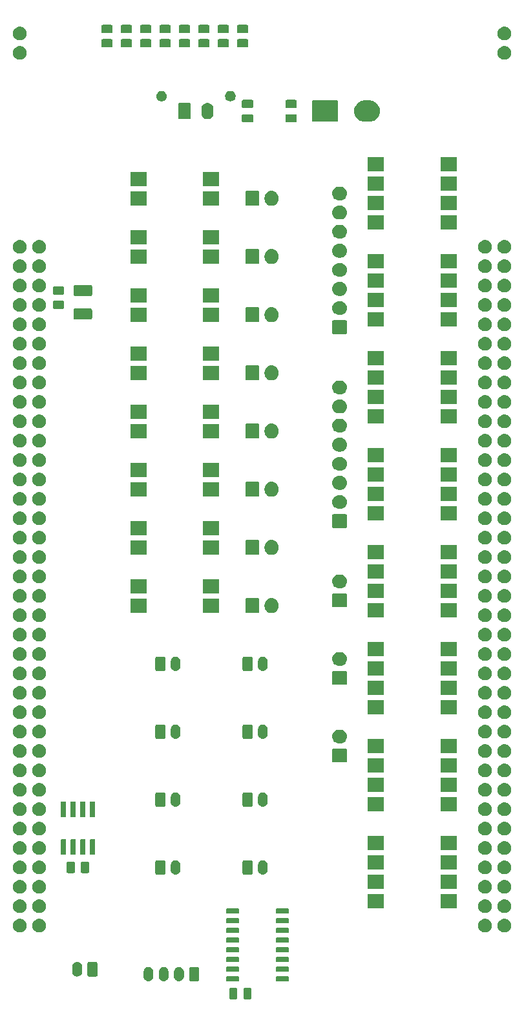
<source format=gbr>
G04 #@! TF.GenerationSoftware,KiCad,Pcbnew,(5.1.5)-3*
G04 #@! TF.CreationDate,2020-02-02T10:17:26+01:00*
G04 #@! TF.ProjectId,shield,73686965-6c64-42e6-9b69-6361645f7063,rev?*
G04 #@! TF.SameCoordinates,Original*
G04 #@! TF.FileFunction,Soldermask,Top*
G04 #@! TF.FilePolarity,Negative*
%FSLAX46Y46*%
G04 Gerber Fmt 4.6, Leading zero omitted, Abs format (unit mm)*
G04 Created by KiCad (PCBNEW (5.1.5)-3) date 2020-02-02 10:17:26*
%MOMM*%
%LPD*%
G04 APERTURE LIST*
%ADD10C,0.100000*%
G04 APERTURE END LIST*
D10*
G36*
X73396968Y-168163565D02*
G01*
X73435638Y-168175296D01*
X73471277Y-168194346D01*
X73502517Y-168219983D01*
X73528154Y-168251223D01*
X73547204Y-168286862D01*
X73558935Y-168325532D01*
X73563500Y-168371888D01*
X73563500Y-169448112D01*
X73558935Y-169494468D01*
X73547204Y-169533138D01*
X73528154Y-169568777D01*
X73502517Y-169600017D01*
X73471277Y-169625654D01*
X73435638Y-169644704D01*
X73396968Y-169656435D01*
X73350612Y-169661000D01*
X72699388Y-169661000D01*
X72653032Y-169656435D01*
X72614362Y-169644704D01*
X72578723Y-169625654D01*
X72547483Y-169600017D01*
X72521846Y-169568777D01*
X72502796Y-169533138D01*
X72491065Y-169494468D01*
X72486500Y-169448112D01*
X72486500Y-168371888D01*
X72491065Y-168325532D01*
X72502796Y-168286862D01*
X72521846Y-168251223D01*
X72547483Y-168219983D01*
X72578723Y-168194346D01*
X72614362Y-168175296D01*
X72653032Y-168163565D01*
X72699388Y-168159000D01*
X73350612Y-168159000D01*
X73396968Y-168163565D01*
G37*
G36*
X71521968Y-168163565D02*
G01*
X71560638Y-168175296D01*
X71596277Y-168194346D01*
X71627517Y-168219983D01*
X71653154Y-168251223D01*
X71672204Y-168286862D01*
X71683935Y-168325532D01*
X71688500Y-168371888D01*
X71688500Y-169448112D01*
X71683935Y-169494468D01*
X71672204Y-169533138D01*
X71653154Y-169568777D01*
X71627517Y-169600017D01*
X71596277Y-169625654D01*
X71560638Y-169644704D01*
X71521968Y-169656435D01*
X71475612Y-169661000D01*
X70824388Y-169661000D01*
X70778032Y-169656435D01*
X70739362Y-169644704D01*
X70703723Y-169625654D01*
X70672483Y-169600017D01*
X70646846Y-169568777D01*
X70627796Y-169533138D01*
X70616065Y-169494468D01*
X70611500Y-169448112D01*
X70611500Y-168371888D01*
X70616065Y-168325532D01*
X70627796Y-168286862D01*
X70646846Y-168251223D01*
X70672483Y-168219983D01*
X70703723Y-168194346D01*
X70739362Y-168175296D01*
X70778032Y-168163565D01*
X70824388Y-168159000D01*
X71475612Y-168159000D01*
X71521968Y-168163565D01*
G37*
G36*
X71859987Y-166676524D02*
G01*
X71878730Y-166682210D01*
X71895997Y-166691439D01*
X71911136Y-166703864D01*
X71923561Y-166719003D01*
X71932790Y-166736270D01*
X71938476Y-166755013D01*
X71941000Y-166780640D01*
X71941000Y-167219360D01*
X71938476Y-167244987D01*
X71932790Y-167263730D01*
X71923561Y-167280997D01*
X71911136Y-167296136D01*
X71895997Y-167308561D01*
X71878730Y-167317790D01*
X71859987Y-167323476D01*
X71834360Y-167326000D01*
X70345640Y-167326000D01*
X70320013Y-167323476D01*
X70301270Y-167317790D01*
X70284003Y-167308561D01*
X70268864Y-167296136D01*
X70256439Y-167280997D01*
X70247210Y-167263730D01*
X70241524Y-167244987D01*
X70239000Y-167219360D01*
X70239000Y-166780640D01*
X70241524Y-166755013D01*
X70247210Y-166736270D01*
X70256439Y-166719003D01*
X70268864Y-166703864D01*
X70284003Y-166691439D01*
X70301270Y-166682210D01*
X70320013Y-166676524D01*
X70345640Y-166674000D01*
X71834360Y-166674000D01*
X71859987Y-166676524D01*
G37*
G36*
X78359987Y-166676524D02*
G01*
X78378730Y-166682210D01*
X78395997Y-166691439D01*
X78411136Y-166703864D01*
X78423561Y-166719003D01*
X78432790Y-166736270D01*
X78438476Y-166755013D01*
X78441000Y-166780640D01*
X78441000Y-167219360D01*
X78438476Y-167244987D01*
X78432790Y-167263730D01*
X78423561Y-167280997D01*
X78411136Y-167296136D01*
X78395997Y-167308561D01*
X78378730Y-167317790D01*
X78359987Y-167323476D01*
X78334360Y-167326000D01*
X76845640Y-167326000D01*
X76820013Y-167323476D01*
X76801270Y-167317790D01*
X76784003Y-167308561D01*
X76768864Y-167296136D01*
X76756439Y-167280997D01*
X76747210Y-167263730D01*
X76741524Y-167244987D01*
X76739000Y-167219360D01*
X76739000Y-166780640D01*
X76741524Y-166755013D01*
X76747210Y-166736270D01*
X76756439Y-166719003D01*
X76768864Y-166703864D01*
X76784003Y-166691439D01*
X76801270Y-166682210D01*
X76820013Y-166676524D01*
X76845640Y-166674000D01*
X78334360Y-166674000D01*
X78359987Y-166676524D01*
G37*
G36*
X64167618Y-165453420D02*
G01*
X64243511Y-165476442D01*
X64290336Y-165490646D01*
X64403425Y-165551094D01*
X64502554Y-165632446D01*
X64583906Y-165731575D01*
X64644354Y-165844664D01*
X64644355Y-165844668D01*
X64681580Y-165967382D01*
X64681580Y-165967384D01*
X64690000Y-166052868D01*
X64691000Y-166063027D01*
X64691000Y-166676973D01*
X64681580Y-166772618D01*
X64671696Y-166805200D01*
X64644354Y-166895336D01*
X64583906Y-167008425D01*
X64502554Y-167107553D01*
X64403424Y-167188906D01*
X64290335Y-167249354D01*
X64276476Y-167253558D01*
X64167617Y-167286580D01*
X64040000Y-167299149D01*
X63912382Y-167286580D01*
X63803523Y-167253558D01*
X63789664Y-167249354D01*
X63676575Y-167188906D01*
X63577447Y-167107554D01*
X63496094Y-167008424D01*
X63435646Y-166895335D01*
X63425960Y-166863403D01*
X63398420Y-166772617D01*
X63389000Y-166676972D01*
X63389000Y-166063027D01*
X63390001Y-166052868D01*
X63398420Y-165967384D01*
X63398420Y-165967382D01*
X63435645Y-165844668D01*
X63435645Y-165844667D01*
X63467957Y-165784217D01*
X63496095Y-165731574D01*
X63509493Y-165715249D01*
X63577447Y-165632446D01*
X63676576Y-165551094D01*
X63789665Y-165490646D01*
X63836490Y-165476442D01*
X63912383Y-165453420D01*
X64040000Y-165440851D01*
X64167618Y-165453420D01*
G37*
G36*
X62167618Y-165453420D02*
G01*
X62243511Y-165476442D01*
X62290336Y-165490646D01*
X62403425Y-165551094D01*
X62502554Y-165632446D01*
X62583906Y-165731575D01*
X62644354Y-165844664D01*
X62644355Y-165844668D01*
X62681580Y-165967382D01*
X62681580Y-165967384D01*
X62690000Y-166052868D01*
X62691000Y-166063027D01*
X62691000Y-166676973D01*
X62681580Y-166772618D01*
X62671696Y-166805200D01*
X62644354Y-166895336D01*
X62583906Y-167008425D01*
X62502554Y-167107553D01*
X62403424Y-167188906D01*
X62290335Y-167249354D01*
X62276476Y-167253558D01*
X62167617Y-167286580D01*
X62040000Y-167299149D01*
X61912382Y-167286580D01*
X61803523Y-167253558D01*
X61789664Y-167249354D01*
X61676575Y-167188906D01*
X61577447Y-167107554D01*
X61496094Y-167008424D01*
X61435646Y-166895335D01*
X61425960Y-166863403D01*
X61398420Y-166772617D01*
X61389000Y-166676972D01*
X61389000Y-166063027D01*
X61390001Y-166052868D01*
X61398420Y-165967384D01*
X61398420Y-165967382D01*
X61435645Y-165844668D01*
X61435645Y-165844667D01*
X61467957Y-165784217D01*
X61496095Y-165731574D01*
X61509493Y-165715249D01*
X61577447Y-165632446D01*
X61676576Y-165551094D01*
X61789665Y-165490646D01*
X61836490Y-165476442D01*
X61912383Y-165453420D01*
X62040000Y-165440851D01*
X62167618Y-165453420D01*
G37*
G36*
X60167618Y-165453420D02*
G01*
X60243511Y-165476442D01*
X60290336Y-165490646D01*
X60403425Y-165551094D01*
X60502554Y-165632446D01*
X60583906Y-165731575D01*
X60644354Y-165844664D01*
X60644355Y-165844668D01*
X60681580Y-165967382D01*
X60681580Y-165967384D01*
X60690000Y-166052868D01*
X60691000Y-166063027D01*
X60691000Y-166676973D01*
X60681580Y-166772618D01*
X60671696Y-166805200D01*
X60644354Y-166895336D01*
X60583906Y-167008425D01*
X60502554Y-167107553D01*
X60403424Y-167188906D01*
X60290335Y-167249354D01*
X60276476Y-167253558D01*
X60167617Y-167286580D01*
X60040000Y-167299149D01*
X59912382Y-167286580D01*
X59803523Y-167253558D01*
X59789664Y-167249354D01*
X59676575Y-167188906D01*
X59577447Y-167107554D01*
X59496094Y-167008424D01*
X59435646Y-166895335D01*
X59425960Y-166863403D01*
X59398420Y-166772617D01*
X59389000Y-166676972D01*
X59389000Y-166063027D01*
X59390001Y-166052868D01*
X59398420Y-165967384D01*
X59398420Y-165967382D01*
X59435645Y-165844668D01*
X59435645Y-165844667D01*
X59467957Y-165784217D01*
X59496095Y-165731574D01*
X59509493Y-165715249D01*
X59577447Y-165632446D01*
X59676576Y-165551094D01*
X59789665Y-165490646D01*
X59836490Y-165476442D01*
X59912383Y-165453420D01*
X60040000Y-165440851D01*
X60167618Y-165453420D01*
G37*
G36*
X66531242Y-165448404D02*
G01*
X66568337Y-165459657D01*
X66602515Y-165477925D01*
X66632481Y-165502519D01*
X66657075Y-165532485D01*
X66675343Y-165566663D01*
X66686596Y-165603758D01*
X66691000Y-165648474D01*
X66691000Y-167091526D01*
X66686596Y-167136242D01*
X66675343Y-167173337D01*
X66657075Y-167207515D01*
X66632481Y-167237481D01*
X66602515Y-167262075D01*
X66568337Y-167280343D01*
X66531242Y-167291596D01*
X66486526Y-167296000D01*
X65593474Y-167296000D01*
X65548758Y-167291596D01*
X65511663Y-167280343D01*
X65477485Y-167262075D01*
X65447519Y-167237481D01*
X65422925Y-167207515D01*
X65404657Y-167173337D01*
X65393404Y-167136242D01*
X65389000Y-167091526D01*
X65389000Y-165648474D01*
X65393404Y-165603758D01*
X65404657Y-165566663D01*
X65422925Y-165532485D01*
X65447519Y-165502519D01*
X65477485Y-165477925D01*
X65511663Y-165459657D01*
X65548758Y-165448404D01*
X65593474Y-165444000D01*
X66486526Y-165444000D01*
X66531242Y-165448404D01*
G37*
G36*
X50832618Y-164793420D02*
G01*
X50913400Y-164817925D01*
X50955336Y-164830646D01*
X51068425Y-164891094D01*
X51167554Y-164972446D01*
X51248906Y-165071575D01*
X51309354Y-165184664D01*
X51309355Y-165184668D01*
X51346580Y-165307382D01*
X51356000Y-165403027D01*
X51356000Y-166066973D01*
X51346580Y-166162618D01*
X51319040Y-166253404D01*
X51309354Y-166285336D01*
X51248906Y-166398425D01*
X51167554Y-166497553D01*
X51068424Y-166578906D01*
X50955335Y-166639354D01*
X50923403Y-166649040D01*
X50832617Y-166676580D01*
X50705000Y-166689149D01*
X50577382Y-166676580D01*
X50486596Y-166649040D01*
X50454664Y-166639354D01*
X50341575Y-166578906D01*
X50242447Y-166497554D01*
X50161094Y-166398424D01*
X50100646Y-166285335D01*
X50090960Y-166253403D01*
X50063420Y-166162617D01*
X50054000Y-166066972D01*
X50054000Y-165403027D01*
X50063420Y-165307382D01*
X50100645Y-165184668D01*
X50100645Y-165184667D01*
X50161096Y-165071573D01*
X50242447Y-164972446D01*
X50341576Y-164891094D01*
X50454665Y-164830646D01*
X50496601Y-164817925D01*
X50577383Y-164793420D01*
X50705000Y-164780851D01*
X50832618Y-164793420D01*
G37*
G36*
X53196242Y-164788404D02*
G01*
X53233337Y-164799657D01*
X53267515Y-164817925D01*
X53297481Y-164842519D01*
X53322075Y-164872485D01*
X53340343Y-164906663D01*
X53351596Y-164943758D01*
X53356000Y-164988474D01*
X53356000Y-166481526D01*
X53351596Y-166526242D01*
X53340343Y-166563337D01*
X53322075Y-166597515D01*
X53297481Y-166627481D01*
X53267515Y-166652075D01*
X53233337Y-166670343D01*
X53196242Y-166681596D01*
X53151526Y-166686000D01*
X52258474Y-166686000D01*
X52213758Y-166681596D01*
X52176663Y-166670343D01*
X52142485Y-166652075D01*
X52112519Y-166627481D01*
X52087925Y-166597515D01*
X52069657Y-166563337D01*
X52058404Y-166526242D01*
X52054000Y-166481526D01*
X52054000Y-164988474D01*
X52058404Y-164943758D01*
X52069657Y-164906663D01*
X52087925Y-164872485D01*
X52112519Y-164842519D01*
X52142485Y-164817925D01*
X52176663Y-164799657D01*
X52213758Y-164788404D01*
X52258474Y-164784000D01*
X53151526Y-164784000D01*
X53196242Y-164788404D01*
G37*
G36*
X78359987Y-165406524D02*
G01*
X78378730Y-165412210D01*
X78395997Y-165421439D01*
X78411136Y-165433864D01*
X78423561Y-165449003D01*
X78432790Y-165466270D01*
X78438476Y-165485013D01*
X78441000Y-165510640D01*
X78441000Y-165949360D01*
X78438476Y-165974987D01*
X78432790Y-165993730D01*
X78423561Y-166010997D01*
X78411136Y-166026136D01*
X78395997Y-166038561D01*
X78378730Y-166047790D01*
X78359987Y-166053476D01*
X78334360Y-166056000D01*
X76845640Y-166056000D01*
X76820013Y-166053476D01*
X76801270Y-166047790D01*
X76784003Y-166038561D01*
X76768864Y-166026136D01*
X76756439Y-166010997D01*
X76747210Y-165993730D01*
X76741524Y-165974987D01*
X76739000Y-165949360D01*
X76739000Y-165510640D01*
X76741524Y-165485013D01*
X76747210Y-165466270D01*
X76756439Y-165449003D01*
X76768864Y-165433864D01*
X76784003Y-165421439D01*
X76801270Y-165412210D01*
X76820013Y-165406524D01*
X76845640Y-165404000D01*
X78334360Y-165404000D01*
X78359987Y-165406524D01*
G37*
G36*
X71859987Y-165406524D02*
G01*
X71878730Y-165412210D01*
X71895997Y-165421439D01*
X71911136Y-165433864D01*
X71923561Y-165449003D01*
X71932790Y-165466270D01*
X71938476Y-165485013D01*
X71941000Y-165510640D01*
X71941000Y-165949360D01*
X71938476Y-165974987D01*
X71932790Y-165993730D01*
X71923561Y-166010997D01*
X71911136Y-166026136D01*
X71895997Y-166038561D01*
X71878730Y-166047790D01*
X71859987Y-166053476D01*
X71834360Y-166056000D01*
X70345640Y-166056000D01*
X70320013Y-166053476D01*
X70301270Y-166047790D01*
X70284003Y-166038561D01*
X70268864Y-166026136D01*
X70256439Y-166010997D01*
X70247210Y-165993730D01*
X70241524Y-165974987D01*
X70239000Y-165949360D01*
X70239000Y-165510640D01*
X70241524Y-165485013D01*
X70247210Y-165466270D01*
X70256439Y-165449003D01*
X70268864Y-165433864D01*
X70284003Y-165421439D01*
X70301270Y-165412210D01*
X70320013Y-165406524D01*
X70345640Y-165404000D01*
X71834360Y-165404000D01*
X71859987Y-165406524D01*
G37*
G36*
X71859987Y-164136524D02*
G01*
X71878730Y-164142210D01*
X71895997Y-164151439D01*
X71911136Y-164163864D01*
X71923561Y-164179003D01*
X71932790Y-164196270D01*
X71938476Y-164215013D01*
X71941000Y-164240640D01*
X71941000Y-164679360D01*
X71938476Y-164704987D01*
X71932790Y-164723730D01*
X71923561Y-164740997D01*
X71911136Y-164756136D01*
X71895997Y-164768561D01*
X71878730Y-164777790D01*
X71859987Y-164783476D01*
X71834360Y-164786000D01*
X70345640Y-164786000D01*
X70320013Y-164783476D01*
X70301270Y-164777790D01*
X70284003Y-164768561D01*
X70268864Y-164756136D01*
X70256439Y-164740997D01*
X70247210Y-164723730D01*
X70241524Y-164704987D01*
X70239000Y-164679360D01*
X70239000Y-164240640D01*
X70241524Y-164215013D01*
X70247210Y-164196270D01*
X70256439Y-164179003D01*
X70268864Y-164163864D01*
X70284003Y-164151439D01*
X70301270Y-164142210D01*
X70320013Y-164136524D01*
X70345640Y-164134000D01*
X71834360Y-164134000D01*
X71859987Y-164136524D01*
G37*
G36*
X78359987Y-164136524D02*
G01*
X78378730Y-164142210D01*
X78395997Y-164151439D01*
X78411136Y-164163864D01*
X78423561Y-164179003D01*
X78432790Y-164196270D01*
X78438476Y-164215013D01*
X78441000Y-164240640D01*
X78441000Y-164679360D01*
X78438476Y-164704987D01*
X78432790Y-164723730D01*
X78423561Y-164740997D01*
X78411136Y-164756136D01*
X78395997Y-164768561D01*
X78378730Y-164777790D01*
X78359987Y-164783476D01*
X78334360Y-164786000D01*
X76845640Y-164786000D01*
X76820013Y-164783476D01*
X76801270Y-164777790D01*
X76784003Y-164768561D01*
X76768864Y-164756136D01*
X76756439Y-164740997D01*
X76747210Y-164723730D01*
X76741524Y-164704987D01*
X76739000Y-164679360D01*
X76739000Y-164240640D01*
X76741524Y-164215013D01*
X76747210Y-164196270D01*
X76756439Y-164179003D01*
X76768864Y-164163864D01*
X76784003Y-164151439D01*
X76801270Y-164142210D01*
X76820013Y-164136524D01*
X76845640Y-164134000D01*
X78334360Y-164134000D01*
X78359987Y-164136524D01*
G37*
G36*
X78359987Y-162866524D02*
G01*
X78378730Y-162872210D01*
X78395997Y-162881439D01*
X78411136Y-162893864D01*
X78423561Y-162909003D01*
X78432790Y-162926270D01*
X78438476Y-162945013D01*
X78441000Y-162970640D01*
X78441000Y-163409360D01*
X78438476Y-163434987D01*
X78432790Y-163453730D01*
X78423561Y-163470997D01*
X78411136Y-163486136D01*
X78395997Y-163498561D01*
X78378730Y-163507790D01*
X78359987Y-163513476D01*
X78334360Y-163516000D01*
X76845640Y-163516000D01*
X76820013Y-163513476D01*
X76801270Y-163507790D01*
X76784003Y-163498561D01*
X76768864Y-163486136D01*
X76756439Y-163470997D01*
X76747210Y-163453730D01*
X76741524Y-163434987D01*
X76739000Y-163409360D01*
X76739000Y-162970640D01*
X76741524Y-162945013D01*
X76747210Y-162926270D01*
X76756439Y-162909003D01*
X76768864Y-162893864D01*
X76784003Y-162881439D01*
X76801270Y-162872210D01*
X76820013Y-162866524D01*
X76845640Y-162864000D01*
X78334360Y-162864000D01*
X78359987Y-162866524D01*
G37*
G36*
X71859987Y-162866524D02*
G01*
X71878730Y-162872210D01*
X71895997Y-162881439D01*
X71911136Y-162893864D01*
X71923561Y-162909003D01*
X71932790Y-162926270D01*
X71938476Y-162945013D01*
X71941000Y-162970640D01*
X71941000Y-163409360D01*
X71938476Y-163434987D01*
X71932790Y-163453730D01*
X71923561Y-163470997D01*
X71911136Y-163486136D01*
X71895997Y-163498561D01*
X71878730Y-163507790D01*
X71859987Y-163513476D01*
X71834360Y-163516000D01*
X70345640Y-163516000D01*
X70320013Y-163513476D01*
X70301270Y-163507790D01*
X70284003Y-163498561D01*
X70268864Y-163486136D01*
X70256439Y-163470997D01*
X70247210Y-163453730D01*
X70241524Y-163434987D01*
X70239000Y-163409360D01*
X70239000Y-162970640D01*
X70241524Y-162945013D01*
X70247210Y-162926270D01*
X70256439Y-162909003D01*
X70268864Y-162893864D01*
X70284003Y-162881439D01*
X70301270Y-162872210D01*
X70320013Y-162866524D01*
X70345640Y-162864000D01*
X71834360Y-162864000D01*
X71859987Y-162866524D01*
G37*
G36*
X71859987Y-161596524D02*
G01*
X71878730Y-161602210D01*
X71895997Y-161611439D01*
X71911136Y-161623864D01*
X71923561Y-161639003D01*
X71932790Y-161656270D01*
X71938476Y-161675013D01*
X71941000Y-161700640D01*
X71941000Y-162139360D01*
X71938476Y-162164987D01*
X71932790Y-162183730D01*
X71923561Y-162200997D01*
X71911136Y-162216136D01*
X71895997Y-162228561D01*
X71878730Y-162237790D01*
X71859987Y-162243476D01*
X71834360Y-162246000D01*
X70345640Y-162246000D01*
X70320013Y-162243476D01*
X70301270Y-162237790D01*
X70284003Y-162228561D01*
X70268864Y-162216136D01*
X70256439Y-162200997D01*
X70247210Y-162183730D01*
X70241524Y-162164987D01*
X70239000Y-162139360D01*
X70239000Y-161700640D01*
X70241524Y-161675013D01*
X70247210Y-161656270D01*
X70256439Y-161639003D01*
X70268864Y-161623864D01*
X70284003Y-161611439D01*
X70301270Y-161602210D01*
X70320013Y-161596524D01*
X70345640Y-161594000D01*
X71834360Y-161594000D01*
X71859987Y-161596524D01*
G37*
G36*
X78359987Y-161596524D02*
G01*
X78378730Y-161602210D01*
X78395997Y-161611439D01*
X78411136Y-161623864D01*
X78423561Y-161639003D01*
X78432790Y-161656270D01*
X78438476Y-161675013D01*
X78441000Y-161700640D01*
X78441000Y-162139360D01*
X78438476Y-162164987D01*
X78432790Y-162183730D01*
X78423561Y-162200997D01*
X78411136Y-162216136D01*
X78395997Y-162228561D01*
X78378730Y-162237790D01*
X78359987Y-162243476D01*
X78334360Y-162246000D01*
X76845640Y-162246000D01*
X76820013Y-162243476D01*
X76801270Y-162237790D01*
X76784003Y-162228561D01*
X76768864Y-162216136D01*
X76756439Y-162200997D01*
X76747210Y-162183730D01*
X76741524Y-162164987D01*
X76739000Y-162139360D01*
X76739000Y-161700640D01*
X76741524Y-161675013D01*
X76747210Y-161656270D01*
X76756439Y-161639003D01*
X76768864Y-161623864D01*
X76784003Y-161611439D01*
X76801270Y-161602210D01*
X76820013Y-161596524D01*
X76845640Y-161594000D01*
X78334360Y-161594000D01*
X78359987Y-161596524D01*
G37*
G36*
X71859987Y-160326524D02*
G01*
X71878730Y-160332210D01*
X71895997Y-160341439D01*
X71911136Y-160353864D01*
X71923561Y-160369003D01*
X71932790Y-160386270D01*
X71938476Y-160405013D01*
X71941000Y-160430640D01*
X71941000Y-160869360D01*
X71938476Y-160894987D01*
X71932790Y-160913730D01*
X71923561Y-160930997D01*
X71911136Y-160946136D01*
X71895997Y-160958561D01*
X71878730Y-160967790D01*
X71859987Y-160973476D01*
X71834360Y-160976000D01*
X70345640Y-160976000D01*
X70320013Y-160973476D01*
X70301270Y-160967790D01*
X70284003Y-160958561D01*
X70268864Y-160946136D01*
X70256439Y-160930997D01*
X70247210Y-160913730D01*
X70241524Y-160894987D01*
X70239000Y-160869360D01*
X70239000Y-160430640D01*
X70241524Y-160405013D01*
X70247210Y-160386270D01*
X70256439Y-160369003D01*
X70268864Y-160353864D01*
X70284003Y-160341439D01*
X70301270Y-160332210D01*
X70320013Y-160326524D01*
X70345640Y-160324000D01*
X71834360Y-160324000D01*
X71859987Y-160326524D01*
G37*
G36*
X78359987Y-160326524D02*
G01*
X78378730Y-160332210D01*
X78395997Y-160341439D01*
X78411136Y-160353864D01*
X78423561Y-160369003D01*
X78432790Y-160386270D01*
X78438476Y-160405013D01*
X78441000Y-160430640D01*
X78441000Y-160869360D01*
X78438476Y-160894987D01*
X78432790Y-160913730D01*
X78423561Y-160930997D01*
X78411136Y-160946136D01*
X78395997Y-160958561D01*
X78378730Y-160967790D01*
X78359987Y-160973476D01*
X78334360Y-160976000D01*
X76845640Y-160976000D01*
X76820013Y-160973476D01*
X76801270Y-160967790D01*
X76784003Y-160958561D01*
X76768864Y-160946136D01*
X76756439Y-160930997D01*
X76747210Y-160913730D01*
X76741524Y-160894987D01*
X76739000Y-160869360D01*
X76739000Y-160430640D01*
X76741524Y-160405013D01*
X76747210Y-160386270D01*
X76756439Y-160369003D01*
X76768864Y-160353864D01*
X76784003Y-160341439D01*
X76801270Y-160332210D01*
X76820013Y-160326524D01*
X76845640Y-160324000D01*
X78334360Y-160324000D01*
X78359987Y-160326524D01*
G37*
G36*
X106793512Y-159123927D02*
G01*
X106942812Y-159153624D01*
X107106784Y-159221544D01*
X107254354Y-159320147D01*
X107379853Y-159445646D01*
X107478456Y-159593216D01*
X107546376Y-159757188D01*
X107581000Y-159931259D01*
X107581000Y-160108741D01*
X107546376Y-160282812D01*
X107478456Y-160446784D01*
X107379853Y-160594354D01*
X107254354Y-160719853D01*
X107106784Y-160818456D01*
X106942812Y-160886376D01*
X106793512Y-160916073D01*
X106768742Y-160921000D01*
X106591258Y-160921000D01*
X106566488Y-160916073D01*
X106417188Y-160886376D01*
X106253216Y-160818456D01*
X106105646Y-160719853D01*
X105980147Y-160594354D01*
X105881544Y-160446784D01*
X105813624Y-160282812D01*
X105779000Y-160108741D01*
X105779000Y-159931259D01*
X105813624Y-159757188D01*
X105881544Y-159593216D01*
X105980147Y-159445646D01*
X106105646Y-159320147D01*
X106253216Y-159221544D01*
X106417188Y-159153624D01*
X106566488Y-159123927D01*
X106591258Y-159119000D01*
X106768742Y-159119000D01*
X106793512Y-159123927D01*
G37*
G36*
X43293512Y-159123927D02*
G01*
X43442812Y-159153624D01*
X43606784Y-159221544D01*
X43754354Y-159320147D01*
X43879853Y-159445646D01*
X43978456Y-159593216D01*
X44046376Y-159757188D01*
X44081000Y-159931259D01*
X44081000Y-160108741D01*
X44046376Y-160282812D01*
X43978456Y-160446784D01*
X43879853Y-160594354D01*
X43754354Y-160719853D01*
X43606784Y-160818456D01*
X43442812Y-160886376D01*
X43293512Y-160916073D01*
X43268742Y-160921000D01*
X43091258Y-160921000D01*
X43066488Y-160916073D01*
X42917188Y-160886376D01*
X42753216Y-160818456D01*
X42605646Y-160719853D01*
X42480147Y-160594354D01*
X42381544Y-160446784D01*
X42313624Y-160282812D01*
X42279000Y-160108741D01*
X42279000Y-159931259D01*
X42313624Y-159757188D01*
X42381544Y-159593216D01*
X42480147Y-159445646D01*
X42605646Y-159320147D01*
X42753216Y-159221544D01*
X42917188Y-159153624D01*
X43066488Y-159123927D01*
X43091258Y-159119000D01*
X43268742Y-159119000D01*
X43293512Y-159123927D01*
G37*
G36*
X104253512Y-159123927D02*
G01*
X104402812Y-159153624D01*
X104566784Y-159221544D01*
X104714354Y-159320147D01*
X104839853Y-159445646D01*
X104938456Y-159593216D01*
X105006376Y-159757188D01*
X105041000Y-159931259D01*
X105041000Y-160108741D01*
X105006376Y-160282812D01*
X104938456Y-160446784D01*
X104839853Y-160594354D01*
X104714354Y-160719853D01*
X104566784Y-160818456D01*
X104402812Y-160886376D01*
X104253512Y-160916073D01*
X104228742Y-160921000D01*
X104051258Y-160921000D01*
X104026488Y-160916073D01*
X103877188Y-160886376D01*
X103713216Y-160818456D01*
X103565646Y-160719853D01*
X103440147Y-160594354D01*
X103341544Y-160446784D01*
X103273624Y-160282812D01*
X103239000Y-160108741D01*
X103239000Y-159931259D01*
X103273624Y-159757188D01*
X103341544Y-159593216D01*
X103440147Y-159445646D01*
X103565646Y-159320147D01*
X103713216Y-159221544D01*
X103877188Y-159153624D01*
X104026488Y-159123927D01*
X104051258Y-159119000D01*
X104228742Y-159119000D01*
X104253512Y-159123927D01*
G37*
G36*
X45833512Y-159123927D02*
G01*
X45982812Y-159153624D01*
X46146784Y-159221544D01*
X46294354Y-159320147D01*
X46419853Y-159445646D01*
X46518456Y-159593216D01*
X46586376Y-159757188D01*
X46621000Y-159931259D01*
X46621000Y-160108741D01*
X46586376Y-160282812D01*
X46518456Y-160446784D01*
X46419853Y-160594354D01*
X46294354Y-160719853D01*
X46146784Y-160818456D01*
X45982812Y-160886376D01*
X45833512Y-160916073D01*
X45808742Y-160921000D01*
X45631258Y-160921000D01*
X45606488Y-160916073D01*
X45457188Y-160886376D01*
X45293216Y-160818456D01*
X45145646Y-160719853D01*
X45020147Y-160594354D01*
X44921544Y-160446784D01*
X44853624Y-160282812D01*
X44819000Y-160108741D01*
X44819000Y-159931259D01*
X44853624Y-159757188D01*
X44921544Y-159593216D01*
X45020147Y-159445646D01*
X45145646Y-159320147D01*
X45293216Y-159221544D01*
X45457188Y-159153624D01*
X45606488Y-159123927D01*
X45631258Y-159119000D01*
X45808742Y-159119000D01*
X45833512Y-159123927D01*
G37*
G36*
X78359987Y-159056524D02*
G01*
X78378730Y-159062210D01*
X78395997Y-159071439D01*
X78411136Y-159083864D01*
X78423561Y-159099003D01*
X78432790Y-159116270D01*
X78438476Y-159135013D01*
X78441000Y-159160640D01*
X78441000Y-159599360D01*
X78438476Y-159624987D01*
X78432790Y-159643730D01*
X78423561Y-159660997D01*
X78411136Y-159676136D01*
X78395997Y-159688561D01*
X78378730Y-159697790D01*
X78359987Y-159703476D01*
X78334360Y-159706000D01*
X76845640Y-159706000D01*
X76820013Y-159703476D01*
X76801270Y-159697790D01*
X76784003Y-159688561D01*
X76768864Y-159676136D01*
X76756439Y-159660997D01*
X76747210Y-159643730D01*
X76741524Y-159624987D01*
X76739000Y-159599360D01*
X76739000Y-159160640D01*
X76741524Y-159135013D01*
X76747210Y-159116270D01*
X76756439Y-159099003D01*
X76768864Y-159083864D01*
X76784003Y-159071439D01*
X76801270Y-159062210D01*
X76820013Y-159056524D01*
X76845640Y-159054000D01*
X78334360Y-159054000D01*
X78359987Y-159056524D01*
G37*
G36*
X71859987Y-159056524D02*
G01*
X71878730Y-159062210D01*
X71895997Y-159071439D01*
X71911136Y-159083864D01*
X71923561Y-159099003D01*
X71932790Y-159116270D01*
X71938476Y-159135013D01*
X71941000Y-159160640D01*
X71941000Y-159599360D01*
X71938476Y-159624987D01*
X71932790Y-159643730D01*
X71923561Y-159660997D01*
X71911136Y-159676136D01*
X71895997Y-159688561D01*
X71878730Y-159697790D01*
X71859987Y-159703476D01*
X71834360Y-159706000D01*
X70345640Y-159706000D01*
X70320013Y-159703476D01*
X70301270Y-159697790D01*
X70284003Y-159688561D01*
X70268864Y-159676136D01*
X70256439Y-159660997D01*
X70247210Y-159643730D01*
X70241524Y-159624987D01*
X70239000Y-159599360D01*
X70239000Y-159160640D01*
X70241524Y-159135013D01*
X70247210Y-159116270D01*
X70256439Y-159099003D01*
X70268864Y-159083864D01*
X70284003Y-159071439D01*
X70301270Y-159062210D01*
X70320013Y-159056524D01*
X70345640Y-159054000D01*
X71834360Y-159054000D01*
X71859987Y-159056524D01*
G37*
G36*
X71859987Y-157786524D02*
G01*
X71878730Y-157792210D01*
X71895997Y-157801439D01*
X71911136Y-157813864D01*
X71923561Y-157829003D01*
X71932790Y-157846270D01*
X71938476Y-157865013D01*
X71941000Y-157890640D01*
X71941000Y-158329360D01*
X71938476Y-158354987D01*
X71932790Y-158373730D01*
X71923561Y-158390997D01*
X71911136Y-158406136D01*
X71895997Y-158418561D01*
X71878730Y-158427790D01*
X71859987Y-158433476D01*
X71834360Y-158436000D01*
X70345640Y-158436000D01*
X70320013Y-158433476D01*
X70301270Y-158427790D01*
X70284003Y-158418561D01*
X70268864Y-158406136D01*
X70256439Y-158390997D01*
X70247210Y-158373730D01*
X70241524Y-158354987D01*
X70239000Y-158329360D01*
X70239000Y-157890640D01*
X70241524Y-157865013D01*
X70247210Y-157846270D01*
X70256439Y-157829003D01*
X70268864Y-157813864D01*
X70284003Y-157801439D01*
X70301270Y-157792210D01*
X70320013Y-157786524D01*
X70345640Y-157784000D01*
X71834360Y-157784000D01*
X71859987Y-157786524D01*
G37*
G36*
X78359987Y-157786524D02*
G01*
X78378730Y-157792210D01*
X78395997Y-157801439D01*
X78411136Y-157813864D01*
X78423561Y-157829003D01*
X78432790Y-157846270D01*
X78438476Y-157865013D01*
X78441000Y-157890640D01*
X78441000Y-158329360D01*
X78438476Y-158354987D01*
X78432790Y-158373730D01*
X78423561Y-158390997D01*
X78411136Y-158406136D01*
X78395997Y-158418561D01*
X78378730Y-158427790D01*
X78359987Y-158433476D01*
X78334360Y-158436000D01*
X76845640Y-158436000D01*
X76820013Y-158433476D01*
X76801270Y-158427790D01*
X76784003Y-158418561D01*
X76768864Y-158406136D01*
X76756439Y-158390997D01*
X76747210Y-158373730D01*
X76741524Y-158354987D01*
X76739000Y-158329360D01*
X76739000Y-157890640D01*
X76741524Y-157865013D01*
X76747210Y-157846270D01*
X76756439Y-157829003D01*
X76768864Y-157813864D01*
X76784003Y-157801439D01*
X76801270Y-157792210D01*
X76820013Y-157786524D01*
X76845640Y-157784000D01*
X78334360Y-157784000D01*
X78359987Y-157786524D01*
G37*
G36*
X104253512Y-156583927D02*
G01*
X104402812Y-156613624D01*
X104566784Y-156681544D01*
X104714354Y-156780147D01*
X104839853Y-156905646D01*
X104938456Y-157053216D01*
X105006376Y-157217188D01*
X105041000Y-157391259D01*
X105041000Y-157568741D01*
X105006376Y-157742812D01*
X104938456Y-157906784D01*
X104839853Y-158054354D01*
X104714354Y-158179853D01*
X104566784Y-158278456D01*
X104402812Y-158346376D01*
X104253512Y-158376073D01*
X104228742Y-158381000D01*
X104051258Y-158381000D01*
X104026488Y-158376073D01*
X103877188Y-158346376D01*
X103713216Y-158278456D01*
X103565646Y-158179853D01*
X103440147Y-158054354D01*
X103341544Y-157906784D01*
X103273624Y-157742812D01*
X103239000Y-157568741D01*
X103239000Y-157391259D01*
X103273624Y-157217188D01*
X103341544Y-157053216D01*
X103440147Y-156905646D01*
X103565646Y-156780147D01*
X103713216Y-156681544D01*
X103877188Y-156613624D01*
X104026488Y-156583927D01*
X104051258Y-156579000D01*
X104228742Y-156579000D01*
X104253512Y-156583927D01*
G37*
G36*
X106793512Y-156583927D02*
G01*
X106942812Y-156613624D01*
X107106784Y-156681544D01*
X107254354Y-156780147D01*
X107379853Y-156905646D01*
X107478456Y-157053216D01*
X107546376Y-157217188D01*
X107581000Y-157391259D01*
X107581000Y-157568741D01*
X107546376Y-157742812D01*
X107478456Y-157906784D01*
X107379853Y-158054354D01*
X107254354Y-158179853D01*
X107106784Y-158278456D01*
X106942812Y-158346376D01*
X106793512Y-158376073D01*
X106768742Y-158381000D01*
X106591258Y-158381000D01*
X106566488Y-158376073D01*
X106417188Y-158346376D01*
X106253216Y-158278456D01*
X106105646Y-158179853D01*
X105980147Y-158054354D01*
X105881544Y-157906784D01*
X105813624Y-157742812D01*
X105779000Y-157568741D01*
X105779000Y-157391259D01*
X105813624Y-157217188D01*
X105881544Y-157053216D01*
X105980147Y-156905646D01*
X106105646Y-156780147D01*
X106253216Y-156681544D01*
X106417188Y-156613624D01*
X106566488Y-156583927D01*
X106591258Y-156579000D01*
X106768742Y-156579000D01*
X106793512Y-156583927D01*
G37*
G36*
X45833512Y-156583927D02*
G01*
X45982812Y-156613624D01*
X46146784Y-156681544D01*
X46294354Y-156780147D01*
X46419853Y-156905646D01*
X46518456Y-157053216D01*
X46586376Y-157217188D01*
X46621000Y-157391259D01*
X46621000Y-157568741D01*
X46586376Y-157742812D01*
X46518456Y-157906784D01*
X46419853Y-158054354D01*
X46294354Y-158179853D01*
X46146784Y-158278456D01*
X45982812Y-158346376D01*
X45833512Y-158376073D01*
X45808742Y-158381000D01*
X45631258Y-158381000D01*
X45606488Y-158376073D01*
X45457188Y-158346376D01*
X45293216Y-158278456D01*
X45145646Y-158179853D01*
X45020147Y-158054354D01*
X44921544Y-157906784D01*
X44853624Y-157742812D01*
X44819000Y-157568741D01*
X44819000Y-157391259D01*
X44853624Y-157217188D01*
X44921544Y-157053216D01*
X45020147Y-156905646D01*
X45145646Y-156780147D01*
X45293216Y-156681544D01*
X45457188Y-156613624D01*
X45606488Y-156583927D01*
X45631258Y-156579000D01*
X45808742Y-156579000D01*
X45833512Y-156583927D01*
G37*
G36*
X43293512Y-156583927D02*
G01*
X43442812Y-156613624D01*
X43606784Y-156681544D01*
X43754354Y-156780147D01*
X43879853Y-156905646D01*
X43978456Y-157053216D01*
X44046376Y-157217188D01*
X44081000Y-157391259D01*
X44081000Y-157568741D01*
X44046376Y-157742812D01*
X43978456Y-157906784D01*
X43879853Y-158054354D01*
X43754354Y-158179853D01*
X43606784Y-158278456D01*
X43442812Y-158346376D01*
X43293512Y-158376073D01*
X43268742Y-158381000D01*
X43091258Y-158381000D01*
X43066488Y-158376073D01*
X42917188Y-158346376D01*
X42753216Y-158278456D01*
X42605646Y-158179853D01*
X42480147Y-158054354D01*
X42381544Y-157906784D01*
X42313624Y-157742812D01*
X42279000Y-157568741D01*
X42279000Y-157391259D01*
X42313624Y-157217188D01*
X42381544Y-157053216D01*
X42480147Y-156905646D01*
X42605646Y-156780147D01*
X42753216Y-156681544D01*
X42917188Y-156613624D01*
X43066488Y-156583927D01*
X43091258Y-156579000D01*
X43268742Y-156579000D01*
X43293512Y-156583927D01*
G37*
G36*
X100431000Y-157786000D02*
G01*
X98329000Y-157786000D01*
X98329000Y-155904000D01*
X100431000Y-155904000D01*
X100431000Y-157786000D01*
G37*
G36*
X90901000Y-157786000D02*
G01*
X88799000Y-157786000D01*
X88799000Y-155904000D01*
X90901000Y-155904000D01*
X90901000Y-157786000D01*
G37*
G36*
X43293512Y-154043927D02*
G01*
X43442812Y-154073624D01*
X43606784Y-154141544D01*
X43754354Y-154240147D01*
X43879853Y-154365646D01*
X43978456Y-154513216D01*
X44046376Y-154677188D01*
X44081000Y-154851259D01*
X44081000Y-155028741D01*
X44046376Y-155202812D01*
X43978456Y-155366784D01*
X43879853Y-155514354D01*
X43754354Y-155639853D01*
X43606784Y-155738456D01*
X43442812Y-155806376D01*
X43293512Y-155836073D01*
X43268742Y-155841000D01*
X43091258Y-155841000D01*
X43066488Y-155836073D01*
X42917188Y-155806376D01*
X42753216Y-155738456D01*
X42605646Y-155639853D01*
X42480147Y-155514354D01*
X42381544Y-155366784D01*
X42313624Y-155202812D01*
X42279000Y-155028741D01*
X42279000Y-154851259D01*
X42313624Y-154677188D01*
X42381544Y-154513216D01*
X42480147Y-154365646D01*
X42605646Y-154240147D01*
X42753216Y-154141544D01*
X42917188Y-154073624D01*
X43066488Y-154043927D01*
X43091258Y-154039000D01*
X43268742Y-154039000D01*
X43293512Y-154043927D01*
G37*
G36*
X106793512Y-154043927D02*
G01*
X106942812Y-154073624D01*
X107106784Y-154141544D01*
X107254354Y-154240147D01*
X107379853Y-154365646D01*
X107478456Y-154513216D01*
X107546376Y-154677188D01*
X107581000Y-154851259D01*
X107581000Y-155028741D01*
X107546376Y-155202812D01*
X107478456Y-155366784D01*
X107379853Y-155514354D01*
X107254354Y-155639853D01*
X107106784Y-155738456D01*
X106942812Y-155806376D01*
X106793512Y-155836073D01*
X106768742Y-155841000D01*
X106591258Y-155841000D01*
X106566488Y-155836073D01*
X106417188Y-155806376D01*
X106253216Y-155738456D01*
X106105646Y-155639853D01*
X105980147Y-155514354D01*
X105881544Y-155366784D01*
X105813624Y-155202812D01*
X105779000Y-155028741D01*
X105779000Y-154851259D01*
X105813624Y-154677188D01*
X105881544Y-154513216D01*
X105980147Y-154365646D01*
X106105646Y-154240147D01*
X106253216Y-154141544D01*
X106417188Y-154073624D01*
X106566488Y-154043927D01*
X106591258Y-154039000D01*
X106768742Y-154039000D01*
X106793512Y-154043927D01*
G37*
G36*
X104253512Y-154043927D02*
G01*
X104402812Y-154073624D01*
X104566784Y-154141544D01*
X104714354Y-154240147D01*
X104839853Y-154365646D01*
X104938456Y-154513216D01*
X105006376Y-154677188D01*
X105041000Y-154851259D01*
X105041000Y-155028741D01*
X105006376Y-155202812D01*
X104938456Y-155366784D01*
X104839853Y-155514354D01*
X104714354Y-155639853D01*
X104566784Y-155738456D01*
X104402812Y-155806376D01*
X104253512Y-155836073D01*
X104228742Y-155841000D01*
X104051258Y-155841000D01*
X104026488Y-155836073D01*
X103877188Y-155806376D01*
X103713216Y-155738456D01*
X103565646Y-155639853D01*
X103440147Y-155514354D01*
X103341544Y-155366784D01*
X103273624Y-155202812D01*
X103239000Y-155028741D01*
X103239000Y-154851259D01*
X103273624Y-154677188D01*
X103341544Y-154513216D01*
X103440147Y-154365646D01*
X103565646Y-154240147D01*
X103713216Y-154141544D01*
X103877188Y-154073624D01*
X104026488Y-154043927D01*
X104051258Y-154039000D01*
X104228742Y-154039000D01*
X104253512Y-154043927D01*
G37*
G36*
X45833512Y-154043927D02*
G01*
X45982812Y-154073624D01*
X46146784Y-154141544D01*
X46294354Y-154240147D01*
X46419853Y-154365646D01*
X46518456Y-154513216D01*
X46586376Y-154677188D01*
X46621000Y-154851259D01*
X46621000Y-155028741D01*
X46586376Y-155202812D01*
X46518456Y-155366784D01*
X46419853Y-155514354D01*
X46294354Y-155639853D01*
X46146784Y-155738456D01*
X45982812Y-155806376D01*
X45833512Y-155836073D01*
X45808742Y-155841000D01*
X45631258Y-155841000D01*
X45606488Y-155836073D01*
X45457188Y-155806376D01*
X45293216Y-155738456D01*
X45145646Y-155639853D01*
X45020147Y-155514354D01*
X44921544Y-155366784D01*
X44853624Y-155202812D01*
X44819000Y-155028741D01*
X44819000Y-154851259D01*
X44853624Y-154677188D01*
X44921544Y-154513216D01*
X45020147Y-154365646D01*
X45145646Y-154240147D01*
X45293216Y-154141544D01*
X45457188Y-154073624D01*
X45606488Y-154043927D01*
X45631258Y-154039000D01*
X45808742Y-154039000D01*
X45833512Y-154043927D01*
G37*
G36*
X100431000Y-155246000D02*
G01*
X98329000Y-155246000D01*
X98329000Y-153364000D01*
X100431000Y-153364000D01*
X100431000Y-155246000D01*
G37*
G36*
X90901000Y-155246000D02*
G01*
X88799000Y-155246000D01*
X88799000Y-153364000D01*
X90901000Y-153364000D01*
X90901000Y-155246000D01*
G37*
G36*
X75152617Y-151483420D02*
G01*
X75233399Y-151507925D01*
X75275335Y-151520646D01*
X75388424Y-151581094D01*
X75487554Y-151662447D01*
X75568906Y-151761575D01*
X75629354Y-151874664D01*
X75639040Y-151906596D01*
X75666580Y-151997382D01*
X75676000Y-152093027D01*
X75676000Y-152706973D01*
X75666580Y-152802618D01*
X75659249Y-152826784D01*
X75629354Y-152925336D01*
X75568906Y-153038425D01*
X75487554Y-153137554D01*
X75388425Y-153218906D01*
X75275336Y-153279354D01*
X75243404Y-153289040D01*
X75152618Y-153316580D01*
X75025000Y-153329149D01*
X74897383Y-153316580D01*
X74806597Y-153289040D01*
X74774665Y-153279354D01*
X74661576Y-153218906D01*
X74562447Y-153137554D01*
X74481096Y-153038427D01*
X74481095Y-153038425D01*
X74427476Y-152938112D01*
X74420645Y-152925333D01*
X74390751Y-152826784D01*
X74383420Y-152802618D01*
X74374000Y-152706973D01*
X74374000Y-152093028D01*
X74383420Y-151997383D01*
X74420645Y-151874669D01*
X74420646Y-151874665D01*
X74481094Y-151761576D01*
X74562447Y-151662446D01*
X74661575Y-151581094D01*
X74774664Y-151520646D01*
X74816600Y-151507925D01*
X74897382Y-151483420D01*
X75025000Y-151470851D01*
X75152617Y-151483420D01*
G37*
G36*
X63722617Y-151483420D02*
G01*
X63803399Y-151507925D01*
X63845335Y-151520646D01*
X63958424Y-151581094D01*
X64057554Y-151662447D01*
X64138906Y-151761575D01*
X64199354Y-151874664D01*
X64209040Y-151906596D01*
X64236580Y-151997382D01*
X64246000Y-152093027D01*
X64246000Y-152706973D01*
X64236580Y-152802618D01*
X64229249Y-152826784D01*
X64199354Y-152925336D01*
X64138906Y-153038425D01*
X64057554Y-153137554D01*
X63958425Y-153218906D01*
X63845336Y-153279354D01*
X63813404Y-153289040D01*
X63722618Y-153316580D01*
X63595000Y-153329149D01*
X63467383Y-153316580D01*
X63376597Y-153289040D01*
X63344665Y-153279354D01*
X63231576Y-153218906D01*
X63132447Y-153137554D01*
X63051096Y-153038427D01*
X63051095Y-153038425D01*
X62997476Y-152938112D01*
X62990645Y-152925333D01*
X62960751Y-152826784D01*
X62953420Y-152802618D01*
X62944000Y-152706973D01*
X62944000Y-152093028D01*
X62953420Y-151997383D01*
X62990645Y-151874669D01*
X62990646Y-151874665D01*
X63051094Y-151761576D01*
X63132447Y-151662446D01*
X63231575Y-151581094D01*
X63344664Y-151520646D01*
X63386600Y-151507925D01*
X63467382Y-151483420D01*
X63595000Y-151470851D01*
X63722617Y-151483420D01*
G37*
G36*
X73516242Y-151478404D02*
G01*
X73553337Y-151489657D01*
X73587515Y-151507925D01*
X73617481Y-151532519D01*
X73642075Y-151562485D01*
X73660343Y-151596663D01*
X73671596Y-151633758D01*
X73676000Y-151678474D01*
X73676000Y-153121526D01*
X73671596Y-153166242D01*
X73660343Y-153203337D01*
X73642075Y-153237515D01*
X73617481Y-153267481D01*
X73587515Y-153292075D01*
X73553337Y-153310343D01*
X73516242Y-153321596D01*
X73471526Y-153326000D01*
X72578474Y-153326000D01*
X72533758Y-153321596D01*
X72496663Y-153310343D01*
X72462485Y-153292075D01*
X72432519Y-153267481D01*
X72407925Y-153237515D01*
X72389657Y-153203337D01*
X72378404Y-153166242D01*
X72374000Y-153121526D01*
X72374000Y-151678474D01*
X72378404Y-151633758D01*
X72389657Y-151596663D01*
X72407925Y-151562485D01*
X72432519Y-151532519D01*
X72462485Y-151507925D01*
X72496663Y-151489657D01*
X72533758Y-151478404D01*
X72578474Y-151474000D01*
X73471526Y-151474000D01*
X73516242Y-151478404D01*
G37*
G36*
X62086242Y-151478404D02*
G01*
X62123337Y-151489657D01*
X62157515Y-151507925D01*
X62187481Y-151532519D01*
X62212075Y-151562485D01*
X62230343Y-151596663D01*
X62241596Y-151633758D01*
X62246000Y-151678474D01*
X62246000Y-153121526D01*
X62241596Y-153166242D01*
X62230343Y-153203337D01*
X62212075Y-153237515D01*
X62187481Y-153267481D01*
X62157515Y-153292075D01*
X62123337Y-153310343D01*
X62086242Y-153321596D01*
X62041526Y-153326000D01*
X61148474Y-153326000D01*
X61103758Y-153321596D01*
X61066663Y-153310343D01*
X61032485Y-153292075D01*
X61002519Y-153267481D01*
X60977925Y-153237515D01*
X60959657Y-153203337D01*
X60948404Y-153166242D01*
X60944000Y-153121526D01*
X60944000Y-151678474D01*
X60948404Y-151633758D01*
X60959657Y-151596663D01*
X60977925Y-151562485D01*
X61002519Y-151532519D01*
X61032485Y-151507925D01*
X61066663Y-151489657D01*
X61103758Y-151478404D01*
X61148474Y-151474000D01*
X62041526Y-151474000D01*
X62086242Y-151478404D01*
G37*
G36*
X43293512Y-151503927D02*
G01*
X43442812Y-151533624D01*
X43606784Y-151601544D01*
X43754354Y-151700147D01*
X43879853Y-151825646D01*
X43978456Y-151973216D01*
X44046376Y-152137188D01*
X44081000Y-152311259D01*
X44081000Y-152488741D01*
X44046376Y-152662812D01*
X43978456Y-152826784D01*
X43879853Y-152974354D01*
X43754354Y-153099853D01*
X43606784Y-153198456D01*
X43442812Y-153266376D01*
X43293512Y-153296073D01*
X43268742Y-153301000D01*
X43091258Y-153301000D01*
X43066488Y-153296073D01*
X42917188Y-153266376D01*
X42753216Y-153198456D01*
X42605646Y-153099853D01*
X42480147Y-152974354D01*
X42381544Y-152826784D01*
X42313624Y-152662812D01*
X42279000Y-152488741D01*
X42279000Y-152311259D01*
X42313624Y-152137188D01*
X42381544Y-151973216D01*
X42480147Y-151825646D01*
X42605646Y-151700147D01*
X42753216Y-151601544D01*
X42917188Y-151533624D01*
X43066488Y-151503927D01*
X43091258Y-151499000D01*
X43268742Y-151499000D01*
X43293512Y-151503927D01*
G37*
G36*
X45833512Y-151503927D02*
G01*
X45982812Y-151533624D01*
X46146784Y-151601544D01*
X46294354Y-151700147D01*
X46419853Y-151825646D01*
X46518456Y-151973216D01*
X46586376Y-152137188D01*
X46621000Y-152311259D01*
X46621000Y-152488741D01*
X46586376Y-152662812D01*
X46518456Y-152826784D01*
X46419853Y-152974354D01*
X46294354Y-153099853D01*
X46146784Y-153198456D01*
X45982812Y-153266376D01*
X45833512Y-153296073D01*
X45808742Y-153301000D01*
X45631258Y-153301000D01*
X45606488Y-153296073D01*
X45457188Y-153266376D01*
X45293216Y-153198456D01*
X45145646Y-153099853D01*
X45020147Y-152974354D01*
X44921544Y-152826784D01*
X44853624Y-152662812D01*
X44819000Y-152488741D01*
X44819000Y-152311259D01*
X44853624Y-152137188D01*
X44921544Y-151973216D01*
X45020147Y-151825646D01*
X45145646Y-151700147D01*
X45293216Y-151601544D01*
X45457188Y-151533624D01*
X45606488Y-151503927D01*
X45631258Y-151499000D01*
X45808742Y-151499000D01*
X45833512Y-151503927D01*
G37*
G36*
X104253512Y-151503927D02*
G01*
X104402812Y-151533624D01*
X104566784Y-151601544D01*
X104714354Y-151700147D01*
X104839853Y-151825646D01*
X104938456Y-151973216D01*
X105006376Y-152137188D01*
X105041000Y-152311259D01*
X105041000Y-152488741D01*
X105006376Y-152662812D01*
X104938456Y-152826784D01*
X104839853Y-152974354D01*
X104714354Y-153099853D01*
X104566784Y-153198456D01*
X104402812Y-153266376D01*
X104253512Y-153296073D01*
X104228742Y-153301000D01*
X104051258Y-153301000D01*
X104026488Y-153296073D01*
X103877188Y-153266376D01*
X103713216Y-153198456D01*
X103565646Y-153099853D01*
X103440147Y-152974354D01*
X103341544Y-152826784D01*
X103273624Y-152662812D01*
X103239000Y-152488741D01*
X103239000Y-152311259D01*
X103273624Y-152137188D01*
X103341544Y-151973216D01*
X103440147Y-151825646D01*
X103565646Y-151700147D01*
X103713216Y-151601544D01*
X103877188Y-151533624D01*
X104026488Y-151503927D01*
X104051258Y-151499000D01*
X104228742Y-151499000D01*
X104253512Y-151503927D01*
G37*
G36*
X106793512Y-151503927D02*
G01*
X106942812Y-151533624D01*
X107106784Y-151601544D01*
X107254354Y-151700147D01*
X107379853Y-151825646D01*
X107478456Y-151973216D01*
X107546376Y-152137188D01*
X107581000Y-152311259D01*
X107581000Y-152488741D01*
X107546376Y-152662812D01*
X107478456Y-152826784D01*
X107379853Y-152974354D01*
X107254354Y-153099853D01*
X107106784Y-153198456D01*
X106942812Y-153266376D01*
X106793512Y-153296073D01*
X106768742Y-153301000D01*
X106591258Y-153301000D01*
X106566488Y-153296073D01*
X106417188Y-153266376D01*
X106253216Y-153198456D01*
X106105646Y-153099853D01*
X105980147Y-152974354D01*
X105881544Y-152826784D01*
X105813624Y-152662812D01*
X105779000Y-152488741D01*
X105779000Y-152311259D01*
X105813624Y-152137188D01*
X105881544Y-151973216D01*
X105980147Y-151825646D01*
X106105646Y-151700147D01*
X106253216Y-151601544D01*
X106417188Y-151533624D01*
X106566488Y-151503927D01*
X106591258Y-151499000D01*
X106768742Y-151499000D01*
X106793512Y-151503927D01*
G37*
G36*
X50234468Y-151653565D02*
G01*
X50273138Y-151665296D01*
X50308777Y-151684346D01*
X50340017Y-151709983D01*
X50365654Y-151741223D01*
X50384704Y-151776862D01*
X50396435Y-151815532D01*
X50401000Y-151861888D01*
X50401000Y-152938112D01*
X50396435Y-152984468D01*
X50384704Y-153023138D01*
X50365654Y-153058777D01*
X50340017Y-153090017D01*
X50308777Y-153115654D01*
X50273138Y-153134704D01*
X50234468Y-153146435D01*
X50188112Y-153151000D01*
X49536888Y-153151000D01*
X49490532Y-153146435D01*
X49451862Y-153134704D01*
X49416223Y-153115654D01*
X49384983Y-153090017D01*
X49359346Y-153058777D01*
X49340296Y-153023138D01*
X49328565Y-152984468D01*
X49324000Y-152938112D01*
X49324000Y-151861888D01*
X49328565Y-151815532D01*
X49340296Y-151776862D01*
X49359346Y-151741223D01*
X49384983Y-151709983D01*
X49416223Y-151684346D01*
X49451862Y-151665296D01*
X49490532Y-151653565D01*
X49536888Y-151649000D01*
X50188112Y-151649000D01*
X50234468Y-151653565D01*
G37*
G36*
X52109468Y-151653565D02*
G01*
X52148138Y-151665296D01*
X52183777Y-151684346D01*
X52215017Y-151709983D01*
X52240654Y-151741223D01*
X52259704Y-151776862D01*
X52271435Y-151815532D01*
X52276000Y-151861888D01*
X52276000Y-152938112D01*
X52271435Y-152984468D01*
X52259704Y-153023138D01*
X52240654Y-153058777D01*
X52215017Y-153090017D01*
X52183777Y-153115654D01*
X52148138Y-153134704D01*
X52109468Y-153146435D01*
X52063112Y-153151000D01*
X51411888Y-153151000D01*
X51365532Y-153146435D01*
X51326862Y-153134704D01*
X51291223Y-153115654D01*
X51259983Y-153090017D01*
X51234346Y-153058777D01*
X51215296Y-153023138D01*
X51203565Y-152984468D01*
X51199000Y-152938112D01*
X51199000Y-151861888D01*
X51203565Y-151815532D01*
X51215296Y-151776862D01*
X51234346Y-151741223D01*
X51259983Y-151709983D01*
X51291223Y-151684346D01*
X51326862Y-151665296D01*
X51365532Y-151653565D01*
X51411888Y-151649000D01*
X52063112Y-151649000D01*
X52109468Y-151653565D01*
G37*
G36*
X90901000Y-152706000D02*
G01*
X88799000Y-152706000D01*
X88799000Y-150824000D01*
X90901000Y-150824000D01*
X90901000Y-152706000D01*
G37*
G36*
X100431000Y-152706000D02*
G01*
X98329000Y-152706000D01*
X98329000Y-150824000D01*
X100431000Y-150824000D01*
X100431000Y-152706000D01*
G37*
G36*
X45833512Y-148963927D02*
G01*
X45982812Y-148993624D01*
X46146784Y-149061544D01*
X46294354Y-149160147D01*
X46419853Y-149285646D01*
X46518456Y-149433216D01*
X46586376Y-149597188D01*
X46621000Y-149771259D01*
X46621000Y-149948741D01*
X46586376Y-150122812D01*
X46518456Y-150286784D01*
X46419853Y-150434354D01*
X46294354Y-150559853D01*
X46146784Y-150658456D01*
X45982812Y-150726376D01*
X45847774Y-150753236D01*
X45808742Y-150761000D01*
X45631258Y-150761000D01*
X45592226Y-150753236D01*
X45457188Y-150726376D01*
X45293216Y-150658456D01*
X45145646Y-150559853D01*
X45020147Y-150434354D01*
X44921544Y-150286784D01*
X44853624Y-150122812D01*
X44819000Y-149948741D01*
X44819000Y-149771259D01*
X44853624Y-149597188D01*
X44921544Y-149433216D01*
X45020147Y-149285646D01*
X45145646Y-149160147D01*
X45293216Y-149061544D01*
X45457188Y-148993624D01*
X45606488Y-148963927D01*
X45631258Y-148959000D01*
X45808742Y-148959000D01*
X45833512Y-148963927D01*
G37*
G36*
X43293512Y-148963927D02*
G01*
X43442812Y-148993624D01*
X43606784Y-149061544D01*
X43754354Y-149160147D01*
X43879853Y-149285646D01*
X43978456Y-149433216D01*
X44046376Y-149597188D01*
X44081000Y-149771259D01*
X44081000Y-149948741D01*
X44046376Y-150122812D01*
X43978456Y-150286784D01*
X43879853Y-150434354D01*
X43754354Y-150559853D01*
X43606784Y-150658456D01*
X43442812Y-150726376D01*
X43307774Y-150753236D01*
X43268742Y-150761000D01*
X43091258Y-150761000D01*
X43052226Y-150753236D01*
X42917188Y-150726376D01*
X42753216Y-150658456D01*
X42605646Y-150559853D01*
X42480147Y-150434354D01*
X42381544Y-150286784D01*
X42313624Y-150122812D01*
X42279000Y-149948741D01*
X42279000Y-149771259D01*
X42313624Y-149597188D01*
X42381544Y-149433216D01*
X42480147Y-149285646D01*
X42605646Y-149160147D01*
X42753216Y-149061544D01*
X42917188Y-148993624D01*
X43066488Y-148963927D01*
X43091258Y-148959000D01*
X43268742Y-148959000D01*
X43293512Y-148963927D01*
G37*
G36*
X106793512Y-148963927D02*
G01*
X106942812Y-148993624D01*
X107106784Y-149061544D01*
X107254354Y-149160147D01*
X107379853Y-149285646D01*
X107478456Y-149433216D01*
X107546376Y-149597188D01*
X107581000Y-149771259D01*
X107581000Y-149948741D01*
X107546376Y-150122812D01*
X107478456Y-150286784D01*
X107379853Y-150434354D01*
X107254354Y-150559853D01*
X107106784Y-150658456D01*
X106942812Y-150726376D01*
X106807774Y-150753236D01*
X106768742Y-150761000D01*
X106591258Y-150761000D01*
X106552226Y-150753236D01*
X106417188Y-150726376D01*
X106253216Y-150658456D01*
X106105646Y-150559853D01*
X105980147Y-150434354D01*
X105881544Y-150286784D01*
X105813624Y-150122812D01*
X105779000Y-149948741D01*
X105779000Y-149771259D01*
X105813624Y-149597188D01*
X105881544Y-149433216D01*
X105980147Y-149285646D01*
X106105646Y-149160147D01*
X106253216Y-149061544D01*
X106417188Y-148993624D01*
X106566488Y-148963927D01*
X106591258Y-148959000D01*
X106768742Y-148959000D01*
X106793512Y-148963927D01*
G37*
G36*
X104253512Y-148963927D02*
G01*
X104402812Y-148993624D01*
X104566784Y-149061544D01*
X104714354Y-149160147D01*
X104839853Y-149285646D01*
X104938456Y-149433216D01*
X105006376Y-149597188D01*
X105041000Y-149771259D01*
X105041000Y-149948741D01*
X105006376Y-150122812D01*
X104938456Y-150286784D01*
X104839853Y-150434354D01*
X104714354Y-150559853D01*
X104566784Y-150658456D01*
X104402812Y-150726376D01*
X104267774Y-150753236D01*
X104228742Y-150761000D01*
X104051258Y-150761000D01*
X104012226Y-150753236D01*
X103877188Y-150726376D01*
X103713216Y-150658456D01*
X103565646Y-150559853D01*
X103440147Y-150434354D01*
X103341544Y-150286784D01*
X103273624Y-150122812D01*
X103239000Y-149948741D01*
X103239000Y-149771259D01*
X103273624Y-149597188D01*
X103341544Y-149433216D01*
X103440147Y-149285646D01*
X103565646Y-149160147D01*
X103713216Y-149061544D01*
X103877188Y-148993624D01*
X104026488Y-148963927D01*
X104051258Y-148959000D01*
X104228742Y-148959000D01*
X104253512Y-148963927D01*
G37*
G36*
X51694928Y-148706764D02*
G01*
X51716009Y-148713160D01*
X51735445Y-148723548D01*
X51752476Y-148737524D01*
X51766452Y-148754555D01*
X51776840Y-148773991D01*
X51783236Y-148795072D01*
X51786000Y-148823140D01*
X51786000Y-150636860D01*
X51783236Y-150664928D01*
X51776840Y-150686009D01*
X51766452Y-150705445D01*
X51752476Y-150722476D01*
X51735445Y-150736452D01*
X51716009Y-150746840D01*
X51694928Y-150753236D01*
X51666860Y-150756000D01*
X51203140Y-150756000D01*
X51175072Y-150753236D01*
X51153991Y-150746840D01*
X51134555Y-150736452D01*
X51117524Y-150722476D01*
X51103548Y-150705445D01*
X51093160Y-150686009D01*
X51086764Y-150664928D01*
X51084000Y-150636860D01*
X51084000Y-148823140D01*
X51086764Y-148795072D01*
X51093160Y-148773991D01*
X51103548Y-148754555D01*
X51117524Y-148737524D01*
X51134555Y-148723548D01*
X51153991Y-148713160D01*
X51175072Y-148706764D01*
X51203140Y-148704000D01*
X51666860Y-148704000D01*
X51694928Y-148706764D01*
G37*
G36*
X50424928Y-148706764D02*
G01*
X50446009Y-148713160D01*
X50465445Y-148723548D01*
X50482476Y-148737524D01*
X50496452Y-148754555D01*
X50506840Y-148773991D01*
X50513236Y-148795072D01*
X50516000Y-148823140D01*
X50516000Y-150636860D01*
X50513236Y-150664928D01*
X50506840Y-150686009D01*
X50496452Y-150705445D01*
X50482476Y-150722476D01*
X50465445Y-150736452D01*
X50446009Y-150746840D01*
X50424928Y-150753236D01*
X50396860Y-150756000D01*
X49933140Y-150756000D01*
X49905072Y-150753236D01*
X49883991Y-150746840D01*
X49864555Y-150736452D01*
X49847524Y-150722476D01*
X49833548Y-150705445D01*
X49823160Y-150686009D01*
X49816764Y-150664928D01*
X49814000Y-150636860D01*
X49814000Y-148823140D01*
X49816764Y-148795072D01*
X49823160Y-148773991D01*
X49833548Y-148754555D01*
X49847524Y-148737524D01*
X49864555Y-148723548D01*
X49883991Y-148713160D01*
X49905072Y-148706764D01*
X49933140Y-148704000D01*
X50396860Y-148704000D01*
X50424928Y-148706764D01*
G37*
G36*
X52964928Y-148706764D02*
G01*
X52986009Y-148713160D01*
X53005445Y-148723548D01*
X53022476Y-148737524D01*
X53036452Y-148754555D01*
X53046840Y-148773991D01*
X53053236Y-148795072D01*
X53056000Y-148823140D01*
X53056000Y-150636860D01*
X53053236Y-150664928D01*
X53046840Y-150686009D01*
X53036452Y-150705445D01*
X53022476Y-150722476D01*
X53005445Y-150736452D01*
X52986009Y-150746840D01*
X52964928Y-150753236D01*
X52936860Y-150756000D01*
X52473140Y-150756000D01*
X52445072Y-150753236D01*
X52423991Y-150746840D01*
X52404555Y-150736452D01*
X52387524Y-150722476D01*
X52373548Y-150705445D01*
X52363160Y-150686009D01*
X52356764Y-150664928D01*
X52354000Y-150636860D01*
X52354000Y-148823140D01*
X52356764Y-148795072D01*
X52363160Y-148773991D01*
X52373548Y-148754555D01*
X52387524Y-148737524D01*
X52404555Y-148723548D01*
X52423991Y-148713160D01*
X52445072Y-148706764D01*
X52473140Y-148704000D01*
X52936860Y-148704000D01*
X52964928Y-148706764D01*
G37*
G36*
X49154928Y-148706764D02*
G01*
X49176009Y-148713160D01*
X49195445Y-148723548D01*
X49212476Y-148737524D01*
X49226452Y-148754555D01*
X49236840Y-148773991D01*
X49243236Y-148795072D01*
X49246000Y-148823140D01*
X49246000Y-150636860D01*
X49243236Y-150664928D01*
X49236840Y-150686009D01*
X49226452Y-150705445D01*
X49212476Y-150722476D01*
X49195445Y-150736452D01*
X49176009Y-150746840D01*
X49154928Y-150753236D01*
X49126860Y-150756000D01*
X48663140Y-150756000D01*
X48635072Y-150753236D01*
X48613991Y-150746840D01*
X48594555Y-150736452D01*
X48577524Y-150722476D01*
X48563548Y-150705445D01*
X48553160Y-150686009D01*
X48546764Y-150664928D01*
X48544000Y-150636860D01*
X48544000Y-148823140D01*
X48546764Y-148795072D01*
X48553160Y-148773991D01*
X48563548Y-148754555D01*
X48577524Y-148737524D01*
X48594555Y-148723548D01*
X48613991Y-148713160D01*
X48635072Y-148706764D01*
X48663140Y-148704000D01*
X49126860Y-148704000D01*
X49154928Y-148706764D01*
G37*
G36*
X100431000Y-150166000D02*
G01*
X98329000Y-150166000D01*
X98329000Y-148284000D01*
X100431000Y-148284000D01*
X100431000Y-150166000D01*
G37*
G36*
X90901000Y-150166000D02*
G01*
X88799000Y-150166000D01*
X88799000Y-148284000D01*
X90901000Y-148284000D01*
X90901000Y-150166000D01*
G37*
G36*
X43293512Y-146423927D02*
G01*
X43442812Y-146453624D01*
X43606784Y-146521544D01*
X43754354Y-146620147D01*
X43879853Y-146745646D01*
X43978456Y-146893216D01*
X44046376Y-147057188D01*
X44081000Y-147231259D01*
X44081000Y-147408741D01*
X44046376Y-147582812D01*
X43978456Y-147746784D01*
X43879853Y-147894354D01*
X43754354Y-148019853D01*
X43606784Y-148118456D01*
X43442812Y-148186376D01*
X43293512Y-148216073D01*
X43268742Y-148221000D01*
X43091258Y-148221000D01*
X43066488Y-148216073D01*
X42917188Y-148186376D01*
X42753216Y-148118456D01*
X42605646Y-148019853D01*
X42480147Y-147894354D01*
X42381544Y-147746784D01*
X42313624Y-147582812D01*
X42279000Y-147408741D01*
X42279000Y-147231259D01*
X42313624Y-147057188D01*
X42381544Y-146893216D01*
X42480147Y-146745646D01*
X42605646Y-146620147D01*
X42753216Y-146521544D01*
X42917188Y-146453624D01*
X43066488Y-146423927D01*
X43091258Y-146419000D01*
X43268742Y-146419000D01*
X43293512Y-146423927D01*
G37*
G36*
X45833512Y-146423927D02*
G01*
X45982812Y-146453624D01*
X46146784Y-146521544D01*
X46294354Y-146620147D01*
X46419853Y-146745646D01*
X46518456Y-146893216D01*
X46586376Y-147057188D01*
X46621000Y-147231259D01*
X46621000Y-147408741D01*
X46586376Y-147582812D01*
X46518456Y-147746784D01*
X46419853Y-147894354D01*
X46294354Y-148019853D01*
X46146784Y-148118456D01*
X45982812Y-148186376D01*
X45833512Y-148216073D01*
X45808742Y-148221000D01*
X45631258Y-148221000D01*
X45606488Y-148216073D01*
X45457188Y-148186376D01*
X45293216Y-148118456D01*
X45145646Y-148019853D01*
X45020147Y-147894354D01*
X44921544Y-147746784D01*
X44853624Y-147582812D01*
X44819000Y-147408741D01*
X44819000Y-147231259D01*
X44853624Y-147057188D01*
X44921544Y-146893216D01*
X45020147Y-146745646D01*
X45145646Y-146620147D01*
X45293216Y-146521544D01*
X45457188Y-146453624D01*
X45606488Y-146423927D01*
X45631258Y-146419000D01*
X45808742Y-146419000D01*
X45833512Y-146423927D01*
G37*
G36*
X106793512Y-146423927D02*
G01*
X106942812Y-146453624D01*
X107106784Y-146521544D01*
X107254354Y-146620147D01*
X107379853Y-146745646D01*
X107478456Y-146893216D01*
X107546376Y-147057188D01*
X107581000Y-147231259D01*
X107581000Y-147408741D01*
X107546376Y-147582812D01*
X107478456Y-147746784D01*
X107379853Y-147894354D01*
X107254354Y-148019853D01*
X107106784Y-148118456D01*
X106942812Y-148186376D01*
X106793512Y-148216073D01*
X106768742Y-148221000D01*
X106591258Y-148221000D01*
X106566488Y-148216073D01*
X106417188Y-148186376D01*
X106253216Y-148118456D01*
X106105646Y-148019853D01*
X105980147Y-147894354D01*
X105881544Y-147746784D01*
X105813624Y-147582812D01*
X105779000Y-147408741D01*
X105779000Y-147231259D01*
X105813624Y-147057188D01*
X105881544Y-146893216D01*
X105980147Y-146745646D01*
X106105646Y-146620147D01*
X106253216Y-146521544D01*
X106417188Y-146453624D01*
X106566488Y-146423927D01*
X106591258Y-146419000D01*
X106768742Y-146419000D01*
X106793512Y-146423927D01*
G37*
G36*
X104253512Y-146423927D02*
G01*
X104402812Y-146453624D01*
X104566784Y-146521544D01*
X104714354Y-146620147D01*
X104839853Y-146745646D01*
X104938456Y-146893216D01*
X105006376Y-147057188D01*
X105041000Y-147231259D01*
X105041000Y-147408741D01*
X105006376Y-147582812D01*
X104938456Y-147746784D01*
X104839853Y-147894354D01*
X104714354Y-148019853D01*
X104566784Y-148118456D01*
X104402812Y-148186376D01*
X104253512Y-148216073D01*
X104228742Y-148221000D01*
X104051258Y-148221000D01*
X104026488Y-148216073D01*
X103877188Y-148186376D01*
X103713216Y-148118456D01*
X103565646Y-148019853D01*
X103440147Y-147894354D01*
X103341544Y-147746784D01*
X103273624Y-147582812D01*
X103239000Y-147408741D01*
X103239000Y-147231259D01*
X103273624Y-147057188D01*
X103341544Y-146893216D01*
X103440147Y-146745646D01*
X103565646Y-146620147D01*
X103713216Y-146521544D01*
X103877188Y-146453624D01*
X104026488Y-146423927D01*
X104051258Y-146419000D01*
X104228742Y-146419000D01*
X104253512Y-146423927D01*
G37*
G36*
X50424928Y-143756764D02*
G01*
X50446009Y-143763160D01*
X50465445Y-143773548D01*
X50482476Y-143787524D01*
X50496452Y-143804555D01*
X50506840Y-143823991D01*
X50513236Y-143845072D01*
X50516000Y-143873140D01*
X50516000Y-145686860D01*
X50513236Y-145714928D01*
X50506840Y-145736009D01*
X50496452Y-145755445D01*
X50482476Y-145772476D01*
X50465445Y-145786452D01*
X50446009Y-145796840D01*
X50424928Y-145803236D01*
X50396860Y-145806000D01*
X49933140Y-145806000D01*
X49905072Y-145803236D01*
X49883991Y-145796840D01*
X49864555Y-145786452D01*
X49847524Y-145772476D01*
X49833548Y-145755445D01*
X49823160Y-145736009D01*
X49816764Y-145714928D01*
X49814000Y-145686860D01*
X49814000Y-143873140D01*
X49816764Y-143845072D01*
X49823160Y-143823991D01*
X49833548Y-143804555D01*
X49847524Y-143787524D01*
X49864555Y-143773548D01*
X49883991Y-143763160D01*
X49905072Y-143756764D01*
X49933140Y-143754000D01*
X50396860Y-143754000D01*
X50424928Y-143756764D01*
G37*
G36*
X49154928Y-143756764D02*
G01*
X49176009Y-143763160D01*
X49195445Y-143773548D01*
X49212476Y-143787524D01*
X49226452Y-143804555D01*
X49236840Y-143823991D01*
X49243236Y-143845072D01*
X49246000Y-143873140D01*
X49246000Y-145686860D01*
X49243236Y-145714928D01*
X49236840Y-145736009D01*
X49226452Y-145755445D01*
X49212476Y-145772476D01*
X49195445Y-145786452D01*
X49176009Y-145796840D01*
X49154928Y-145803236D01*
X49126860Y-145806000D01*
X48663140Y-145806000D01*
X48635072Y-145803236D01*
X48613991Y-145796840D01*
X48594555Y-145786452D01*
X48577524Y-145772476D01*
X48563548Y-145755445D01*
X48553160Y-145736009D01*
X48546764Y-145714928D01*
X48544000Y-145686860D01*
X48544000Y-143873140D01*
X48546764Y-143845072D01*
X48553160Y-143823991D01*
X48563548Y-143804555D01*
X48577524Y-143787524D01*
X48594555Y-143773548D01*
X48613991Y-143763160D01*
X48635072Y-143756764D01*
X48663140Y-143754000D01*
X49126860Y-143754000D01*
X49154928Y-143756764D01*
G37*
G36*
X52964928Y-143756764D02*
G01*
X52986009Y-143763160D01*
X53005445Y-143773548D01*
X53022476Y-143787524D01*
X53036452Y-143804555D01*
X53046840Y-143823991D01*
X53053236Y-143845072D01*
X53056000Y-143873140D01*
X53056000Y-145686860D01*
X53053236Y-145714928D01*
X53046840Y-145736009D01*
X53036452Y-145755445D01*
X53022476Y-145772476D01*
X53005445Y-145786452D01*
X52986009Y-145796840D01*
X52964928Y-145803236D01*
X52936860Y-145806000D01*
X52473140Y-145806000D01*
X52445072Y-145803236D01*
X52423991Y-145796840D01*
X52404555Y-145786452D01*
X52387524Y-145772476D01*
X52373548Y-145755445D01*
X52363160Y-145736009D01*
X52356764Y-145714928D01*
X52354000Y-145686860D01*
X52354000Y-143873140D01*
X52356764Y-143845072D01*
X52363160Y-143823991D01*
X52373548Y-143804555D01*
X52387524Y-143787524D01*
X52404555Y-143773548D01*
X52423991Y-143763160D01*
X52445072Y-143756764D01*
X52473140Y-143754000D01*
X52936860Y-143754000D01*
X52964928Y-143756764D01*
G37*
G36*
X51694928Y-143756764D02*
G01*
X51716009Y-143763160D01*
X51735445Y-143773548D01*
X51752476Y-143787524D01*
X51766452Y-143804555D01*
X51776840Y-143823991D01*
X51783236Y-143845072D01*
X51786000Y-143873140D01*
X51786000Y-145686860D01*
X51783236Y-145714928D01*
X51776840Y-145736009D01*
X51766452Y-145755445D01*
X51752476Y-145772476D01*
X51735445Y-145786452D01*
X51716009Y-145796840D01*
X51694928Y-145803236D01*
X51666860Y-145806000D01*
X51203140Y-145806000D01*
X51175072Y-145803236D01*
X51153991Y-145796840D01*
X51134555Y-145786452D01*
X51117524Y-145772476D01*
X51103548Y-145755445D01*
X51093160Y-145736009D01*
X51086764Y-145714928D01*
X51084000Y-145686860D01*
X51084000Y-143873140D01*
X51086764Y-143845072D01*
X51093160Y-143823991D01*
X51103548Y-143804555D01*
X51117524Y-143787524D01*
X51134555Y-143773548D01*
X51153991Y-143763160D01*
X51175072Y-143756764D01*
X51203140Y-143754000D01*
X51666860Y-143754000D01*
X51694928Y-143756764D01*
G37*
G36*
X43293512Y-143883927D02*
G01*
X43442812Y-143913624D01*
X43606784Y-143981544D01*
X43754354Y-144080147D01*
X43879853Y-144205646D01*
X43978456Y-144353216D01*
X44046376Y-144517188D01*
X44081000Y-144691259D01*
X44081000Y-144868741D01*
X44046376Y-145042812D01*
X43978456Y-145206784D01*
X43879853Y-145354354D01*
X43754354Y-145479853D01*
X43606784Y-145578456D01*
X43442812Y-145646376D01*
X43293512Y-145676073D01*
X43268742Y-145681000D01*
X43091258Y-145681000D01*
X43066488Y-145676073D01*
X42917188Y-145646376D01*
X42753216Y-145578456D01*
X42605646Y-145479853D01*
X42480147Y-145354354D01*
X42381544Y-145206784D01*
X42313624Y-145042812D01*
X42279000Y-144868741D01*
X42279000Y-144691259D01*
X42313624Y-144517188D01*
X42381544Y-144353216D01*
X42480147Y-144205646D01*
X42605646Y-144080147D01*
X42753216Y-143981544D01*
X42917188Y-143913624D01*
X43066488Y-143883927D01*
X43091258Y-143879000D01*
X43268742Y-143879000D01*
X43293512Y-143883927D01*
G37*
G36*
X106793512Y-143883927D02*
G01*
X106942812Y-143913624D01*
X107106784Y-143981544D01*
X107254354Y-144080147D01*
X107379853Y-144205646D01*
X107478456Y-144353216D01*
X107546376Y-144517188D01*
X107581000Y-144691259D01*
X107581000Y-144868741D01*
X107546376Y-145042812D01*
X107478456Y-145206784D01*
X107379853Y-145354354D01*
X107254354Y-145479853D01*
X107106784Y-145578456D01*
X106942812Y-145646376D01*
X106793512Y-145676073D01*
X106768742Y-145681000D01*
X106591258Y-145681000D01*
X106566488Y-145676073D01*
X106417188Y-145646376D01*
X106253216Y-145578456D01*
X106105646Y-145479853D01*
X105980147Y-145354354D01*
X105881544Y-145206784D01*
X105813624Y-145042812D01*
X105779000Y-144868741D01*
X105779000Y-144691259D01*
X105813624Y-144517188D01*
X105881544Y-144353216D01*
X105980147Y-144205646D01*
X106105646Y-144080147D01*
X106253216Y-143981544D01*
X106417188Y-143913624D01*
X106566488Y-143883927D01*
X106591258Y-143879000D01*
X106768742Y-143879000D01*
X106793512Y-143883927D01*
G37*
G36*
X104253512Y-143883927D02*
G01*
X104402812Y-143913624D01*
X104566784Y-143981544D01*
X104714354Y-144080147D01*
X104839853Y-144205646D01*
X104938456Y-144353216D01*
X105006376Y-144517188D01*
X105041000Y-144691259D01*
X105041000Y-144868741D01*
X105006376Y-145042812D01*
X104938456Y-145206784D01*
X104839853Y-145354354D01*
X104714354Y-145479853D01*
X104566784Y-145578456D01*
X104402812Y-145646376D01*
X104253512Y-145676073D01*
X104228742Y-145681000D01*
X104051258Y-145681000D01*
X104026488Y-145676073D01*
X103877188Y-145646376D01*
X103713216Y-145578456D01*
X103565646Y-145479853D01*
X103440147Y-145354354D01*
X103341544Y-145206784D01*
X103273624Y-145042812D01*
X103239000Y-144868741D01*
X103239000Y-144691259D01*
X103273624Y-144517188D01*
X103341544Y-144353216D01*
X103440147Y-144205646D01*
X103565646Y-144080147D01*
X103713216Y-143981544D01*
X103877188Y-143913624D01*
X104026488Y-143883927D01*
X104051258Y-143879000D01*
X104228742Y-143879000D01*
X104253512Y-143883927D01*
G37*
G36*
X45833512Y-143883927D02*
G01*
X45982812Y-143913624D01*
X46146784Y-143981544D01*
X46294354Y-144080147D01*
X46419853Y-144205646D01*
X46518456Y-144353216D01*
X46586376Y-144517188D01*
X46621000Y-144691259D01*
X46621000Y-144868741D01*
X46586376Y-145042812D01*
X46518456Y-145206784D01*
X46419853Y-145354354D01*
X46294354Y-145479853D01*
X46146784Y-145578456D01*
X45982812Y-145646376D01*
X45833512Y-145676073D01*
X45808742Y-145681000D01*
X45631258Y-145681000D01*
X45606488Y-145676073D01*
X45457188Y-145646376D01*
X45293216Y-145578456D01*
X45145646Y-145479853D01*
X45020147Y-145354354D01*
X44921544Y-145206784D01*
X44853624Y-145042812D01*
X44819000Y-144868741D01*
X44819000Y-144691259D01*
X44853624Y-144517188D01*
X44921544Y-144353216D01*
X45020147Y-144205646D01*
X45145646Y-144080147D01*
X45293216Y-143981544D01*
X45457188Y-143913624D01*
X45606488Y-143883927D01*
X45631258Y-143879000D01*
X45808742Y-143879000D01*
X45833512Y-143883927D01*
G37*
G36*
X90901000Y-145086000D02*
G01*
X88799000Y-145086000D01*
X88799000Y-143204000D01*
X90901000Y-143204000D01*
X90901000Y-145086000D01*
G37*
G36*
X100431000Y-145086000D02*
G01*
X98329000Y-145086000D01*
X98329000Y-143204000D01*
X100431000Y-143204000D01*
X100431000Y-145086000D01*
G37*
G36*
X75152617Y-142593420D02*
G01*
X75233399Y-142617925D01*
X75275335Y-142630646D01*
X75388424Y-142691094D01*
X75487554Y-142772447D01*
X75568906Y-142871575D01*
X75629354Y-142984664D01*
X75639040Y-143016596D01*
X75666580Y-143107382D01*
X75676000Y-143203027D01*
X75676000Y-143816973D01*
X75666580Y-143912618D01*
X75645671Y-143981544D01*
X75629354Y-144035336D01*
X75568906Y-144148425D01*
X75487554Y-144247554D01*
X75388425Y-144328906D01*
X75275336Y-144389354D01*
X75243404Y-144399040D01*
X75152618Y-144426580D01*
X75025000Y-144439149D01*
X74897383Y-144426580D01*
X74806597Y-144399040D01*
X74774665Y-144389354D01*
X74661576Y-144328906D01*
X74562447Y-144247554D01*
X74481096Y-144148427D01*
X74481095Y-144148425D01*
X74420647Y-144035336D01*
X74420645Y-144035333D01*
X74404329Y-143981544D01*
X74383420Y-143912618D01*
X74374000Y-143816973D01*
X74374000Y-143203028D01*
X74383420Y-143107383D01*
X74420645Y-142984669D01*
X74420646Y-142984665D01*
X74481094Y-142871576D01*
X74562447Y-142772446D01*
X74661575Y-142691094D01*
X74774664Y-142630646D01*
X74816600Y-142617925D01*
X74897382Y-142593420D01*
X75025000Y-142580851D01*
X75152617Y-142593420D01*
G37*
G36*
X63722617Y-142593420D02*
G01*
X63803399Y-142617925D01*
X63845335Y-142630646D01*
X63958424Y-142691094D01*
X64057554Y-142772447D01*
X64138906Y-142871575D01*
X64199354Y-142984664D01*
X64209040Y-143016596D01*
X64236580Y-143107382D01*
X64246000Y-143203027D01*
X64246000Y-143816973D01*
X64236580Y-143912618D01*
X64215671Y-143981544D01*
X64199354Y-144035336D01*
X64138906Y-144148425D01*
X64057554Y-144247554D01*
X63958425Y-144328906D01*
X63845336Y-144389354D01*
X63813404Y-144399040D01*
X63722618Y-144426580D01*
X63595000Y-144439149D01*
X63467383Y-144426580D01*
X63376597Y-144399040D01*
X63344665Y-144389354D01*
X63231576Y-144328906D01*
X63132447Y-144247554D01*
X63051096Y-144148427D01*
X63051095Y-144148425D01*
X62990647Y-144035336D01*
X62990645Y-144035333D01*
X62974329Y-143981544D01*
X62953420Y-143912618D01*
X62944000Y-143816973D01*
X62944000Y-143203028D01*
X62953420Y-143107383D01*
X62990645Y-142984669D01*
X62990646Y-142984665D01*
X63051094Y-142871576D01*
X63132447Y-142772446D01*
X63231575Y-142691094D01*
X63344664Y-142630646D01*
X63386600Y-142617925D01*
X63467382Y-142593420D01*
X63595000Y-142580851D01*
X63722617Y-142593420D01*
G37*
G36*
X62086242Y-142588404D02*
G01*
X62123337Y-142599657D01*
X62157515Y-142617925D01*
X62187481Y-142642519D01*
X62212075Y-142672485D01*
X62230343Y-142706663D01*
X62241596Y-142743758D01*
X62246000Y-142788474D01*
X62246000Y-144231526D01*
X62241596Y-144276242D01*
X62230343Y-144313337D01*
X62212075Y-144347515D01*
X62187481Y-144377481D01*
X62157515Y-144402075D01*
X62123337Y-144420343D01*
X62086242Y-144431596D01*
X62041526Y-144436000D01*
X61148474Y-144436000D01*
X61103758Y-144431596D01*
X61066663Y-144420343D01*
X61032485Y-144402075D01*
X61002519Y-144377481D01*
X60977925Y-144347515D01*
X60959657Y-144313337D01*
X60948404Y-144276242D01*
X60944000Y-144231526D01*
X60944000Y-142788474D01*
X60948404Y-142743758D01*
X60959657Y-142706663D01*
X60977925Y-142672485D01*
X61002519Y-142642519D01*
X61032485Y-142617925D01*
X61066663Y-142599657D01*
X61103758Y-142588404D01*
X61148474Y-142584000D01*
X62041526Y-142584000D01*
X62086242Y-142588404D01*
G37*
G36*
X73516242Y-142588404D02*
G01*
X73553337Y-142599657D01*
X73587515Y-142617925D01*
X73617481Y-142642519D01*
X73642075Y-142672485D01*
X73660343Y-142706663D01*
X73671596Y-142743758D01*
X73676000Y-142788474D01*
X73676000Y-144231526D01*
X73671596Y-144276242D01*
X73660343Y-144313337D01*
X73642075Y-144347515D01*
X73617481Y-144377481D01*
X73587515Y-144402075D01*
X73553337Y-144420343D01*
X73516242Y-144431596D01*
X73471526Y-144436000D01*
X72578474Y-144436000D01*
X72533758Y-144431596D01*
X72496663Y-144420343D01*
X72462485Y-144402075D01*
X72432519Y-144377481D01*
X72407925Y-144347515D01*
X72389657Y-144313337D01*
X72378404Y-144276242D01*
X72374000Y-144231526D01*
X72374000Y-142788474D01*
X72378404Y-142743758D01*
X72389657Y-142706663D01*
X72407925Y-142672485D01*
X72432519Y-142642519D01*
X72462485Y-142617925D01*
X72496663Y-142599657D01*
X72533758Y-142588404D01*
X72578474Y-142584000D01*
X73471526Y-142584000D01*
X73516242Y-142588404D01*
G37*
G36*
X45833512Y-141343927D02*
G01*
X45982812Y-141373624D01*
X46146784Y-141441544D01*
X46294354Y-141540147D01*
X46419853Y-141665646D01*
X46518456Y-141813216D01*
X46586376Y-141977188D01*
X46621000Y-142151259D01*
X46621000Y-142328741D01*
X46586376Y-142502812D01*
X46518456Y-142666784D01*
X46419853Y-142814354D01*
X46294354Y-142939853D01*
X46146784Y-143038456D01*
X45982812Y-143106376D01*
X45833512Y-143136073D01*
X45808742Y-143141000D01*
X45631258Y-143141000D01*
X45606488Y-143136073D01*
X45457188Y-143106376D01*
X45293216Y-143038456D01*
X45145646Y-142939853D01*
X45020147Y-142814354D01*
X44921544Y-142666784D01*
X44853624Y-142502812D01*
X44819000Y-142328741D01*
X44819000Y-142151259D01*
X44853624Y-141977188D01*
X44921544Y-141813216D01*
X45020147Y-141665646D01*
X45145646Y-141540147D01*
X45293216Y-141441544D01*
X45457188Y-141373624D01*
X45606488Y-141343927D01*
X45631258Y-141339000D01*
X45808742Y-141339000D01*
X45833512Y-141343927D01*
G37*
G36*
X106793512Y-141343927D02*
G01*
X106942812Y-141373624D01*
X107106784Y-141441544D01*
X107254354Y-141540147D01*
X107379853Y-141665646D01*
X107478456Y-141813216D01*
X107546376Y-141977188D01*
X107581000Y-142151259D01*
X107581000Y-142328741D01*
X107546376Y-142502812D01*
X107478456Y-142666784D01*
X107379853Y-142814354D01*
X107254354Y-142939853D01*
X107106784Y-143038456D01*
X106942812Y-143106376D01*
X106793512Y-143136073D01*
X106768742Y-143141000D01*
X106591258Y-143141000D01*
X106566488Y-143136073D01*
X106417188Y-143106376D01*
X106253216Y-143038456D01*
X106105646Y-142939853D01*
X105980147Y-142814354D01*
X105881544Y-142666784D01*
X105813624Y-142502812D01*
X105779000Y-142328741D01*
X105779000Y-142151259D01*
X105813624Y-141977188D01*
X105881544Y-141813216D01*
X105980147Y-141665646D01*
X106105646Y-141540147D01*
X106253216Y-141441544D01*
X106417188Y-141373624D01*
X106566488Y-141343927D01*
X106591258Y-141339000D01*
X106768742Y-141339000D01*
X106793512Y-141343927D01*
G37*
G36*
X104253512Y-141343927D02*
G01*
X104402812Y-141373624D01*
X104566784Y-141441544D01*
X104714354Y-141540147D01*
X104839853Y-141665646D01*
X104938456Y-141813216D01*
X105006376Y-141977188D01*
X105041000Y-142151259D01*
X105041000Y-142328741D01*
X105006376Y-142502812D01*
X104938456Y-142666784D01*
X104839853Y-142814354D01*
X104714354Y-142939853D01*
X104566784Y-143038456D01*
X104402812Y-143106376D01*
X104253512Y-143136073D01*
X104228742Y-143141000D01*
X104051258Y-143141000D01*
X104026488Y-143136073D01*
X103877188Y-143106376D01*
X103713216Y-143038456D01*
X103565646Y-142939853D01*
X103440147Y-142814354D01*
X103341544Y-142666784D01*
X103273624Y-142502812D01*
X103239000Y-142328741D01*
X103239000Y-142151259D01*
X103273624Y-141977188D01*
X103341544Y-141813216D01*
X103440147Y-141665646D01*
X103565646Y-141540147D01*
X103713216Y-141441544D01*
X103877188Y-141373624D01*
X104026488Y-141343927D01*
X104051258Y-141339000D01*
X104228742Y-141339000D01*
X104253512Y-141343927D01*
G37*
G36*
X43293512Y-141343927D02*
G01*
X43442812Y-141373624D01*
X43606784Y-141441544D01*
X43754354Y-141540147D01*
X43879853Y-141665646D01*
X43978456Y-141813216D01*
X44046376Y-141977188D01*
X44081000Y-142151259D01*
X44081000Y-142328741D01*
X44046376Y-142502812D01*
X43978456Y-142666784D01*
X43879853Y-142814354D01*
X43754354Y-142939853D01*
X43606784Y-143038456D01*
X43442812Y-143106376D01*
X43293512Y-143136073D01*
X43268742Y-143141000D01*
X43091258Y-143141000D01*
X43066488Y-143136073D01*
X42917188Y-143106376D01*
X42753216Y-143038456D01*
X42605646Y-142939853D01*
X42480147Y-142814354D01*
X42381544Y-142666784D01*
X42313624Y-142502812D01*
X42279000Y-142328741D01*
X42279000Y-142151259D01*
X42313624Y-141977188D01*
X42381544Y-141813216D01*
X42480147Y-141665646D01*
X42605646Y-141540147D01*
X42753216Y-141441544D01*
X42917188Y-141373624D01*
X43066488Y-141343927D01*
X43091258Y-141339000D01*
X43268742Y-141339000D01*
X43293512Y-141343927D01*
G37*
G36*
X100431000Y-142546000D02*
G01*
X98329000Y-142546000D01*
X98329000Y-140664000D01*
X100431000Y-140664000D01*
X100431000Y-142546000D01*
G37*
G36*
X90901000Y-142546000D02*
G01*
X88799000Y-142546000D01*
X88799000Y-140664000D01*
X90901000Y-140664000D01*
X90901000Y-142546000D01*
G37*
G36*
X106793512Y-138803927D02*
G01*
X106942812Y-138833624D01*
X107106784Y-138901544D01*
X107254354Y-139000147D01*
X107379853Y-139125646D01*
X107478456Y-139273216D01*
X107546376Y-139437188D01*
X107581000Y-139611259D01*
X107581000Y-139788741D01*
X107546376Y-139962812D01*
X107478456Y-140126784D01*
X107379853Y-140274354D01*
X107254354Y-140399853D01*
X107106784Y-140498456D01*
X106942812Y-140566376D01*
X106793512Y-140596073D01*
X106768742Y-140601000D01*
X106591258Y-140601000D01*
X106566488Y-140596073D01*
X106417188Y-140566376D01*
X106253216Y-140498456D01*
X106105646Y-140399853D01*
X105980147Y-140274354D01*
X105881544Y-140126784D01*
X105813624Y-139962812D01*
X105779000Y-139788741D01*
X105779000Y-139611259D01*
X105813624Y-139437188D01*
X105881544Y-139273216D01*
X105980147Y-139125646D01*
X106105646Y-139000147D01*
X106253216Y-138901544D01*
X106417188Y-138833624D01*
X106566488Y-138803927D01*
X106591258Y-138799000D01*
X106768742Y-138799000D01*
X106793512Y-138803927D01*
G37*
G36*
X104253512Y-138803927D02*
G01*
X104402812Y-138833624D01*
X104566784Y-138901544D01*
X104714354Y-139000147D01*
X104839853Y-139125646D01*
X104938456Y-139273216D01*
X105006376Y-139437188D01*
X105041000Y-139611259D01*
X105041000Y-139788741D01*
X105006376Y-139962812D01*
X104938456Y-140126784D01*
X104839853Y-140274354D01*
X104714354Y-140399853D01*
X104566784Y-140498456D01*
X104402812Y-140566376D01*
X104253512Y-140596073D01*
X104228742Y-140601000D01*
X104051258Y-140601000D01*
X104026488Y-140596073D01*
X103877188Y-140566376D01*
X103713216Y-140498456D01*
X103565646Y-140399853D01*
X103440147Y-140274354D01*
X103341544Y-140126784D01*
X103273624Y-139962812D01*
X103239000Y-139788741D01*
X103239000Y-139611259D01*
X103273624Y-139437188D01*
X103341544Y-139273216D01*
X103440147Y-139125646D01*
X103565646Y-139000147D01*
X103713216Y-138901544D01*
X103877188Y-138833624D01*
X104026488Y-138803927D01*
X104051258Y-138799000D01*
X104228742Y-138799000D01*
X104253512Y-138803927D01*
G37*
G36*
X45833512Y-138803927D02*
G01*
X45982812Y-138833624D01*
X46146784Y-138901544D01*
X46294354Y-139000147D01*
X46419853Y-139125646D01*
X46518456Y-139273216D01*
X46586376Y-139437188D01*
X46621000Y-139611259D01*
X46621000Y-139788741D01*
X46586376Y-139962812D01*
X46518456Y-140126784D01*
X46419853Y-140274354D01*
X46294354Y-140399853D01*
X46146784Y-140498456D01*
X45982812Y-140566376D01*
X45833512Y-140596073D01*
X45808742Y-140601000D01*
X45631258Y-140601000D01*
X45606488Y-140596073D01*
X45457188Y-140566376D01*
X45293216Y-140498456D01*
X45145646Y-140399853D01*
X45020147Y-140274354D01*
X44921544Y-140126784D01*
X44853624Y-139962812D01*
X44819000Y-139788741D01*
X44819000Y-139611259D01*
X44853624Y-139437188D01*
X44921544Y-139273216D01*
X45020147Y-139125646D01*
X45145646Y-139000147D01*
X45293216Y-138901544D01*
X45457188Y-138833624D01*
X45606488Y-138803927D01*
X45631258Y-138799000D01*
X45808742Y-138799000D01*
X45833512Y-138803927D01*
G37*
G36*
X43293512Y-138803927D02*
G01*
X43442812Y-138833624D01*
X43606784Y-138901544D01*
X43754354Y-139000147D01*
X43879853Y-139125646D01*
X43978456Y-139273216D01*
X44046376Y-139437188D01*
X44081000Y-139611259D01*
X44081000Y-139788741D01*
X44046376Y-139962812D01*
X43978456Y-140126784D01*
X43879853Y-140274354D01*
X43754354Y-140399853D01*
X43606784Y-140498456D01*
X43442812Y-140566376D01*
X43293512Y-140596073D01*
X43268742Y-140601000D01*
X43091258Y-140601000D01*
X43066488Y-140596073D01*
X42917188Y-140566376D01*
X42753216Y-140498456D01*
X42605646Y-140399853D01*
X42480147Y-140274354D01*
X42381544Y-140126784D01*
X42313624Y-139962812D01*
X42279000Y-139788741D01*
X42279000Y-139611259D01*
X42313624Y-139437188D01*
X42381544Y-139273216D01*
X42480147Y-139125646D01*
X42605646Y-139000147D01*
X42753216Y-138901544D01*
X42917188Y-138833624D01*
X43066488Y-138803927D01*
X43091258Y-138799000D01*
X43268742Y-138799000D01*
X43293512Y-138803927D01*
G37*
G36*
X90901000Y-140006000D02*
G01*
X88799000Y-140006000D01*
X88799000Y-138124000D01*
X90901000Y-138124000D01*
X90901000Y-140006000D01*
G37*
G36*
X100431000Y-140006000D02*
G01*
X98329000Y-140006000D01*
X98329000Y-138124000D01*
X100431000Y-138124000D01*
X100431000Y-140006000D01*
G37*
G36*
X85923600Y-136857989D02*
G01*
X85956652Y-136868015D01*
X85987103Y-136884292D01*
X86013799Y-136906201D01*
X86035708Y-136932897D01*
X86051985Y-136963348D01*
X86062011Y-136996400D01*
X86066000Y-137036903D01*
X86066000Y-138473097D01*
X86062011Y-138513600D01*
X86051985Y-138546652D01*
X86035708Y-138577103D01*
X86013799Y-138603799D01*
X85987103Y-138625708D01*
X85956652Y-138641985D01*
X85923600Y-138652011D01*
X85883097Y-138656000D01*
X84296903Y-138656000D01*
X84256400Y-138652011D01*
X84223348Y-138641985D01*
X84192897Y-138625708D01*
X84166201Y-138603799D01*
X84144292Y-138577103D01*
X84128015Y-138546652D01*
X84117989Y-138513600D01*
X84114000Y-138473097D01*
X84114000Y-137036903D01*
X84117989Y-136996400D01*
X84128015Y-136963348D01*
X84144292Y-136932897D01*
X84166201Y-136906201D01*
X84192897Y-136884292D01*
X84223348Y-136868015D01*
X84256400Y-136857989D01*
X84296903Y-136854000D01*
X85883097Y-136854000D01*
X85923600Y-136857989D01*
G37*
G36*
X106793512Y-136263927D02*
G01*
X106942812Y-136293624D01*
X107106784Y-136361544D01*
X107254354Y-136460147D01*
X107379853Y-136585646D01*
X107478456Y-136733216D01*
X107546376Y-136897188D01*
X107581000Y-137071259D01*
X107581000Y-137248741D01*
X107546376Y-137422812D01*
X107478456Y-137586784D01*
X107379853Y-137734354D01*
X107254354Y-137859853D01*
X107106784Y-137958456D01*
X106942812Y-138026376D01*
X106793512Y-138056073D01*
X106768742Y-138061000D01*
X106591258Y-138061000D01*
X106566488Y-138056073D01*
X106417188Y-138026376D01*
X106253216Y-137958456D01*
X106105646Y-137859853D01*
X105980147Y-137734354D01*
X105881544Y-137586784D01*
X105813624Y-137422812D01*
X105779000Y-137248741D01*
X105779000Y-137071259D01*
X105813624Y-136897188D01*
X105881544Y-136733216D01*
X105980147Y-136585646D01*
X106105646Y-136460147D01*
X106253216Y-136361544D01*
X106417188Y-136293624D01*
X106566488Y-136263927D01*
X106591258Y-136259000D01*
X106768742Y-136259000D01*
X106793512Y-136263927D01*
G37*
G36*
X104253512Y-136263927D02*
G01*
X104402812Y-136293624D01*
X104566784Y-136361544D01*
X104714354Y-136460147D01*
X104839853Y-136585646D01*
X104938456Y-136733216D01*
X105006376Y-136897188D01*
X105041000Y-137071259D01*
X105041000Y-137248741D01*
X105006376Y-137422812D01*
X104938456Y-137586784D01*
X104839853Y-137734354D01*
X104714354Y-137859853D01*
X104566784Y-137958456D01*
X104402812Y-138026376D01*
X104253512Y-138056073D01*
X104228742Y-138061000D01*
X104051258Y-138061000D01*
X104026488Y-138056073D01*
X103877188Y-138026376D01*
X103713216Y-137958456D01*
X103565646Y-137859853D01*
X103440147Y-137734354D01*
X103341544Y-137586784D01*
X103273624Y-137422812D01*
X103239000Y-137248741D01*
X103239000Y-137071259D01*
X103273624Y-136897188D01*
X103341544Y-136733216D01*
X103440147Y-136585646D01*
X103565646Y-136460147D01*
X103713216Y-136361544D01*
X103877188Y-136293624D01*
X104026488Y-136263927D01*
X104051258Y-136259000D01*
X104228742Y-136259000D01*
X104253512Y-136263927D01*
G37*
G36*
X43293512Y-136263927D02*
G01*
X43442812Y-136293624D01*
X43606784Y-136361544D01*
X43754354Y-136460147D01*
X43879853Y-136585646D01*
X43978456Y-136733216D01*
X44046376Y-136897188D01*
X44081000Y-137071259D01*
X44081000Y-137248741D01*
X44046376Y-137422812D01*
X43978456Y-137586784D01*
X43879853Y-137734354D01*
X43754354Y-137859853D01*
X43606784Y-137958456D01*
X43442812Y-138026376D01*
X43293512Y-138056073D01*
X43268742Y-138061000D01*
X43091258Y-138061000D01*
X43066488Y-138056073D01*
X42917188Y-138026376D01*
X42753216Y-137958456D01*
X42605646Y-137859853D01*
X42480147Y-137734354D01*
X42381544Y-137586784D01*
X42313624Y-137422812D01*
X42279000Y-137248741D01*
X42279000Y-137071259D01*
X42313624Y-136897188D01*
X42381544Y-136733216D01*
X42480147Y-136585646D01*
X42605646Y-136460147D01*
X42753216Y-136361544D01*
X42917188Y-136293624D01*
X43066488Y-136263927D01*
X43091258Y-136259000D01*
X43268742Y-136259000D01*
X43293512Y-136263927D01*
G37*
G36*
X45833512Y-136263927D02*
G01*
X45982812Y-136293624D01*
X46146784Y-136361544D01*
X46294354Y-136460147D01*
X46419853Y-136585646D01*
X46518456Y-136733216D01*
X46586376Y-136897188D01*
X46621000Y-137071259D01*
X46621000Y-137248741D01*
X46586376Y-137422812D01*
X46518456Y-137586784D01*
X46419853Y-137734354D01*
X46294354Y-137859853D01*
X46146784Y-137958456D01*
X45982812Y-138026376D01*
X45833512Y-138056073D01*
X45808742Y-138061000D01*
X45631258Y-138061000D01*
X45606488Y-138056073D01*
X45457188Y-138026376D01*
X45293216Y-137958456D01*
X45145646Y-137859853D01*
X45020147Y-137734354D01*
X44921544Y-137586784D01*
X44853624Y-137422812D01*
X44819000Y-137248741D01*
X44819000Y-137071259D01*
X44853624Y-136897188D01*
X44921544Y-136733216D01*
X45020147Y-136585646D01*
X45145646Y-136460147D01*
X45293216Y-136361544D01*
X45457188Y-136293624D01*
X45606488Y-136263927D01*
X45631258Y-136259000D01*
X45808742Y-136259000D01*
X45833512Y-136263927D01*
G37*
G36*
X90901000Y-137466000D02*
G01*
X88799000Y-137466000D01*
X88799000Y-135584000D01*
X90901000Y-135584000D01*
X90901000Y-137466000D01*
G37*
G36*
X100431000Y-137466000D02*
G01*
X98329000Y-137466000D01*
X98329000Y-135584000D01*
X100431000Y-135584000D01*
X100431000Y-137466000D01*
G37*
G36*
X85275443Y-134360519D02*
G01*
X85341627Y-134367037D01*
X85511466Y-134418557D01*
X85667991Y-134502222D01*
X85703371Y-134531258D01*
X85805186Y-134614814D01*
X85888448Y-134716271D01*
X85917778Y-134752009D01*
X86001443Y-134908534D01*
X86052963Y-135078373D01*
X86070359Y-135255000D01*
X86052963Y-135431627D01*
X86001443Y-135601466D01*
X85917778Y-135757991D01*
X85888448Y-135793729D01*
X85805186Y-135895186D01*
X85703729Y-135978448D01*
X85667991Y-136007778D01*
X85511466Y-136091443D01*
X85341627Y-136142963D01*
X85275443Y-136149481D01*
X85209260Y-136156000D01*
X84970740Y-136156000D01*
X84904557Y-136149481D01*
X84838373Y-136142963D01*
X84668534Y-136091443D01*
X84512009Y-136007778D01*
X84476271Y-135978448D01*
X84374814Y-135895186D01*
X84291552Y-135793729D01*
X84262222Y-135757991D01*
X84178557Y-135601466D01*
X84127037Y-135431627D01*
X84109641Y-135255000D01*
X84127037Y-135078373D01*
X84178557Y-134908534D01*
X84262222Y-134752009D01*
X84291552Y-134716271D01*
X84374814Y-134614814D01*
X84476629Y-134531258D01*
X84512009Y-134502222D01*
X84668534Y-134418557D01*
X84838373Y-134367037D01*
X84904557Y-134360519D01*
X84970740Y-134354000D01*
X85209260Y-134354000D01*
X85275443Y-134360519D01*
G37*
G36*
X75152617Y-133703420D02*
G01*
X75233399Y-133727925D01*
X75275335Y-133740646D01*
X75388424Y-133801094D01*
X75487554Y-133882447D01*
X75568906Y-133981575D01*
X75629354Y-134094664D01*
X75639040Y-134126596D01*
X75666580Y-134217382D01*
X75676000Y-134313027D01*
X75676000Y-134926973D01*
X75666580Y-135022618D01*
X75659249Y-135046784D01*
X75629354Y-135145336D01*
X75568906Y-135258425D01*
X75487554Y-135357554D01*
X75388425Y-135438906D01*
X75275336Y-135499354D01*
X75243404Y-135509040D01*
X75152618Y-135536580D01*
X75025000Y-135549149D01*
X74897383Y-135536580D01*
X74806597Y-135509040D01*
X74774665Y-135499354D01*
X74661576Y-135438906D01*
X74562447Y-135357554D01*
X74481096Y-135258427D01*
X74481095Y-135258425D01*
X74420647Y-135145336D01*
X74420645Y-135145333D01*
X74390751Y-135046784D01*
X74383420Y-135022618D01*
X74374000Y-134926973D01*
X74374000Y-134313028D01*
X74383420Y-134217383D01*
X74420645Y-134094669D01*
X74420646Y-134094665D01*
X74481094Y-133981576D01*
X74562447Y-133882446D01*
X74661575Y-133801094D01*
X74774664Y-133740646D01*
X74816600Y-133727925D01*
X74897382Y-133703420D01*
X75025000Y-133690851D01*
X75152617Y-133703420D01*
G37*
G36*
X63722617Y-133703420D02*
G01*
X63803399Y-133727925D01*
X63845335Y-133740646D01*
X63958424Y-133801094D01*
X64057554Y-133882447D01*
X64138906Y-133981575D01*
X64199354Y-134094664D01*
X64209040Y-134126596D01*
X64236580Y-134217382D01*
X64246000Y-134313027D01*
X64246000Y-134926973D01*
X64236580Y-135022618D01*
X64229249Y-135046784D01*
X64199354Y-135145336D01*
X64138906Y-135258425D01*
X64057554Y-135357554D01*
X63958425Y-135438906D01*
X63845336Y-135499354D01*
X63813404Y-135509040D01*
X63722618Y-135536580D01*
X63595000Y-135549149D01*
X63467383Y-135536580D01*
X63376597Y-135509040D01*
X63344665Y-135499354D01*
X63231576Y-135438906D01*
X63132447Y-135357554D01*
X63051096Y-135258427D01*
X63051095Y-135258425D01*
X62990647Y-135145336D01*
X62990645Y-135145333D01*
X62960751Y-135046784D01*
X62953420Y-135022618D01*
X62944000Y-134926973D01*
X62944000Y-134313028D01*
X62953420Y-134217383D01*
X62990645Y-134094669D01*
X62990646Y-134094665D01*
X63051094Y-133981576D01*
X63132447Y-133882446D01*
X63231575Y-133801094D01*
X63344664Y-133740646D01*
X63386600Y-133727925D01*
X63467382Y-133703420D01*
X63595000Y-133690851D01*
X63722617Y-133703420D01*
G37*
G36*
X73516242Y-133698404D02*
G01*
X73553337Y-133709657D01*
X73587515Y-133727925D01*
X73617481Y-133752519D01*
X73642075Y-133782485D01*
X73660343Y-133816663D01*
X73671596Y-133853758D01*
X73676000Y-133898474D01*
X73676000Y-135341526D01*
X73671596Y-135386242D01*
X73660343Y-135423337D01*
X73642075Y-135457515D01*
X73617481Y-135487481D01*
X73587515Y-135512075D01*
X73553337Y-135530343D01*
X73516242Y-135541596D01*
X73471526Y-135546000D01*
X72578474Y-135546000D01*
X72533758Y-135541596D01*
X72496663Y-135530343D01*
X72462485Y-135512075D01*
X72432519Y-135487481D01*
X72407925Y-135457515D01*
X72389657Y-135423337D01*
X72378404Y-135386242D01*
X72374000Y-135341526D01*
X72374000Y-133898474D01*
X72378404Y-133853758D01*
X72389657Y-133816663D01*
X72407925Y-133782485D01*
X72432519Y-133752519D01*
X72462485Y-133727925D01*
X72496663Y-133709657D01*
X72533758Y-133698404D01*
X72578474Y-133694000D01*
X73471526Y-133694000D01*
X73516242Y-133698404D01*
G37*
G36*
X62086242Y-133698404D02*
G01*
X62123337Y-133709657D01*
X62157515Y-133727925D01*
X62187481Y-133752519D01*
X62212075Y-133782485D01*
X62230343Y-133816663D01*
X62241596Y-133853758D01*
X62246000Y-133898474D01*
X62246000Y-135341526D01*
X62241596Y-135386242D01*
X62230343Y-135423337D01*
X62212075Y-135457515D01*
X62187481Y-135487481D01*
X62157515Y-135512075D01*
X62123337Y-135530343D01*
X62086242Y-135541596D01*
X62041526Y-135546000D01*
X61148474Y-135546000D01*
X61103758Y-135541596D01*
X61066663Y-135530343D01*
X61032485Y-135512075D01*
X61002519Y-135487481D01*
X60977925Y-135457515D01*
X60959657Y-135423337D01*
X60948404Y-135386242D01*
X60944000Y-135341526D01*
X60944000Y-133898474D01*
X60948404Y-133853758D01*
X60959657Y-133816663D01*
X60977925Y-133782485D01*
X61002519Y-133752519D01*
X61032485Y-133727925D01*
X61066663Y-133709657D01*
X61103758Y-133698404D01*
X61148474Y-133694000D01*
X62041526Y-133694000D01*
X62086242Y-133698404D01*
G37*
G36*
X106793512Y-133723927D02*
G01*
X106942812Y-133753624D01*
X107106784Y-133821544D01*
X107254354Y-133920147D01*
X107379853Y-134045646D01*
X107478456Y-134193216D01*
X107546376Y-134357188D01*
X107581000Y-134531259D01*
X107581000Y-134708741D01*
X107546376Y-134882812D01*
X107478456Y-135046784D01*
X107379853Y-135194354D01*
X107254354Y-135319853D01*
X107106784Y-135418456D01*
X106942812Y-135486376D01*
X106793512Y-135516073D01*
X106768742Y-135521000D01*
X106591258Y-135521000D01*
X106566488Y-135516073D01*
X106417188Y-135486376D01*
X106253216Y-135418456D01*
X106105646Y-135319853D01*
X105980147Y-135194354D01*
X105881544Y-135046784D01*
X105813624Y-134882812D01*
X105779000Y-134708741D01*
X105779000Y-134531259D01*
X105813624Y-134357188D01*
X105881544Y-134193216D01*
X105980147Y-134045646D01*
X106105646Y-133920147D01*
X106253216Y-133821544D01*
X106417188Y-133753624D01*
X106566488Y-133723927D01*
X106591258Y-133719000D01*
X106768742Y-133719000D01*
X106793512Y-133723927D01*
G37*
G36*
X43293512Y-133723927D02*
G01*
X43442812Y-133753624D01*
X43606784Y-133821544D01*
X43754354Y-133920147D01*
X43879853Y-134045646D01*
X43978456Y-134193216D01*
X44046376Y-134357188D01*
X44081000Y-134531259D01*
X44081000Y-134708741D01*
X44046376Y-134882812D01*
X43978456Y-135046784D01*
X43879853Y-135194354D01*
X43754354Y-135319853D01*
X43606784Y-135418456D01*
X43442812Y-135486376D01*
X43293512Y-135516073D01*
X43268742Y-135521000D01*
X43091258Y-135521000D01*
X43066488Y-135516073D01*
X42917188Y-135486376D01*
X42753216Y-135418456D01*
X42605646Y-135319853D01*
X42480147Y-135194354D01*
X42381544Y-135046784D01*
X42313624Y-134882812D01*
X42279000Y-134708741D01*
X42279000Y-134531259D01*
X42313624Y-134357188D01*
X42381544Y-134193216D01*
X42480147Y-134045646D01*
X42605646Y-133920147D01*
X42753216Y-133821544D01*
X42917188Y-133753624D01*
X43066488Y-133723927D01*
X43091258Y-133719000D01*
X43268742Y-133719000D01*
X43293512Y-133723927D01*
G37*
G36*
X45833512Y-133723927D02*
G01*
X45982812Y-133753624D01*
X46146784Y-133821544D01*
X46294354Y-133920147D01*
X46419853Y-134045646D01*
X46518456Y-134193216D01*
X46586376Y-134357188D01*
X46621000Y-134531259D01*
X46621000Y-134708741D01*
X46586376Y-134882812D01*
X46518456Y-135046784D01*
X46419853Y-135194354D01*
X46294354Y-135319853D01*
X46146784Y-135418456D01*
X45982812Y-135486376D01*
X45833512Y-135516073D01*
X45808742Y-135521000D01*
X45631258Y-135521000D01*
X45606488Y-135516073D01*
X45457188Y-135486376D01*
X45293216Y-135418456D01*
X45145646Y-135319853D01*
X45020147Y-135194354D01*
X44921544Y-135046784D01*
X44853624Y-134882812D01*
X44819000Y-134708741D01*
X44819000Y-134531259D01*
X44853624Y-134357188D01*
X44921544Y-134193216D01*
X45020147Y-134045646D01*
X45145646Y-133920147D01*
X45293216Y-133821544D01*
X45457188Y-133753624D01*
X45606488Y-133723927D01*
X45631258Y-133719000D01*
X45808742Y-133719000D01*
X45833512Y-133723927D01*
G37*
G36*
X104253512Y-133723927D02*
G01*
X104402812Y-133753624D01*
X104566784Y-133821544D01*
X104714354Y-133920147D01*
X104839853Y-134045646D01*
X104938456Y-134193216D01*
X105006376Y-134357188D01*
X105041000Y-134531259D01*
X105041000Y-134708741D01*
X105006376Y-134882812D01*
X104938456Y-135046784D01*
X104839853Y-135194354D01*
X104714354Y-135319853D01*
X104566784Y-135418456D01*
X104402812Y-135486376D01*
X104253512Y-135516073D01*
X104228742Y-135521000D01*
X104051258Y-135521000D01*
X104026488Y-135516073D01*
X103877188Y-135486376D01*
X103713216Y-135418456D01*
X103565646Y-135319853D01*
X103440147Y-135194354D01*
X103341544Y-135046784D01*
X103273624Y-134882812D01*
X103239000Y-134708741D01*
X103239000Y-134531259D01*
X103273624Y-134357188D01*
X103341544Y-134193216D01*
X103440147Y-134045646D01*
X103565646Y-133920147D01*
X103713216Y-133821544D01*
X103877188Y-133753624D01*
X104026488Y-133723927D01*
X104051258Y-133719000D01*
X104228742Y-133719000D01*
X104253512Y-133723927D01*
G37*
G36*
X45833512Y-131183927D02*
G01*
X45982812Y-131213624D01*
X46146784Y-131281544D01*
X46294354Y-131380147D01*
X46419853Y-131505646D01*
X46518456Y-131653216D01*
X46586376Y-131817188D01*
X46621000Y-131991259D01*
X46621000Y-132168741D01*
X46586376Y-132342812D01*
X46518456Y-132506784D01*
X46419853Y-132654354D01*
X46294354Y-132779853D01*
X46146784Y-132878456D01*
X45982812Y-132946376D01*
X45833512Y-132976073D01*
X45808742Y-132981000D01*
X45631258Y-132981000D01*
X45606488Y-132976073D01*
X45457188Y-132946376D01*
X45293216Y-132878456D01*
X45145646Y-132779853D01*
X45020147Y-132654354D01*
X44921544Y-132506784D01*
X44853624Y-132342812D01*
X44819000Y-132168741D01*
X44819000Y-131991259D01*
X44853624Y-131817188D01*
X44921544Y-131653216D01*
X45020147Y-131505646D01*
X45145646Y-131380147D01*
X45293216Y-131281544D01*
X45457188Y-131213624D01*
X45606488Y-131183927D01*
X45631258Y-131179000D01*
X45808742Y-131179000D01*
X45833512Y-131183927D01*
G37*
G36*
X106793512Y-131183927D02*
G01*
X106942812Y-131213624D01*
X107106784Y-131281544D01*
X107254354Y-131380147D01*
X107379853Y-131505646D01*
X107478456Y-131653216D01*
X107546376Y-131817188D01*
X107581000Y-131991259D01*
X107581000Y-132168741D01*
X107546376Y-132342812D01*
X107478456Y-132506784D01*
X107379853Y-132654354D01*
X107254354Y-132779853D01*
X107106784Y-132878456D01*
X106942812Y-132946376D01*
X106793512Y-132976073D01*
X106768742Y-132981000D01*
X106591258Y-132981000D01*
X106566488Y-132976073D01*
X106417188Y-132946376D01*
X106253216Y-132878456D01*
X106105646Y-132779853D01*
X105980147Y-132654354D01*
X105881544Y-132506784D01*
X105813624Y-132342812D01*
X105779000Y-132168741D01*
X105779000Y-131991259D01*
X105813624Y-131817188D01*
X105881544Y-131653216D01*
X105980147Y-131505646D01*
X106105646Y-131380147D01*
X106253216Y-131281544D01*
X106417188Y-131213624D01*
X106566488Y-131183927D01*
X106591258Y-131179000D01*
X106768742Y-131179000D01*
X106793512Y-131183927D01*
G37*
G36*
X104253512Y-131183927D02*
G01*
X104402812Y-131213624D01*
X104566784Y-131281544D01*
X104714354Y-131380147D01*
X104839853Y-131505646D01*
X104938456Y-131653216D01*
X105006376Y-131817188D01*
X105041000Y-131991259D01*
X105041000Y-132168741D01*
X105006376Y-132342812D01*
X104938456Y-132506784D01*
X104839853Y-132654354D01*
X104714354Y-132779853D01*
X104566784Y-132878456D01*
X104402812Y-132946376D01*
X104253512Y-132976073D01*
X104228742Y-132981000D01*
X104051258Y-132981000D01*
X104026488Y-132976073D01*
X103877188Y-132946376D01*
X103713216Y-132878456D01*
X103565646Y-132779853D01*
X103440147Y-132654354D01*
X103341544Y-132506784D01*
X103273624Y-132342812D01*
X103239000Y-132168741D01*
X103239000Y-131991259D01*
X103273624Y-131817188D01*
X103341544Y-131653216D01*
X103440147Y-131505646D01*
X103565646Y-131380147D01*
X103713216Y-131281544D01*
X103877188Y-131213624D01*
X104026488Y-131183927D01*
X104051258Y-131179000D01*
X104228742Y-131179000D01*
X104253512Y-131183927D01*
G37*
G36*
X43293512Y-131183927D02*
G01*
X43442812Y-131213624D01*
X43606784Y-131281544D01*
X43754354Y-131380147D01*
X43879853Y-131505646D01*
X43978456Y-131653216D01*
X44046376Y-131817188D01*
X44081000Y-131991259D01*
X44081000Y-132168741D01*
X44046376Y-132342812D01*
X43978456Y-132506784D01*
X43879853Y-132654354D01*
X43754354Y-132779853D01*
X43606784Y-132878456D01*
X43442812Y-132946376D01*
X43293512Y-132976073D01*
X43268742Y-132981000D01*
X43091258Y-132981000D01*
X43066488Y-132976073D01*
X42917188Y-132946376D01*
X42753216Y-132878456D01*
X42605646Y-132779853D01*
X42480147Y-132654354D01*
X42381544Y-132506784D01*
X42313624Y-132342812D01*
X42279000Y-132168741D01*
X42279000Y-131991259D01*
X42313624Y-131817188D01*
X42381544Y-131653216D01*
X42480147Y-131505646D01*
X42605646Y-131380147D01*
X42753216Y-131281544D01*
X42917188Y-131213624D01*
X43066488Y-131183927D01*
X43091258Y-131179000D01*
X43268742Y-131179000D01*
X43293512Y-131183927D01*
G37*
G36*
X90901000Y-132386000D02*
G01*
X88799000Y-132386000D01*
X88799000Y-130504000D01*
X90901000Y-130504000D01*
X90901000Y-132386000D01*
G37*
G36*
X100431000Y-132386000D02*
G01*
X98329000Y-132386000D01*
X98329000Y-130504000D01*
X100431000Y-130504000D01*
X100431000Y-132386000D01*
G37*
G36*
X43293512Y-128643927D02*
G01*
X43442812Y-128673624D01*
X43606784Y-128741544D01*
X43754354Y-128840147D01*
X43879853Y-128965646D01*
X43978456Y-129113216D01*
X44046376Y-129277188D01*
X44081000Y-129451259D01*
X44081000Y-129628741D01*
X44046376Y-129802812D01*
X43978456Y-129966784D01*
X43879853Y-130114354D01*
X43754354Y-130239853D01*
X43606784Y-130338456D01*
X43442812Y-130406376D01*
X43293512Y-130436073D01*
X43268742Y-130441000D01*
X43091258Y-130441000D01*
X43066488Y-130436073D01*
X42917188Y-130406376D01*
X42753216Y-130338456D01*
X42605646Y-130239853D01*
X42480147Y-130114354D01*
X42381544Y-129966784D01*
X42313624Y-129802812D01*
X42279000Y-129628741D01*
X42279000Y-129451259D01*
X42313624Y-129277188D01*
X42381544Y-129113216D01*
X42480147Y-128965646D01*
X42605646Y-128840147D01*
X42753216Y-128741544D01*
X42917188Y-128673624D01*
X43066488Y-128643927D01*
X43091258Y-128639000D01*
X43268742Y-128639000D01*
X43293512Y-128643927D01*
G37*
G36*
X45833512Y-128643927D02*
G01*
X45982812Y-128673624D01*
X46146784Y-128741544D01*
X46294354Y-128840147D01*
X46419853Y-128965646D01*
X46518456Y-129113216D01*
X46586376Y-129277188D01*
X46621000Y-129451259D01*
X46621000Y-129628741D01*
X46586376Y-129802812D01*
X46518456Y-129966784D01*
X46419853Y-130114354D01*
X46294354Y-130239853D01*
X46146784Y-130338456D01*
X45982812Y-130406376D01*
X45833512Y-130436073D01*
X45808742Y-130441000D01*
X45631258Y-130441000D01*
X45606488Y-130436073D01*
X45457188Y-130406376D01*
X45293216Y-130338456D01*
X45145646Y-130239853D01*
X45020147Y-130114354D01*
X44921544Y-129966784D01*
X44853624Y-129802812D01*
X44819000Y-129628741D01*
X44819000Y-129451259D01*
X44853624Y-129277188D01*
X44921544Y-129113216D01*
X45020147Y-128965646D01*
X45145646Y-128840147D01*
X45293216Y-128741544D01*
X45457188Y-128673624D01*
X45606488Y-128643927D01*
X45631258Y-128639000D01*
X45808742Y-128639000D01*
X45833512Y-128643927D01*
G37*
G36*
X106793512Y-128643927D02*
G01*
X106942812Y-128673624D01*
X107106784Y-128741544D01*
X107254354Y-128840147D01*
X107379853Y-128965646D01*
X107478456Y-129113216D01*
X107546376Y-129277188D01*
X107581000Y-129451259D01*
X107581000Y-129628741D01*
X107546376Y-129802812D01*
X107478456Y-129966784D01*
X107379853Y-130114354D01*
X107254354Y-130239853D01*
X107106784Y-130338456D01*
X106942812Y-130406376D01*
X106793512Y-130436073D01*
X106768742Y-130441000D01*
X106591258Y-130441000D01*
X106566488Y-130436073D01*
X106417188Y-130406376D01*
X106253216Y-130338456D01*
X106105646Y-130239853D01*
X105980147Y-130114354D01*
X105881544Y-129966784D01*
X105813624Y-129802812D01*
X105779000Y-129628741D01*
X105779000Y-129451259D01*
X105813624Y-129277188D01*
X105881544Y-129113216D01*
X105980147Y-128965646D01*
X106105646Y-128840147D01*
X106253216Y-128741544D01*
X106417188Y-128673624D01*
X106566488Y-128643927D01*
X106591258Y-128639000D01*
X106768742Y-128639000D01*
X106793512Y-128643927D01*
G37*
G36*
X104253512Y-128643927D02*
G01*
X104402812Y-128673624D01*
X104566784Y-128741544D01*
X104714354Y-128840147D01*
X104839853Y-128965646D01*
X104938456Y-129113216D01*
X105006376Y-129277188D01*
X105041000Y-129451259D01*
X105041000Y-129628741D01*
X105006376Y-129802812D01*
X104938456Y-129966784D01*
X104839853Y-130114354D01*
X104714354Y-130239853D01*
X104566784Y-130338456D01*
X104402812Y-130406376D01*
X104253512Y-130436073D01*
X104228742Y-130441000D01*
X104051258Y-130441000D01*
X104026488Y-130436073D01*
X103877188Y-130406376D01*
X103713216Y-130338456D01*
X103565646Y-130239853D01*
X103440147Y-130114354D01*
X103341544Y-129966784D01*
X103273624Y-129802812D01*
X103239000Y-129628741D01*
X103239000Y-129451259D01*
X103273624Y-129277188D01*
X103341544Y-129113216D01*
X103440147Y-128965646D01*
X103565646Y-128840147D01*
X103713216Y-128741544D01*
X103877188Y-128673624D01*
X104026488Y-128643927D01*
X104051258Y-128639000D01*
X104228742Y-128639000D01*
X104253512Y-128643927D01*
G37*
G36*
X90901000Y-129846000D02*
G01*
X88799000Y-129846000D01*
X88799000Y-127964000D01*
X90901000Y-127964000D01*
X90901000Y-129846000D01*
G37*
G36*
X100431000Y-129846000D02*
G01*
X98329000Y-129846000D01*
X98329000Y-127964000D01*
X100431000Y-127964000D01*
X100431000Y-129846000D01*
G37*
G36*
X85923600Y-126697989D02*
G01*
X85956652Y-126708015D01*
X85987103Y-126724292D01*
X86013799Y-126746201D01*
X86035708Y-126772897D01*
X86051985Y-126803348D01*
X86062011Y-126836400D01*
X86066000Y-126876903D01*
X86066000Y-128313097D01*
X86062011Y-128353600D01*
X86051985Y-128386652D01*
X86035708Y-128417103D01*
X86013799Y-128443799D01*
X85987103Y-128465708D01*
X85956652Y-128481985D01*
X85923600Y-128492011D01*
X85883097Y-128496000D01*
X84296903Y-128496000D01*
X84256400Y-128492011D01*
X84223348Y-128481985D01*
X84192897Y-128465708D01*
X84166201Y-128443799D01*
X84144292Y-128417103D01*
X84128015Y-128386652D01*
X84117989Y-128353600D01*
X84114000Y-128313097D01*
X84114000Y-126876903D01*
X84117989Y-126836400D01*
X84128015Y-126803348D01*
X84144292Y-126772897D01*
X84166201Y-126746201D01*
X84192897Y-126724292D01*
X84223348Y-126708015D01*
X84256400Y-126697989D01*
X84296903Y-126694000D01*
X85883097Y-126694000D01*
X85923600Y-126697989D01*
G37*
G36*
X45833512Y-126103927D02*
G01*
X45982812Y-126133624D01*
X46146784Y-126201544D01*
X46294354Y-126300147D01*
X46419853Y-126425646D01*
X46518456Y-126573216D01*
X46586376Y-126737188D01*
X46621000Y-126911259D01*
X46621000Y-127088741D01*
X46586376Y-127262812D01*
X46518456Y-127426784D01*
X46419853Y-127574354D01*
X46294354Y-127699853D01*
X46146784Y-127798456D01*
X45982812Y-127866376D01*
X45833512Y-127896073D01*
X45808742Y-127901000D01*
X45631258Y-127901000D01*
X45606488Y-127896073D01*
X45457188Y-127866376D01*
X45293216Y-127798456D01*
X45145646Y-127699853D01*
X45020147Y-127574354D01*
X44921544Y-127426784D01*
X44853624Y-127262812D01*
X44819000Y-127088741D01*
X44819000Y-126911259D01*
X44853624Y-126737188D01*
X44921544Y-126573216D01*
X45020147Y-126425646D01*
X45145646Y-126300147D01*
X45293216Y-126201544D01*
X45457188Y-126133624D01*
X45606488Y-126103927D01*
X45631258Y-126099000D01*
X45808742Y-126099000D01*
X45833512Y-126103927D01*
G37*
G36*
X43293512Y-126103927D02*
G01*
X43442812Y-126133624D01*
X43606784Y-126201544D01*
X43754354Y-126300147D01*
X43879853Y-126425646D01*
X43978456Y-126573216D01*
X44046376Y-126737188D01*
X44081000Y-126911259D01*
X44081000Y-127088741D01*
X44046376Y-127262812D01*
X43978456Y-127426784D01*
X43879853Y-127574354D01*
X43754354Y-127699853D01*
X43606784Y-127798456D01*
X43442812Y-127866376D01*
X43293512Y-127896073D01*
X43268742Y-127901000D01*
X43091258Y-127901000D01*
X43066488Y-127896073D01*
X42917188Y-127866376D01*
X42753216Y-127798456D01*
X42605646Y-127699853D01*
X42480147Y-127574354D01*
X42381544Y-127426784D01*
X42313624Y-127262812D01*
X42279000Y-127088741D01*
X42279000Y-126911259D01*
X42313624Y-126737188D01*
X42381544Y-126573216D01*
X42480147Y-126425646D01*
X42605646Y-126300147D01*
X42753216Y-126201544D01*
X42917188Y-126133624D01*
X43066488Y-126103927D01*
X43091258Y-126099000D01*
X43268742Y-126099000D01*
X43293512Y-126103927D01*
G37*
G36*
X106793512Y-126103927D02*
G01*
X106942812Y-126133624D01*
X107106784Y-126201544D01*
X107254354Y-126300147D01*
X107379853Y-126425646D01*
X107478456Y-126573216D01*
X107546376Y-126737188D01*
X107581000Y-126911259D01*
X107581000Y-127088741D01*
X107546376Y-127262812D01*
X107478456Y-127426784D01*
X107379853Y-127574354D01*
X107254354Y-127699853D01*
X107106784Y-127798456D01*
X106942812Y-127866376D01*
X106793512Y-127896073D01*
X106768742Y-127901000D01*
X106591258Y-127901000D01*
X106566488Y-127896073D01*
X106417188Y-127866376D01*
X106253216Y-127798456D01*
X106105646Y-127699853D01*
X105980147Y-127574354D01*
X105881544Y-127426784D01*
X105813624Y-127262812D01*
X105779000Y-127088741D01*
X105779000Y-126911259D01*
X105813624Y-126737188D01*
X105881544Y-126573216D01*
X105980147Y-126425646D01*
X106105646Y-126300147D01*
X106253216Y-126201544D01*
X106417188Y-126133624D01*
X106566488Y-126103927D01*
X106591258Y-126099000D01*
X106768742Y-126099000D01*
X106793512Y-126103927D01*
G37*
G36*
X104253512Y-126103927D02*
G01*
X104402812Y-126133624D01*
X104566784Y-126201544D01*
X104714354Y-126300147D01*
X104839853Y-126425646D01*
X104938456Y-126573216D01*
X105006376Y-126737188D01*
X105041000Y-126911259D01*
X105041000Y-127088741D01*
X105006376Y-127262812D01*
X104938456Y-127426784D01*
X104839853Y-127574354D01*
X104714354Y-127699853D01*
X104566784Y-127798456D01*
X104402812Y-127866376D01*
X104253512Y-127896073D01*
X104228742Y-127901000D01*
X104051258Y-127901000D01*
X104026488Y-127896073D01*
X103877188Y-127866376D01*
X103713216Y-127798456D01*
X103565646Y-127699853D01*
X103440147Y-127574354D01*
X103341544Y-127426784D01*
X103273624Y-127262812D01*
X103239000Y-127088741D01*
X103239000Y-126911259D01*
X103273624Y-126737188D01*
X103341544Y-126573216D01*
X103440147Y-126425646D01*
X103565646Y-126300147D01*
X103713216Y-126201544D01*
X103877188Y-126133624D01*
X104026488Y-126103927D01*
X104051258Y-126099000D01*
X104228742Y-126099000D01*
X104253512Y-126103927D01*
G37*
G36*
X100431000Y-127306000D02*
G01*
X98329000Y-127306000D01*
X98329000Y-125424000D01*
X100431000Y-125424000D01*
X100431000Y-127306000D01*
G37*
G36*
X90901000Y-127306000D02*
G01*
X88799000Y-127306000D01*
X88799000Y-125424000D01*
X90901000Y-125424000D01*
X90901000Y-127306000D01*
G37*
G36*
X63722617Y-124813420D02*
G01*
X63803399Y-124837925D01*
X63845335Y-124850646D01*
X63958424Y-124911094D01*
X64057554Y-124992447D01*
X64138906Y-125091575D01*
X64199354Y-125204664D01*
X64209040Y-125236596D01*
X64236580Y-125327382D01*
X64246000Y-125423027D01*
X64246000Y-126036973D01*
X64236580Y-126132618D01*
X64215671Y-126201544D01*
X64199354Y-126255336D01*
X64138906Y-126368425D01*
X64057554Y-126467554D01*
X63958425Y-126548906D01*
X63845336Y-126609354D01*
X63813404Y-126619040D01*
X63722618Y-126646580D01*
X63595000Y-126659149D01*
X63467383Y-126646580D01*
X63376597Y-126619040D01*
X63344665Y-126609354D01*
X63231576Y-126548906D01*
X63132447Y-126467554D01*
X63051096Y-126368427D01*
X63051095Y-126368425D01*
X62990647Y-126255336D01*
X62990645Y-126255333D01*
X62974329Y-126201544D01*
X62953420Y-126132618D01*
X62944000Y-126036973D01*
X62944000Y-125423028D01*
X62953420Y-125327383D01*
X62990645Y-125204669D01*
X62990646Y-125204665D01*
X63051094Y-125091576D01*
X63132447Y-124992446D01*
X63231575Y-124911094D01*
X63344664Y-124850646D01*
X63386600Y-124837925D01*
X63467382Y-124813420D01*
X63595000Y-124800851D01*
X63722617Y-124813420D01*
G37*
G36*
X75152617Y-124813420D02*
G01*
X75233399Y-124837925D01*
X75275335Y-124850646D01*
X75388424Y-124911094D01*
X75487554Y-124992447D01*
X75568906Y-125091575D01*
X75629354Y-125204664D01*
X75639040Y-125236596D01*
X75666580Y-125327382D01*
X75676000Y-125423027D01*
X75676000Y-126036973D01*
X75666580Y-126132618D01*
X75645671Y-126201544D01*
X75629354Y-126255336D01*
X75568906Y-126368425D01*
X75487554Y-126467554D01*
X75388425Y-126548906D01*
X75275336Y-126609354D01*
X75243404Y-126619040D01*
X75152618Y-126646580D01*
X75025000Y-126659149D01*
X74897383Y-126646580D01*
X74806597Y-126619040D01*
X74774665Y-126609354D01*
X74661576Y-126548906D01*
X74562447Y-126467554D01*
X74481096Y-126368427D01*
X74481095Y-126368425D01*
X74420647Y-126255336D01*
X74420645Y-126255333D01*
X74404329Y-126201544D01*
X74383420Y-126132618D01*
X74374000Y-126036973D01*
X74374000Y-125423028D01*
X74383420Y-125327383D01*
X74420645Y-125204669D01*
X74420646Y-125204665D01*
X74481094Y-125091576D01*
X74562447Y-124992446D01*
X74661575Y-124911094D01*
X74774664Y-124850646D01*
X74816600Y-124837925D01*
X74897382Y-124813420D01*
X75025000Y-124800851D01*
X75152617Y-124813420D01*
G37*
G36*
X73516242Y-124808404D02*
G01*
X73553337Y-124819657D01*
X73587515Y-124837925D01*
X73617481Y-124862519D01*
X73642075Y-124892485D01*
X73660343Y-124926663D01*
X73671596Y-124963758D01*
X73676000Y-125008474D01*
X73676000Y-126451526D01*
X73671596Y-126496242D01*
X73660343Y-126533337D01*
X73642075Y-126567515D01*
X73617481Y-126597481D01*
X73587515Y-126622075D01*
X73553337Y-126640343D01*
X73516242Y-126651596D01*
X73471526Y-126656000D01*
X72578474Y-126656000D01*
X72533758Y-126651596D01*
X72496663Y-126640343D01*
X72462485Y-126622075D01*
X72432519Y-126597481D01*
X72407925Y-126567515D01*
X72389657Y-126533337D01*
X72378404Y-126496242D01*
X72374000Y-126451526D01*
X72374000Y-125008474D01*
X72378404Y-124963758D01*
X72389657Y-124926663D01*
X72407925Y-124892485D01*
X72432519Y-124862519D01*
X72462485Y-124837925D01*
X72496663Y-124819657D01*
X72533758Y-124808404D01*
X72578474Y-124804000D01*
X73471526Y-124804000D01*
X73516242Y-124808404D01*
G37*
G36*
X62086242Y-124808404D02*
G01*
X62123337Y-124819657D01*
X62157515Y-124837925D01*
X62187481Y-124862519D01*
X62212075Y-124892485D01*
X62230343Y-124926663D01*
X62241596Y-124963758D01*
X62246000Y-125008474D01*
X62246000Y-126451526D01*
X62241596Y-126496242D01*
X62230343Y-126533337D01*
X62212075Y-126567515D01*
X62187481Y-126597481D01*
X62157515Y-126622075D01*
X62123337Y-126640343D01*
X62086242Y-126651596D01*
X62041526Y-126656000D01*
X61148474Y-126656000D01*
X61103758Y-126651596D01*
X61066663Y-126640343D01*
X61032485Y-126622075D01*
X61002519Y-126597481D01*
X60977925Y-126567515D01*
X60959657Y-126533337D01*
X60948404Y-126496242D01*
X60944000Y-126451526D01*
X60944000Y-125008474D01*
X60948404Y-124963758D01*
X60959657Y-124926663D01*
X60977925Y-124892485D01*
X61002519Y-124862519D01*
X61032485Y-124837925D01*
X61066663Y-124819657D01*
X61103758Y-124808404D01*
X61148474Y-124804000D01*
X62041526Y-124804000D01*
X62086242Y-124808404D01*
G37*
G36*
X85275442Y-124200518D02*
G01*
X85341627Y-124207037D01*
X85511466Y-124258557D01*
X85667991Y-124342222D01*
X85703371Y-124371258D01*
X85805186Y-124454814D01*
X85888448Y-124556271D01*
X85917778Y-124592009D01*
X86001443Y-124748534D01*
X86052963Y-124918373D01*
X86070359Y-125095000D01*
X86052963Y-125271627D01*
X86001443Y-125441466D01*
X85917778Y-125597991D01*
X85888448Y-125633729D01*
X85805186Y-125735186D01*
X85703729Y-125818448D01*
X85667991Y-125847778D01*
X85511466Y-125931443D01*
X85341627Y-125982963D01*
X85275442Y-125989482D01*
X85209260Y-125996000D01*
X84970740Y-125996000D01*
X84904558Y-125989482D01*
X84838373Y-125982963D01*
X84668534Y-125931443D01*
X84512009Y-125847778D01*
X84476271Y-125818448D01*
X84374814Y-125735186D01*
X84291552Y-125633729D01*
X84262222Y-125597991D01*
X84178557Y-125441466D01*
X84127037Y-125271627D01*
X84109641Y-125095000D01*
X84127037Y-124918373D01*
X84178557Y-124748534D01*
X84262222Y-124592009D01*
X84291552Y-124556271D01*
X84374814Y-124454814D01*
X84476629Y-124371258D01*
X84512009Y-124342222D01*
X84668534Y-124258557D01*
X84838373Y-124207037D01*
X84904558Y-124200518D01*
X84970740Y-124194000D01*
X85209260Y-124194000D01*
X85275442Y-124200518D01*
G37*
G36*
X43293512Y-123563927D02*
G01*
X43442812Y-123593624D01*
X43606784Y-123661544D01*
X43754354Y-123760147D01*
X43879853Y-123885646D01*
X43978456Y-124033216D01*
X44046376Y-124197188D01*
X44081000Y-124371259D01*
X44081000Y-124548741D01*
X44046376Y-124722812D01*
X43978456Y-124886784D01*
X43879853Y-125034354D01*
X43754354Y-125159853D01*
X43606784Y-125258456D01*
X43442812Y-125326376D01*
X43293512Y-125356073D01*
X43268742Y-125361000D01*
X43091258Y-125361000D01*
X43066488Y-125356073D01*
X42917188Y-125326376D01*
X42753216Y-125258456D01*
X42605646Y-125159853D01*
X42480147Y-125034354D01*
X42381544Y-124886784D01*
X42313624Y-124722812D01*
X42279000Y-124548741D01*
X42279000Y-124371259D01*
X42313624Y-124197188D01*
X42381544Y-124033216D01*
X42480147Y-123885646D01*
X42605646Y-123760147D01*
X42753216Y-123661544D01*
X42917188Y-123593624D01*
X43066488Y-123563927D01*
X43091258Y-123559000D01*
X43268742Y-123559000D01*
X43293512Y-123563927D01*
G37*
G36*
X45833512Y-123563927D02*
G01*
X45982812Y-123593624D01*
X46146784Y-123661544D01*
X46294354Y-123760147D01*
X46419853Y-123885646D01*
X46518456Y-124033216D01*
X46586376Y-124197188D01*
X46621000Y-124371259D01*
X46621000Y-124548741D01*
X46586376Y-124722812D01*
X46518456Y-124886784D01*
X46419853Y-125034354D01*
X46294354Y-125159853D01*
X46146784Y-125258456D01*
X45982812Y-125326376D01*
X45833512Y-125356073D01*
X45808742Y-125361000D01*
X45631258Y-125361000D01*
X45606488Y-125356073D01*
X45457188Y-125326376D01*
X45293216Y-125258456D01*
X45145646Y-125159853D01*
X45020147Y-125034354D01*
X44921544Y-124886784D01*
X44853624Y-124722812D01*
X44819000Y-124548741D01*
X44819000Y-124371259D01*
X44853624Y-124197188D01*
X44921544Y-124033216D01*
X45020147Y-123885646D01*
X45145646Y-123760147D01*
X45293216Y-123661544D01*
X45457188Y-123593624D01*
X45606488Y-123563927D01*
X45631258Y-123559000D01*
X45808742Y-123559000D01*
X45833512Y-123563927D01*
G37*
G36*
X106793512Y-123563927D02*
G01*
X106942812Y-123593624D01*
X107106784Y-123661544D01*
X107254354Y-123760147D01*
X107379853Y-123885646D01*
X107478456Y-124033216D01*
X107546376Y-124197188D01*
X107581000Y-124371259D01*
X107581000Y-124548741D01*
X107546376Y-124722812D01*
X107478456Y-124886784D01*
X107379853Y-125034354D01*
X107254354Y-125159853D01*
X107106784Y-125258456D01*
X106942812Y-125326376D01*
X106793512Y-125356073D01*
X106768742Y-125361000D01*
X106591258Y-125361000D01*
X106566488Y-125356073D01*
X106417188Y-125326376D01*
X106253216Y-125258456D01*
X106105646Y-125159853D01*
X105980147Y-125034354D01*
X105881544Y-124886784D01*
X105813624Y-124722812D01*
X105779000Y-124548741D01*
X105779000Y-124371259D01*
X105813624Y-124197188D01*
X105881544Y-124033216D01*
X105980147Y-123885646D01*
X106105646Y-123760147D01*
X106253216Y-123661544D01*
X106417188Y-123593624D01*
X106566488Y-123563927D01*
X106591258Y-123559000D01*
X106768742Y-123559000D01*
X106793512Y-123563927D01*
G37*
G36*
X104253512Y-123563927D02*
G01*
X104402812Y-123593624D01*
X104566784Y-123661544D01*
X104714354Y-123760147D01*
X104839853Y-123885646D01*
X104938456Y-124033216D01*
X105006376Y-124197188D01*
X105041000Y-124371259D01*
X105041000Y-124548741D01*
X105006376Y-124722812D01*
X104938456Y-124886784D01*
X104839853Y-125034354D01*
X104714354Y-125159853D01*
X104566784Y-125258456D01*
X104402812Y-125326376D01*
X104253512Y-125356073D01*
X104228742Y-125361000D01*
X104051258Y-125361000D01*
X104026488Y-125356073D01*
X103877188Y-125326376D01*
X103713216Y-125258456D01*
X103565646Y-125159853D01*
X103440147Y-125034354D01*
X103341544Y-124886784D01*
X103273624Y-124722812D01*
X103239000Y-124548741D01*
X103239000Y-124371259D01*
X103273624Y-124197188D01*
X103341544Y-124033216D01*
X103440147Y-123885646D01*
X103565646Y-123760147D01*
X103713216Y-123661544D01*
X103877188Y-123593624D01*
X104026488Y-123563927D01*
X104051258Y-123559000D01*
X104228742Y-123559000D01*
X104253512Y-123563927D01*
G37*
G36*
X90901000Y-124766000D02*
G01*
X88799000Y-124766000D01*
X88799000Y-122884000D01*
X90901000Y-122884000D01*
X90901000Y-124766000D01*
G37*
G36*
X100431000Y-124766000D02*
G01*
X98329000Y-124766000D01*
X98329000Y-122884000D01*
X100431000Y-122884000D01*
X100431000Y-124766000D01*
G37*
G36*
X104253512Y-121023927D02*
G01*
X104402812Y-121053624D01*
X104566784Y-121121544D01*
X104714354Y-121220147D01*
X104839853Y-121345646D01*
X104938456Y-121493216D01*
X105006376Y-121657188D01*
X105041000Y-121831259D01*
X105041000Y-122008741D01*
X105006376Y-122182812D01*
X104938456Y-122346784D01*
X104839853Y-122494354D01*
X104714354Y-122619853D01*
X104566784Y-122718456D01*
X104402812Y-122786376D01*
X104253512Y-122816073D01*
X104228742Y-122821000D01*
X104051258Y-122821000D01*
X104026488Y-122816073D01*
X103877188Y-122786376D01*
X103713216Y-122718456D01*
X103565646Y-122619853D01*
X103440147Y-122494354D01*
X103341544Y-122346784D01*
X103273624Y-122182812D01*
X103239000Y-122008741D01*
X103239000Y-121831259D01*
X103273624Y-121657188D01*
X103341544Y-121493216D01*
X103440147Y-121345646D01*
X103565646Y-121220147D01*
X103713216Y-121121544D01*
X103877188Y-121053624D01*
X104026488Y-121023927D01*
X104051258Y-121019000D01*
X104228742Y-121019000D01*
X104253512Y-121023927D01*
G37*
G36*
X106793512Y-121023927D02*
G01*
X106942812Y-121053624D01*
X107106784Y-121121544D01*
X107254354Y-121220147D01*
X107379853Y-121345646D01*
X107478456Y-121493216D01*
X107546376Y-121657188D01*
X107581000Y-121831259D01*
X107581000Y-122008741D01*
X107546376Y-122182812D01*
X107478456Y-122346784D01*
X107379853Y-122494354D01*
X107254354Y-122619853D01*
X107106784Y-122718456D01*
X106942812Y-122786376D01*
X106793512Y-122816073D01*
X106768742Y-122821000D01*
X106591258Y-122821000D01*
X106566488Y-122816073D01*
X106417188Y-122786376D01*
X106253216Y-122718456D01*
X106105646Y-122619853D01*
X105980147Y-122494354D01*
X105881544Y-122346784D01*
X105813624Y-122182812D01*
X105779000Y-122008741D01*
X105779000Y-121831259D01*
X105813624Y-121657188D01*
X105881544Y-121493216D01*
X105980147Y-121345646D01*
X106105646Y-121220147D01*
X106253216Y-121121544D01*
X106417188Y-121053624D01*
X106566488Y-121023927D01*
X106591258Y-121019000D01*
X106768742Y-121019000D01*
X106793512Y-121023927D01*
G37*
G36*
X45833512Y-121023927D02*
G01*
X45982812Y-121053624D01*
X46146784Y-121121544D01*
X46294354Y-121220147D01*
X46419853Y-121345646D01*
X46518456Y-121493216D01*
X46586376Y-121657188D01*
X46621000Y-121831259D01*
X46621000Y-122008741D01*
X46586376Y-122182812D01*
X46518456Y-122346784D01*
X46419853Y-122494354D01*
X46294354Y-122619853D01*
X46146784Y-122718456D01*
X45982812Y-122786376D01*
X45833512Y-122816073D01*
X45808742Y-122821000D01*
X45631258Y-122821000D01*
X45606488Y-122816073D01*
X45457188Y-122786376D01*
X45293216Y-122718456D01*
X45145646Y-122619853D01*
X45020147Y-122494354D01*
X44921544Y-122346784D01*
X44853624Y-122182812D01*
X44819000Y-122008741D01*
X44819000Y-121831259D01*
X44853624Y-121657188D01*
X44921544Y-121493216D01*
X45020147Y-121345646D01*
X45145646Y-121220147D01*
X45293216Y-121121544D01*
X45457188Y-121053624D01*
X45606488Y-121023927D01*
X45631258Y-121019000D01*
X45808742Y-121019000D01*
X45833512Y-121023927D01*
G37*
G36*
X43293512Y-121023927D02*
G01*
X43442812Y-121053624D01*
X43606784Y-121121544D01*
X43754354Y-121220147D01*
X43879853Y-121345646D01*
X43978456Y-121493216D01*
X44046376Y-121657188D01*
X44081000Y-121831259D01*
X44081000Y-122008741D01*
X44046376Y-122182812D01*
X43978456Y-122346784D01*
X43879853Y-122494354D01*
X43754354Y-122619853D01*
X43606784Y-122718456D01*
X43442812Y-122786376D01*
X43293512Y-122816073D01*
X43268742Y-122821000D01*
X43091258Y-122821000D01*
X43066488Y-122816073D01*
X42917188Y-122786376D01*
X42753216Y-122718456D01*
X42605646Y-122619853D01*
X42480147Y-122494354D01*
X42381544Y-122346784D01*
X42313624Y-122182812D01*
X42279000Y-122008741D01*
X42279000Y-121831259D01*
X42313624Y-121657188D01*
X42381544Y-121493216D01*
X42480147Y-121345646D01*
X42605646Y-121220147D01*
X42753216Y-121121544D01*
X42917188Y-121053624D01*
X43066488Y-121023927D01*
X43091258Y-121019000D01*
X43268742Y-121019000D01*
X43293512Y-121023927D01*
G37*
G36*
X45833512Y-118483927D02*
G01*
X45982812Y-118513624D01*
X46146784Y-118581544D01*
X46294354Y-118680147D01*
X46419853Y-118805646D01*
X46518456Y-118953216D01*
X46586376Y-119117188D01*
X46621000Y-119291259D01*
X46621000Y-119468741D01*
X46586376Y-119642812D01*
X46518456Y-119806784D01*
X46419853Y-119954354D01*
X46294354Y-120079853D01*
X46146784Y-120178456D01*
X45982812Y-120246376D01*
X45833512Y-120276073D01*
X45808742Y-120281000D01*
X45631258Y-120281000D01*
X45606488Y-120276073D01*
X45457188Y-120246376D01*
X45293216Y-120178456D01*
X45145646Y-120079853D01*
X45020147Y-119954354D01*
X44921544Y-119806784D01*
X44853624Y-119642812D01*
X44819000Y-119468741D01*
X44819000Y-119291259D01*
X44853624Y-119117188D01*
X44921544Y-118953216D01*
X45020147Y-118805646D01*
X45145646Y-118680147D01*
X45293216Y-118581544D01*
X45457188Y-118513624D01*
X45606488Y-118483927D01*
X45631258Y-118479000D01*
X45808742Y-118479000D01*
X45833512Y-118483927D01*
G37*
G36*
X43293512Y-118483927D02*
G01*
X43442812Y-118513624D01*
X43606784Y-118581544D01*
X43754354Y-118680147D01*
X43879853Y-118805646D01*
X43978456Y-118953216D01*
X44046376Y-119117188D01*
X44081000Y-119291259D01*
X44081000Y-119468741D01*
X44046376Y-119642812D01*
X43978456Y-119806784D01*
X43879853Y-119954354D01*
X43754354Y-120079853D01*
X43606784Y-120178456D01*
X43442812Y-120246376D01*
X43293512Y-120276073D01*
X43268742Y-120281000D01*
X43091258Y-120281000D01*
X43066488Y-120276073D01*
X42917188Y-120246376D01*
X42753216Y-120178456D01*
X42605646Y-120079853D01*
X42480147Y-119954354D01*
X42381544Y-119806784D01*
X42313624Y-119642812D01*
X42279000Y-119468741D01*
X42279000Y-119291259D01*
X42313624Y-119117188D01*
X42381544Y-118953216D01*
X42480147Y-118805646D01*
X42605646Y-118680147D01*
X42753216Y-118581544D01*
X42917188Y-118513624D01*
X43066488Y-118483927D01*
X43091258Y-118479000D01*
X43268742Y-118479000D01*
X43293512Y-118483927D01*
G37*
G36*
X106793512Y-118483927D02*
G01*
X106942812Y-118513624D01*
X107106784Y-118581544D01*
X107254354Y-118680147D01*
X107379853Y-118805646D01*
X107478456Y-118953216D01*
X107546376Y-119117188D01*
X107581000Y-119291259D01*
X107581000Y-119468741D01*
X107546376Y-119642812D01*
X107478456Y-119806784D01*
X107379853Y-119954354D01*
X107254354Y-120079853D01*
X107106784Y-120178456D01*
X106942812Y-120246376D01*
X106793512Y-120276073D01*
X106768742Y-120281000D01*
X106591258Y-120281000D01*
X106566488Y-120276073D01*
X106417188Y-120246376D01*
X106253216Y-120178456D01*
X106105646Y-120079853D01*
X105980147Y-119954354D01*
X105881544Y-119806784D01*
X105813624Y-119642812D01*
X105779000Y-119468741D01*
X105779000Y-119291259D01*
X105813624Y-119117188D01*
X105881544Y-118953216D01*
X105980147Y-118805646D01*
X106105646Y-118680147D01*
X106253216Y-118581544D01*
X106417188Y-118513624D01*
X106566488Y-118483927D01*
X106591258Y-118479000D01*
X106768742Y-118479000D01*
X106793512Y-118483927D01*
G37*
G36*
X104253512Y-118483927D02*
G01*
X104402812Y-118513624D01*
X104566784Y-118581544D01*
X104714354Y-118680147D01*
X104839853Y-118805646D01*
X104938456Y-118953216D01*
X105006376Y-119117188D01*
X105041000Y-119291259D01*
X105041000Y-119468741D01*
X105006376Y-119642812D01*
X104938456Y-119806784D01*
X104839853Y-119954354D01*
X104714354Y-120079853D01*
X104566784Y-120178456D01*
X104402812Y-120246376D01*
X104253512Y-120276073D01*
X104228742Y-120281000D01*
X104051258Y-120281000D01*
X104026488Y-120276073D01*
X103877188Y-120246376D01*
X103713216Y-120178456D01*
X103565646Y-120079853D01*
X103440147Y-119954354D01*
X103341544Y-119806784D01*
X103273624Y-119642812D01*
X103239000Y-119468741D01*
X103239000Y-119291259D01*
X103273624Y-119117188D01*
X103341544Y-118953216D01*
X103440147Y-118805646D01*
X103565646Y-118680147D01*
X103713216Y-118581544D01*
X103877188Y-118513624D01*
X104026488Y-118483927D01*
X104051258Y-118479000D01*
X104228742Y-118479000D01*
X104253512Y-118483927D01*
G37*
G36*
X90901000Y-119686000D02*
G01*
X88799000Y-119686000D01*
X88799000Y-117804000D01*
X90901000Y-117804000D01*
X90901000Y-119686000D01*
G37*
G36*
X100431000Y-119686000D02*
G01*
X98329000Y-119686000D01*
X98329000Y-117804000D01*
X100431000Y-117804000D01*
X100431000Y-119686000D01*
G37*
G36*
X76336626Y-117147037D02*
G01*
X76506465Y-117198557D01*
X76506467Y-117198558D01*
X76662989Y-117282221D01*
X76800186Y-117394814D01*
X76883448Y-117496271D01*
X76912778Y-117532009D01*
X76996443Y-117688534D01*
X77047963Y-117858373D01*
X77047963Y-117858375D01*
X77061000Y-117990740D01*
X77061000Y-118229259D01*
X77058131Y-118258383D01*
X77047963Y-118361626D01*
X76996443Y-118531465D01*
X76912778Y-118687991D01*
X76883448Y-118723729D01*
X76800186Y-118825186D01*
X76705250Y-118903097D01*
X76662991Y-118937778D01*
X76506466Y-119021443D01*
X76336627Y-119072963D01*
X76160000Y-119090359D01*
X75983374Y-119072963D01*
X75813535Y-119021443D01*
X75657010Y-118937778D01*
X75577711Y-118872699D01*
X75519814Y-118825185D01*
X75451217Y-118741599D01*
X75407222Y-118687991D01*
X75323557Y-118531466D01*
X75272037Y-118361627D01*
X75264372Y-118283799D01*
X75259000Y-118229260D01*
X75259000Y-117990741D01*
X75272037Y-117858376D01*
X75272037Y-117858374D01*
X75323557Y-117688535D01*
X75350325Y-117638456D01*
X75407221Y-117532011D01*
X75519814Y-117394814D01*
X75621271Y-117311552D01*
X75657009Y-117282222D01*
X75813534Y-117198557D01*
X75983373Y-117147037D01*
X76160000Y-117129641D01*
X76336626Y-117147037D01*
G37*
G36*
X74418600Y-117137989D02*
G01*
X74451652Y-117148015D01*
X74482103Y-117164292D01*
X74508799Y-117186201D01*
X74530708Y-117212897D01*
X74546985Y-117243348D01*
X74557011Y-117276400D01*
X74561000Y-117316903D01*
X74561000Y-118903097D01*
X74557011Y-118943600D01*
X74546985Y-118976652D01*
X74530708Y-119007103D01*
X74508799Y-119033799D01*
X74482103Y-119055708D01*
X74451652Y-119071985D01*
X74418600Y-119082011D01*
X74378097Y-119086000D01*
X72941903Y-119086000D01*
X72901400Y-119082011D01*
X72868348Y-119071985D01*
X72837897Y-119055708D01*
X72811201Y-119033799D01*
X72789292Y-119007103D01*
X72773015Y-118976652D01*
X72762989Y-118943600D01*
X72759000Y-118903097D01*
X72759000Y-117316903D01*
X72762989Y-117276400D01*
X72773015Y-117243348D01*
X72789292Y-117212897D01*
X72811201Y-117186201D01*
X72837897Y-117164292D01*
X72868348Y-117148015D01*
X72901400Y-117137989D01*
X72941903Y-117134000D01*
X74378097Y-117134000D01*
X74418600Y-117137989D01*
G37*
G36*
X69316000Y-119051000D02*
G01*
X67214000Y-119051000D01*
X67214000Y-117169000D01*
X69316000Y-117169000D01*
X69316000Y-119051000D01*
G37*
G36*
X59786000Y-119051000D02*
G01*
X57684000Y-119051000D01*
X57684000Y-117169000D01*
X59786000Y-117169000D01*
X59786000Y-119051000D01*
G37*
G36*
X85923600Y-116537989D02*
G01*
X85956652Y-116548015D01*
X85987103Y-116564292D01*
X86013799Y-116586201D01*
X86035708Y-116612897D01*
X86051985Y-116643348D01*
X86062011Y-116676400D01*
X86066000Y-116716903D01*
X86066000Y-118153097D01*
X86062011Y-118193600D01*
X86051985Y-118226652D01*
X86035708Y-118257103D01*
X86013799Y-118283799D01*
X85987103Y-118305708D01*
X85956652Y-118321985D01*
X85923600Y-118332011D01*
X85883097Y-118336000D01*
X84296903Y-118336000D01*
X84256400Y-118332011D01*
X84223348Y-118321985D01*
X84192897Y-118305708D01*
X84166201Y-118283799D01*
X84144292Y-118257103D01*
X84128015Y-118226652D01*
X84117989Y-118193600D01*
X84114000Y-118153097D01*
X84114000Y-116716903D01*
X84117989Y-116676400D01*
X84128015Y-116643348D01*
X84144292Y-116612897D01*
X84166201Y-116586201D01*
X84192897Y-116564292D01*
X84223348Y-116548015D01*
X84256400Y-116537989D01*
X84296903Y-116534000D01*
X85883097Y-116534000D01*
X85923600Y-116537989D01*
G37*
G36*
X106793512Y-115943927D02*
G01*
X106942812Y-115973624D01*
X107106784Y-116041544D01*
X107254354Y-116140147D01*
X107379853Y-116265646D01*
X107478456Y-116413216D01*
X107546376Y-116577188D01*
X107581000Y-116751259D01*
X107581000Y-116928741D01*
X107546376Y-117102812D01*
X107478456Y-117266784D01*
X107379853Y-117414354D01*
X107254354Y-117539853D01*
X107106784Y-117638456D01*
X106942812Y-117706376D01*
X106793512Y-117736073D01*
X106768742Y-117741000D01*
X106591258Y-117741000D01*
X106566488Y-117736073D01*
X106417188Y-117706376D01*
X106253216Y-117638456D01*
X106105646Y-117539853D01*
X105980147Y-117414354D01*
X105881544Y-117266784D01*
X105813624Y-117102812D01*
X105779000Y-116928741D01*
X105779000Y-116751259D01*
X105813624Y-116577188D01*
X105881544Y-116413216D01*
X105980147Y-116265646D01*
X106105646Y-116140147D01*
X106253216Y-116041544D01*
X106417188Y-115973624D01*
X106566488Y-115943927D01*
X106591258Y-115939000D01*
X106768742Y-115939000D01*
X106793512Y-115943927D01*
G37*
G36*
X104253512Y-115943927D02*
G01*
X104402812Y-115973624D01*
X104566784Y-116041544D01*
X104714354Y-116140147D01*
X104839853Y-116265646D01*
X104938456Y-116413216D01*
X105006376Y-116577188D01*
X105041000Y-116751259D01*
X105041000Y-116928741D01*
X105006376Y-117102812D01*
X104938456Y-117266784D01*
X104839853Y-117414354D01*
X104714354Y-117539853D01*
X104566784Y-117638456D01*
X104402812Y-117706376D01*
X104253512Y-117736073D01*
X104228742Y-117741000D01*
X104051258Y-117741000D01*
X104026488Y-117736073D01*
X103877188Y-117706376D01*
X103713216Y-117638456D01*
X103565646Y-117539853D01*
X103440147Y-117414354D01*
X103341544Y-117266784D01*
X103273624Y-117102812D01*
X103239000Y-116928741D01*
X103239000Y-116751259D01*
X103273624Y-116577188D01*
X103341544Y-116413216D01*
X103440147Y-116265646D01*
X103565646Y-116140147D01*
X103713216Y-116041544D01*
X103877188Y-115973624D01*
X104026488Y-115943927D01*
X104051258Y-115939000D01*
X104228742Y-115939000D01*
X104253512Y-115943927D01*
G37*
G36*
X45833512Y-115943927D02*
G01*
X45982812Y-115973624D01*
X46146784Y-116041544D01*
X46294354Y-116140147D01*
X46419853Y-116265646D01*
X46518456Y-116413216D01*
X46586376Y-116577188D01*
X46621000Y-116751259D01*
X46621000Y-116928741D01*
X46586376Y-117102812D01*
X46518456Y-117266784D01*
X46419853Y-117414354D01*
X46294354Y-117539853D01*
X46146784Y-117638456D01*
X45982812Y-117706376D01*
X45833512Y-117736073D01*
X45808742Y-117741000D01*
X45631258Y-117741000D01*
X45606488Y-117736073D01*
X45457188Y-117706376D01*
X45293216Y-117638456D01*
X45145646Y-117539853D01*
X45020147Y-117414354D01*
X44921544Y-117266784D01*
X44853624Y-117102812D01*
X44819000Y-116928741D01*
X44819000Y-116751259D01*
X44853624Y-116577188D01*
X44921544Y-116413216D01*
X45020147Y-116265646D01*
X45145646Y-116140147D01*
X45293216Y-116041544D01*
X45457188Y-115973624D01*
X45606488Y-115943927D01*
X45631258Y-115939000D01*
X45808742Y-115939000D01*
X45833512Y-115943927D01*
G37*
G36*
X43293512Y-115943927D02*
G01*
X43442812Y-115973624D01*
X43606784Y-116041544D01*
X43754354Y-116140147D01*
X43879853Y-116265646D01*
X43978456Y-116413216D01*
X44046376Y-116577188D01*
X44081000Y-116751259D01*
X44081000Y-116928741D01*
X44046376Y-117102812D01*
X43978456Y-117266784D01*
X43879853Y-117414354D01*
X43754354Y-117539853D01*
X43606784Y-117638456D01*
X43442812Y-117706376D01*
X43293512Y-117736073D01*
X43268742Y-117741000D01*
X43091258Y-117741000D01*
X43066488Y-117736073D01*
X42917188Y-117706376D01*
X42753216Y-117638456D01*
X42605646Y-117539853D01*
X42480147Y-117414354D01*
X42381544Y-117266784D01*
X42313624Y-117102812D01*
X42279000Y-116928741D01*
X42279000Y-116751259D01*
X42313624Y-116577188D01*
X42381544Y-116413216D01*
X42480147Y-116265646D01*
X42605646Y-116140147D01*
X42753216Y-116041544D01*
X42917188Y-115973624D01*
X43066488Y-115943927D01*
X43091258Y-115939000D01*
X43268742Y-115939000D01*
X43293512Y-115943927D01*
G37*
G36*
X90901000Y-117146000D02*
G01*
X88799000Y-117146000D01*
X88799000Y-115264000D01*
X90901000Y-115264000D01*
X90901000Y-117146000D01*
G37*
G36*
X100431000Y-117146000D02*
G01*
X98329000Y-117146000D01*
X98329000Y-115264000D01*
X100431000Y-115264000D01*
X100431000Y-117146000D01*
G37*
G36*
X59786000Y-116511000D02*
G01*
X57684000Y-116511000D01*
X57684000Y-114629000D01*
X59786000Y-114629000D01*
X59786000Y-116511000D01*
G37*
G36*
X69316000Y-116511000D02*
G01*
X67214000Y-116511000D01*
X67214000Y-114629000D01*
X69316000Y-114629000D01*
X69316000Y-116511000D01*
G37*
G36*
X85275442Y-114040518D02*
G01*
X85341627Y-114047037D01*
X85511466Y-114098557D01*
X85667991Y-114182222D01*
X85703371Y-114211258D01*
X85805186Y-114294814D01*
X85888448Y-114396271D01*
X85917778Y-114432009D01*
X86001443Y-114588534D01*
X86052963Y-114758373D01*
X86070359Y-114935000D01*
X86052963Y-115111627D01*
X86001443Y-115281466D01*
X85917778Y-115437991D01*
X85888448Y-115473729D01*
X85805186Y-115575186D01*
X85703729Y-115658448D01*
X85667991Y-115687778D01*
X85511466Y-115771443D01*
X85341627Y-115822963D01*
X85275443Y-115829481D01*
X85209260Y-115836000D01*
X84970740Y-115836000D01*
X84904557Y-115829481D01*
X84838373Y-115822963D01*
X84668534Y-115771443D01*
X84512009Y-115687778D01*
X84476271Y-115658448D01*
X84374814Y-115575186D01*
X84291552Y-115473729D01*
X84262222Y-115437991D01*
X84178557Y-115281466D01*
X84127037Y-115111627D01*
X84109641Y-114935000D01*
X84127037Y-114758373D01*
X84178557Y-114588534D01*
X84262222Y-114432009D01*
X84291552Y-114396271D01*
X84374814Y-114294814D01*
X84476629Y-114211258D01*
X84512009Y-114182222D01*
X84668534Y-114098557D01*
X84838373Y-114047037D01*
X84904558Y-114040518D01*
X84970740Y-114034000D01*
X85209260Y-114034000D01*
X85275442Y-114040518D01*
G37*
G36*
X104253512Y-113403927D02*
G01*
X104402812Y-113433624D01*
X104566784Y-113501544D01*
X104714354Y-113600147D01*
X104839853Y-113725646D01*
X104938456Y-113873216D01*
X105006376Y-114037188D01*
X105041000Y-114211259D01*
X105041000Y-114388741D01*
X105006376Y-114562812D01*
X104938456Y-114726784D01*
X104839853Y-114874354D01*
X104714354Y-114999853D01*
X104566784Y-115098456D01*
X104402812Y-115166376D01*
X104253512Y-115196073D01*
X104228742Y-115201000D01*
X104051258Y-115201000D01*
X104026488Y-115196073D01*
X103877188Y-115166376D01*
X103713216Y-115098456D01*
X103565646Y-114999853D01*
X103440147Y-114874354D01*
X103341544Y-114726784D01*
X103273624Y-114562812D01*
X103239000Y-114388741D01*
X103239000Y-114211259D01*
X103273624Y-114037188D01*
X103341544Y-113873216D01*
X103440147Y-113725646D01*
X103565646Y-113600147D01*
X103713216Y-113501544D01*
X103877188Y-113433624D01*
X104026488Y-113403927D01*
X104051258Y-113399000D01*
X104228742Y-113399000D01*
X104253512Y-113403927D01*
G37*
G36*
X106793512Y-113403927D02*
G01*
X106942812Y-113433624D01*
X107106784Y-113501544D01*
X107254354Y-113600147D01*
X107379853Y-113725646D01*
X107478456Y-113873216D01*
X107546376Y-114037188D01*
X107581000Y-114211259D01*
X107581000Y-114388741D01*
X107546376Y-114562812D01*
X107478456Y-114726784D01*
X107379853Y-114874354D01*
X107254354Y-114999853D01*
X107106784Y-115098456D01*
X106942812Y-115166376D01*
X106793512Y-115196073D01*
X106768742Y-115201000D01*
X106591258Y-115201000D01*
X106566488Y-115196073D01*
X106417188Y-115166376D01*
X106253216Y-115098456D01*
X106105646Y-114999853D01*
X105980147Y-114874354D01*
X105881544Y-114726784D01*
X105813624Y-114562812D01*
X105779000Y-114388741D01*
X105779000Y-114211259D01*
X105813624Y-114037188D01*
X105881544Y-113873216D01*
X105980147Y-113725646D01*
X106105646Y-113600147D01*
X106253216Y-113501544D01*
X106417188Y-113433624D01*
X106566488Y-113403927D01*
X106591258Y-113399000D01*
X106768742Y-113399000D01*
X106793512Y-113403927D01*
G37*
G36*
X43293512Y-113403927D02*
G01*
X43442812Y-113433624D01*
X43606784Y-113501544D01*
X43754354Y-113600147D01*
X43879853Y-113725646D01*
X43978456Y-113873216D01*
X44046376Y-114037188D01*
X44081000Y-114211259D01*
X44081000Y-114388741D01*
X44046376Y-114562812D01*
X43978456Y-114726784D01*
X43879853Y-114874354D01*
X43754354Y-114999853D01*
X43606784Y-115098456D01*
X43442812Y-115166376D01*
X43293512Y-115196073D01*
X43268742Y-115201000D01*
X43091258Y-115201000D01*
X43066488Y-115196073D01*
X42917188Y-115166376D01*
X42753216Y-115098456D01*
X42605646Y-114999853D01*
X42480147Y-114874354D01*
X42381544Y-114726784D01*
X42313624Y-114562812D01*
X42279000Y-114388741D01*
X42279000Y-114211259D01*
X42313624Y-114037188D01*
X42381544Y-113873216D01*
X42480147Y-113725646D01*
X42605646Y-113600147D01*
X42753216Y-113501544D01*
X42917188Y-113433624D01*
X43066488Y-113403927D01*
X43091258Y-113399000D01*
X43268742Y-113399000D01*
X43293512Y-113403927D01*
G37*
G36*
X45833512Y-113403927D02*
G01*
X45982812Y-113433624D01*
X46146784Y-113501544D01*
X46294354Y-113600147D01*
X46419853Y-113725646D01*
X46518456Y-113873216D01*
X46586376Y-114037188D01*
X46621000Y-114211259D01*
X46621000Y-114388741D01*
X46586376Y-114562812D01*
X46518456Y-114726784D01*
X46419853Y-114874354D01*
X46294354Y-114999853D01*
X46146784Y-115098456D01*
X45982812Y-115166376D01*
X45833512Y-115196073D01*
X45808742Y-115201000D01*
X45631258Y-115201000D01*
X45606488Y-115196073D01*
X45457188Y-115166376D01*
X45293216Y-115098456D01*
X45145646Y-114999853D01*
X45020147Y-114874354D01*
X44921544Y-114726784D01*
X44853624Y-114562812D01*
X44819000Y-114388741D01*
X44819000Y-114211259D01*
X44853624Y-114037188D01*
X44921544Y-113873216D01*
X45020147Y-113725646D01*
X45145646Y-113600147D01*
X45293216Y-113501544D01*
X45457188Y-113433624D01*
X45606488Y-113403927D01*
X45631258Y-113399000D01*
X45808742Y-113399000D01*
X45833512Y-113403927D01*
G37*
G36*
X100431000Y-114606000D02*
G01*
X98329000Y-114606000D01*
X98329000Y-112724000D01*
X100431000Y-112724000D01*
X100431000Y-114606000D01*
G37*
G36*
X90901000Y-114606000D02*
G01*
X88799000Y-114606000D01*
X88799000Y-112724000D01*
X90901000Y-112724000D01*
X90901000Y-114606000D01*
G37*
G36*
X45833512Y-110863927D02*
G01*
X45982812Y-110893624D01*
X46146784Y-110961544D01*
X46294354Y-111060147D01*
X46419853Y-111185646D01*
X46518456Y-111333216D01*
X46586376Y-111497188D01*
X46621000Y-111671259D01*
X46621000Y-111848741D01*
X46586376Y-112022812D01*
X46518456Y-112186784D01*
X46419853Y-112334354D01*
X46294354Y-112459853D01*
X46146784Y-112558456D01*
X45982812Y-112626376D01*
X45833512Y-112656073D01*
X45808742Y-112661000D01*
X45631258Y-112661000D01*
X45606488Y-112656073D01*
X45457188Y-112626376D01*
X45293216Y-112558456D01*
X45145646Y-112459853D01*
X45020147Y-112334354D01*
X44921544Y-112186784D01*
X44853624Y-112022812D01*
X44819000Y-111848741D01*
X44819000Y-111671259D01*
X44853624Y-111497188D01*
X44921544Y-111333216D01*
X45020147Y-111185646D01*
X45145646Y-111060147D01*
X45293216Y-110961544D01*
X45457188Y-110893624D01*
X45606488Y-110863927D01*
X45631258Y-110859000D01*
X45808742Y-110859000D01*
X45833512Y-110863927D01*
G37*
G36*
X104253512Y-110863927D02*
G01*
X104402812Y-110893624D01*
X104566784Y-110961544D01*
X104714354Y-111060147D01*
X104839853Y-111185646D01*
X104938456Y-111333216D01*
X105006376Y-111497188D01*
X105041000Y-111671259D01*
X105041000Y-111848741D01*
X105006376Y-112022812D01*
X104938456Y-112186784D01*
X104839853Y-112334354D01*
X104714354Y-112459853D01*
X104566784Y-112558456D01*
X104402812Y-112626376D01*
X104253512Y-112656073D01*
X104228742Y-112661000D01*
X104051258Y-112661000D01*
X104026488Y-112656073D01*
X103877188Y-112626376D01*
X103713216Y-112558456D01*
X103565646Y-112459853D01*
X103440147Y-112334354D01*
X103341544Y-112186784D01*
X103273624Y-112022812D01*
X103239000Y-111848741D01*
X103239000Y-111671259D01*
X103273624Y-111497188D01*
X103341544Y-111333216D01*
X103440147Y-111185646D01*
X103565646Y-111060147D01*
X103713216Y-110961544D01*
X103877188Y-110893624D01*
X104026488Y-110863927D01*
X104051258Y-110859000D01*
X104228742Y-110859000D01*
X104253512Y-110863927D01*
G37*
G36*
X106793512Y-110863927D02*
G01*
X106942812Y-110893624D01*
X107106784Y-110961544D01*
X107254354Y-111060147D01*
X107379853Y-111185646D01*
X107478456Y-111333216D01*
X107546376Y-111497188D01*
X107581000Y-111671259D01*
X107581000Y-111848741D01*
X107546376Y-112022812D01*
X107478456Y-112186784D01*
X107379853Y-112334354D01*
X107254354Y-112459853D01*
X107106784Y-112558456D01*
X106942812Y-112626376D01*
X106793512Y-112656073D01*
X106768742Y-112661000D01*
X106591258Y-112661000D01*
X106566488Y-112656073D01*
X106417188Y-112626376D01*
X106253216Y-112558456D01*
X106105646Y-112459853D01*
X105980147Y-112334354D01*
X105881544Y-112186784D01*
X105813624Y-112022812D01*
X105779000Y-111848741D01*
X105779000Y-111671259D01*
X105813624Y-111497188D01*
X105881544Y-111333216D01*
X105980147Y-111185646D01*
X106105646Y-111060147D01*
X106253216Y-110961544D01*
X106417188Y-110893624D01*
X106566488Y-110863927D01*
X106591258Y-110859000D01*
X106768742Y-110859000D01*
X106793512Y-110863927D01*
G37*
G36*
X43293512Y-110863927D02*
G01*
X43442812Y-110893624D01*
X43606784Y-110961544D01*
X43754354Y-111060147D01*
X43879853Y-111185646D01*
X43978456Y-111333216D01*
X44046376Y-111497188D01*
X44081000Y-111671259D01*
X44081000Y-111848741D01*
X44046376Y-112022812D01*
X43978456Y-112186784D01*
X43879853Y-112334354D01*
X43754354Y-112459853D01*
X43606784Y-112558456D01*
X43442812Y-112626376D01*
X43293512Y-112656073D01*
X43268742Y-112661000D01*
X43091258Y-112661000D01*
X43066488Y-112656073D01*
X42917188Y-112626376D01*
X42753216Y-112558456D01*
X42605646Y-112459853D01*
X42480147Y-112334354D01*
X42381544Y-112186784D01*
X42313624Y-112022812D01*
X42279000Y-111848741D01*
X42279000Y-111671259D01*
X42313624Y-111497188D01*
X42381544Y-111333216D01*
X42480147Y-111185646D01*
X42605646Y-111060147D01*
X42753216Y-110961544D01*
X42917188Y-110893624D01*
X43066488Y-110863927D01*
X43091258Y-110859000D01*
X43268742Y-110859000D01*
X43293512Y-110863927D01*
G37*
G36*
X90901000Y-112066000D02*
G01*
X88799000Y-112066000D01*
X88799000Y-110184000D01*
X90901000Y-110184000D01*
X90901000Y-112066000D01*
G37*
G36*
X100431000Y-112066000D02*
G01*
X98329000Y-112066000D01*
X98329000Y-110184000D01*
X100431000Y-110184000D01*
X100431000Y-112066000D01*
G37*
G36*
X76336626Y-109527037D02*
G01*
X76506465Y-109578557D01*
X76506467Y-109578558D01*
X76662989Y-109662221D01*
X76800186Y-109774814D01*
X76883448Y-109876271D01*
X76912778Y-109912009D01*
X76996443Y-110068534D01*
X77047963Y-110238373D01*
X77061000Y-110370742D01*
X77061000Y-110609257D01*
X77047963Y-110741626D01*
X76996443Y-110911465D01*
X76912778Y-111067991D01*
X76883448Y-111103729D01*
X76800186Y-111205186D01*
X76705250Y-111283097D01*
X76662991Y-111317778D01*
X76506466Y-111401443D01*
X76336627Y-111452963D01*
X76160000Y-111470359D01*
X75983374Y-111452963D01*
X75813535Y-111401443D01*
X75657010Y-111317778D01*
X75577711Y-111252699D01*
X75519814Y-111205185D01*
X75451217Y-111121599D01*
X75407222Y-111067991D01*
X75323557Y-110911466D01*
X75272037Y-110741627D01*
X75259000Y-110609258D01*
X75259000Y-110370743D01*
X75272037Y-110238374D01*
X75323557Y-110068535D01*
X75350325Y-110018456D01*
X75407221Y-109912011D01*
X75519814Y-109774814D01*
X75621271Y-109691552D01*
X75657009Y-109662222D01*
X75813534Y-109578557D01*
X75983373Y-109527037D01*
X76160000Y-109509641D01*
X76336626Y-109527037D01*
G37*
G36*
X74418600Y-109517989D02*
G01*
X74451652Y-109528015D01*
X74482103Y-109544292D01*
X74508799Y-109566201D01*
X74530708Y-109592897D01*
X74546985Y-109623348D01*
X74557011Y-109656400D01*
X74561000Y-109696903D01*
X74561000Y-111283097D01*
X74557011Y-111323600D01*
X74546985Y-111356652D01*
X74530708Y-111387103D01*
X74508799Y-111413799D01*
X74482103Y-111435708D01*
X74451652Y-111451985D01*
X74418600Y-111462011D01*
X74378097Y-111466000D01*
X72941903Y-111466000D01*
X72901400Y-111462011D01*
X72868348Y-111451985D01*
X72837897Y-111435708D01*
X72811201Y-111413799D01*
X72789292Y-111387103D01*
X72773015Y-111356652D01*
X72762989Y-111323600D01*
X72759000Y-111283097D01*
X72759000Y-109696903D01*
X72762989Y-109656400D01*
X72773015Y-109623348D01*
X72789292Y-109592897D01*
X72811201Y-109566201D01*
X72837897Y-109544292D01*
X72868348Y-109528015D01*
X72901400Y-109517989D01*
X72941903Y-109514000D01*
X74378097Y-109514000D01*
X74418600Y-109517989D01*
G37*
G36*
X69316000Y-111431000D02*
G01*
X67214000Y-111431000D01*
X67214000Y-109549000D01*
X69316000Y-109549000D01*
X69316000Y-111431000D01*
G37*
G36*
X59786000Y-111431000D02*
G01*
X57684000Y-111431000D01*
X57684000Y-109549000D01*
X59786000Y-109549000D01*
X59786000Y-111431000D01*
G37*
G36*
X43293512Y-108323927D02*
G01*
X43442812Y-108353624D01*
X43606784Y-108421544D01*
X43754354Y-108520147D01*
X43879853Y-108645646D01*
X43978456Y-108793216D01*
X44046376Y-108957188D01*
X44081000Y-109131259D01*
X44081000Y-109308741D01*
X44046376Y-109482812D01*
X43978456Y-109646784D01*
X43879853Y-109794354D01*
X43754354Y-109919853D01*
X43606784Y-110018456D01*
X43442812Y-110086376D01*
X43293512Y-110116073D01*
X43268742Y-110121000D01*
X43091258Y-110121000D01*
X43066488Y-110116073D01*
X42917188Y-110086376D01*
X42753216Y-110018456D01*
X42605646Y-109919853D01*
X42480147Y-109794354D01*
X42381544Y-109646784D01*
X42313624Y-109482812D01*
X42279000Y-109308741D01*
X42279000Y-109131259D01*
X42313624Y-108957188D01*
X42381544Y-108793216D01*
X42480147Y-108645646D01*
X42605646Y-108520147D01*
X42753216Y-108421544D01*
X42917188Y-108353624D01*
X43066488Y-108323927D01*
X43091258Y-108319000D01*
X43268742Y-108319000D01*
X43293512Y-108323927D01*
G37*
G36*
X45833512Y-108323927D02*
G01*
X45982812Y-108353624D01*
X46146784Y-108421544D01*
X46294354Y-108520147D01*
X46419853Y-108645646D01*
X46518456Y-108793216D01*
X46586376Y-108957188D01*
X46621000Y-109131259D01*
X46621000Y-109308741D01*
X46586376Y-109482812D01*
X46518456Y-109646784D01*
X46419853Y-109794354D01*
X46294354Y-109919853D01*
X46146784Y-110018456D01*
X45982812Y-110086376D01*
X45833512Y-110116073D01*
X45808742Y-110121000D01*
X45631258Y-110121000D01*
X45606488Y-110116073D01*
X45457188Y-110086376D01*
X45293216Y-110018456D01*
X45145646Y-109919853D01*
X45020147Y-109794354D01*
X44921544Y-109646784D01*
X44853624Y-109482812D01*
X44819000Y-109308741D01*
X44819000Y-109131259D01*
X44853624Y-108957188D01*
X44921544Y-108793216D01*
X45020147Y-108645646D01*
X45145646Y-108520147D01*
X45293216Y-108421544D01*
X45457188Y-108353624D01*
X45606488Y-108323927D01*
X45631258Y-108319000D01*
X45808742Y-108319000D01*
X45833512Y-108323927D01*
G37*
G36*
X104253512Y-108323927D02*
G01*
X104402812Y-108353624D01*
X104566784Y-108421544D01*
X104714354Y-108520147D01*
X104839853Y-108645646D01*
X104938456Y-108793216D01*
X105006376Y-108957188D01*
X105041000Y-109131259D01*
X105041000Y-109308741D01*
X105006376Y-109482812D01*
X104938456Y-109646784D01*
X104839853Y-109794354D01*
X104714354Y-109919853D01*
X104566784Y-110018456D01*
X104402812Y-110086376D01*
X104253512Y-110116073D01*
X104228742Y-110121000D01*
X104051258Y-110121000D01*
X104026488Y-110116073D01*
X103877188Y-110086376D01*
X103713216Y-110018456D01*
X103565646Y-109919853D01*
X103440147Y-109794354D01*
X103341544Y-109646784D01*
X103273624Y-109482812D01*
X103239000Y-109308741D01*
X103239000Y-109131259D01*
X103273624Y-108957188D01*
X103341544Y-108793216D01*
X103440147Y-108645646D01*
X103565646Y-108520147D01*
X103713216Y-108421544D01*
X103877188Y-108353624D01*
X104026488Y-108323927D01*
X104051258Y-108319000D01*
X104228742Y-108319000D01*
X104253512Y-108323927D01*
G37*
G36*
X106793512Y-108323927D02*
G01*
X106942812Y-108353624D01*
X107106784Y-108421544D01*
X107254354Y-108520147D01*
X107379853Y-108645646D01*
X107478456Y-108793216D01*
X107546376Y-108957188D01*
X107581000Y-109131259D01*
X107581000Y-109308741D01*
X107546376Y-109482812D01*
X107478456Y-109646784D01*
X107379853Y-109794354D01*
X107254354Y-109919853D01*
X107106784Y-110018456D01*
X106942812Y-110086376D01*
X106793512Y-110116073D01*
X106768742Y-110121000D01*
X106591258Y-110121000D01*
X106566488Y-110116073D01*
X106417188Y-110086376D01*
X106253216Y-110018456D01*
X106105646Y-109919853D01*
X105980147Y-109794354D01*
X105881544Y-109646784D01*
X105813624Y-109482812D01*
X105779000Y-109308741D01*
X105779000Y-109131259D01*
X105813624Y-108957188D01*
X105881544Y-108793216D01*
X105980147Y-108645646D01*
X106105646Y-108520147D01*
X106253216Y-108421544D01*
X106417188Y-108353624D01*
X106566488Y-108323927D01*
X106591258Y-108319000D01*
X106768742Y-108319000D01*
X106793512Y-108323927D01*
G37*
G36*
X59786000Y-108891000D02*
G01*
X57684000Y-108891000D01*
X57684000Y-107009000D01*
X59786000Y-107009000D01*
X59786000Y-108891000D01*
G37*
G36*
X69316000Y-108891000D02*
G01*
X67214000Y-108891000D01*
X67214000Y-107009000D01*
X69316000Y-107009000D01*
X69316000Y-108891000D01*
G37*
G36*
X85923600Y-106137989D02*
G01*
X85956652Y-106148015D01*
X85987103Y-106164292D01*
X86013799Y-106186201D01*
X86035708Y-106212897D01*
X86051985Y-106243348D01*
X86062011Y-106276400D01*
X86066000Y-106316903D01*
X86066000Y-107753097D01*
X86062011Y-107793600D01*
X86051985Y-107826652D01*
X86035708Y-107857103D01*
X86013799Y-107883799D01*
X85987103Y-107905708D01*
X85956652Y-107921985D01*
X85923600Y-107932011D01*
X85883097Y-107936000D01*
X84296903Y-107936000D01*
X84256400Y-107932011D01*
X84223348Y-107921985D01*
X84192897Y-107905708D01*
X84166201Y-107883799D01*
X84144292Y-107857103D01*
X84128015Y-107826652D01*
X84117989Y-107793600D01*
X84114000Y-107753097D01*
X84114000Y-106316903D01*
X84117989Y-106276400D01*
X84128015Y-106243348D01*
X84144292Y-106212897D01*
X84166201Y-106186201D01*
X84192897Y-106164292D01*
X84223348Y-106148015D01*
X84256400Y-106137989D01*
X84296903Y-106134000D01*
X85883097Y-106134000D01*
X85923600Y-106137989D01*
G37*
G36*
X45833512Y-105783927D02*
G01*
X45982812Y-105813624D01*
X46146784Y-105881544D01*
X46294354Y-105980147D01*
X46419853Y-106105646D01*
X46518456Y-106253216D01*
X46586376Y-106417188D01*
X46621000Y-106591259D01*
X46621000Y-106768741D01*
X46586376Y-106942812D01*
X46518456Y-107106784D01*
X46419853Y-107254354D01*
X46294354Y-107379853D01*
X46146784Y-107478456D01*
X45982812Y-107546376D01*
X45833512Y-107576073D01*
X45808742Y-107581000D01*
X45631258Y-107581000D01*
X45606488Y-107576073D01*
X45457188Y-107546376D01*
X45293216Y-107478456D01*
X45145646Y-107379853D01*
X45020147Y-107254354D01*
X44921544Y-107106784D01*
X44853624Y-106942812D01*
X44819000Y-106768741D01*
X44819000Y-106591259D01*
X44853624Y-106417188D01*
X44921544Y-106253216D01*
X45020147Y-106105646D01*
X45145646Y-105980147D01*
X45293216Y-105881544D01*
X45457188Y-105813624D01*
X45606488Y-105783927D01*
X45631258Y-105779000D01*
X45808742Y-105779000D01*
X45833512Y-105783927D01*
G37*
G36*
X106793512Y-105783927D02*
G01*
X106942812Y-105813624D01*
X107106784Y-105881544D01*
X107254354Y-105980147D01*
X107379853Y-106105646D01*
X107478456Y-106253216D01*
X107546376Y-106417188D01*
X107581000Y-106591259D01*
X107581000Y-106768741D01*
X107546376Y-106942812D01*
X107478456Y-107106784D01*
X107379853Y-107254354D01*
X107254354Y-107379853D01*
X107106784Y-107478456D01*
X106942812Y-107546376D01*
X106793512Y-107576073D01*
X106768742Y-107581000D01*
X106591258Y-107581000D01*
X106566488Y-107576073D01*
X106417188Y-107546376D01*
X106253216Y-107478456D01*
X106105646Y-107379853D01*
X105980147Y-107254354D01*
X105881544Y-107106784D01*
X105813624Y-106942812D01*
X105779000Y-106768741D01*
X105779000Y-106591259D01*
X105813624Y-106417188D01*
X105881544Y-106253216D01*
X105980147Y-106105646D01*
X106105646Y-105980147D01*
X106253216Y-105881544D01*
X106417188Y-105813624D01*
X106566488Y-105783927D01*
X106591258Y-105779000D01*
X106768742Y-105779000D01*
X106793512Y-105783927D01*
G37*
G36*
X104253512Y-105783927D02*
G01*
X104402812Y-105813624D01*
X104566784Y-105881544D01*
X104714354Y-105980147D01*
X104839853Y-106105646D01*
X104938456Y-106253216D01*
X105006376Y-106417188D01*
X105041000Y-106591259D01*
X105041000Y-106768741D01*
X105006376Y-106942812D01*
X104938456Y-107106784D01*
X104839853Y-107254354D01*
X104714354Y-107379853D01*
X104566784Y-107478456D01*
X104402812Y-107546376D01*
X104253512Y-107576073D01*
X104228742Y-107581000D01*
X104051258Y-107581000D01*
X104026488Y-107576073D01*
X103877188Y-107546376D01*
X103713216Y-107478456D01*
X103565646Y-107379853D01*
X103440147Y-107254354D01*
X103341544Y-107106784D01*
X103273624Y-106942812D01*
X103239000Y-106768741D01*
X103239000Y-106591259D01*
X103273624Y-106417188D01*
X103341544Y-106253216D01*
X103440147Y-106105646D01*
X103565646Y-105980147D01*
X103713216Y-105881544D01*
X103877188Y-105813624D01*
X104026488Y-105783927D01*
X104051258Y-105779000D01*
X104228742Y-105779000D01*
X104253512Y-105783927D01*
G37*
G36*
X43293512Y-105783927D02*
G01*
X43442812Y-105813624D01*
X43606784Y-105881544D01*
X43754354Y-105980147D01*
X43879853Y-106105646D01*
X43978456Y-106253216D01*
X44046376Y-106417188D01*
X44081000Y-106591259D01*
X44081000Y-106768741D01*
X44046376Y-106942812D01*
X43978456Y-107106784D01*
X43879853Y-107254354D01*
X43754354Y-107379853D01*
X43606784Y-107478456D01*
X43442812Y-107546376D01*
X43293512Y-107576073D01*
X43268742Y-107581000D01*
X43091258Y-107581000D01*
X43066488Y-107576073D01*
X42917188Y-107546376D01*
X42753216Y-107478456D01*
X42605646Y-107379853D01*
X42480147Y-107254354D01*
X42381544Y-107106784D01*
X42313624Y-106942812D01*
X42279000Y-106768741D01*
X42279000Y-106591259D01*
X42313624Y-106417188D01*
X42381544Y-106253216D01*
X42480147Y-106105646D01*
X42605646Y-105980147D01*
X42753216Y-105881544D01*
X42917188Y-105813624D01*
X43066488Y-105783927D01*
X43091258Y-105779000D01*
X43268742Y-105779000D01*
X43293512Y-105783927D01*
G37*
G36*
X100431000Y-106986000D02*
G01*
X98329000Y-106986000D01*
X98329000Y-105104000D01*
X100431000Y-105104000D01*
X100431000Y-106986000D01*
G37*
G36*
X90901000Y-106986000D02*
G01*
X88799000Y-106986000D01*
X88799000Y-105104000D01*
X90901000Y-105104000D01*
X90901000Y-106986000D01*
G37*
G36*
X85275443Y-103640519D02*
G01*
X85341627Y-103647037D01*
X85511466Y-103698557D01*
X85667991Y-103782222D01*
X85691285Y-103801339D01*
X85805186Y-103894814D01*
X85888448Y-103996271D01*
X85917778Y-104032009D01*
X86001443Y-104188534D01*
X86052963Y-104358373D01*
X86070359Y-104535000D01*
X86052963Y-104711627D01*
X86001443Y-104881466D01*
X85917778Y-105037991D01*
X85888448Y-105073729D01*
X85805186Y-105175186D01*
X85703729Y-105258448D01*
X85667991Y-105287778D01*
X85511466Y-105371443D01*
X85341627Y-105422963D01*
X85275443Y-105429481D01*
X85209260Y-105436000D01*
X84970740Y-105436000D01*
X84904557Y-105429481D01*
X84838373Y-105422963D01*
X84668534Y-105371443D01*
X84512009Y-105287778D01*
X84476271Y-105258448D01*
X84374814Y-105175186D01*
X84291552Y-105073729D01*
X84262222Y-105037991D01*
X84178557Y-104881466D01*
X84127037Y-104711627D01*
X84109641Y-104535000D01*
X84127037Y-104358373D01*
X84178557Y-104188534D01*
X84262222Y-104032009D01*
X84291552Y-103996271D01*
X84374814Y-103894814D01*
X84488715Y-103801339D01*
X84512009Y-103782222D01*
X84668534Y-103698557D01*
X84838373Y-103647037D01*
X84904557Y-103640519D01*
X84970740Y-103634000D01*
X85209260Y-103634000D01*
X85275443Y-103640519D01*
G37*
G36*
X43293512Y-103243927D02*
G01*
X43442812Y-103273624D01*
X43606784Y-103341544D01*
X43754354Y-103440147D01*
X43879853Y-103565646D01*
X43978456Y-103713216D01*
X44046376Y-103877188D01*
X44081000Y-104051259D01*
X44081000Y-104228741D01*
X44046376Y-104402812D01*
X43978456Y-104566784D01*
X43879853Y-104714354D01*
X43754354Y-104839853D01*
X43606784Y-104938456D01*
X43442812Y-105006376D01*
X43293512Y-105036073D01*
X43268742Y-105041000D01*
X43091258Y-105041000D01*
X43066488Y-105036073D01*
X42917188Y-105006376D01*
X42753216Y-104938456D01*
X42605646Y-104839853D01*
X42480147Y-104714354D01*
X42381544Y-104566784D01*
X42313624Y-104402812D01*
X42279000Y-104228741D01*
X42279000Y-104051259D01*
X42313624Y-103877188D01*
X42381544Y-103713216D01*
X42480147Y-103565646D01*
X42605646Y-103440147D01*
X42753216Y-103341544D01*
X42917188Y-103273624D01*
X43066488Y-103243927D01*
X43091258Y-103239000D01*
X43268742Y-103239000D01*
X43293512Y-103243927D01*
G37*
G36*
X45833512Y-103243927D02*
G01*
X45982812Y-103273624D01*
X46146784Y-103341544D01*
X46294354Y-103440147D01*
X46419853Y-103565646D01*
X46518456Y-103713216D01*
X46586376Y-103877188D01*
X46621000Y-104051259D01*
X46621000Y-104228741D01*
X46586376Y-104402812D01*
X46518456Y-104566784D01*
X46419853Y-104714354D01*
X46294354Y-104839853D01*
X46146784Y-104938456D01*
X45982812Y-105006376D01*
X45833512Y-105036073D01*
X45808742Y-105041000D01*
X45631258Y-105041000D01*
X45606488Y-105036073D01*
X45457188Y-105006376D01*
X45293216Y-104938456D01*
X45145646Y-104839853D01*
X45020147Y-104714354D01*
X44921544Y-104566784D01*
X44853624Y-104402812D01*
X44819000Y-104228741D01*
X44819000Y-104051259D01*
X44853624Y-103877188D01*
X44921544Y-103713216D01*
X45020147Y-103565646D01*
X45145646Y-103440147D01*
X45293216Y-103341544D01*
X45457188Y-103273624D01*
X45606488Y-103243927D01*
X45631258Y-103239000D01*
X45808742Y-103239000D01*
X45833512Y-103243927D01*
G37*
G36*
X106793512Y-103243927D02*
G01*
X106942812Y-103273624D01*
X107106784Y-103341544D01*
X107254354Y-103440147D01*
X107379853Y-103565646D01*
X107478456Y-103713216D01*
X107546376Y-103877188D01*
X107581000Y-104051259D01*
X107581000Y-104228741D01*
X107546376Y-104402812D01*
X107478456Y-104566784D01*
X107379853Y-104714354D01*
X107254354Y-104839853D01*
X107106784Y-104938456D01*
X106942812Y-105006376D01*
X106793512Y-105036073D01*
X106768742Y-105041000D01*
X106591258Y-105041000D01*
X106566488Y-105036073D01*
X106417188Y-105006376D01*
X106253216Y-104938456D01*
X106105646Y-104839853D01*
X105980147Y-104714354D01*
X105881544Y-104566784D01*
X105813624Y-104402812D01*
X105779000Y-104228741D01*
X105779000Y-104051259D01*
X105813624Y-103877188D01*
X105881544Y-103713216D01*
X105980147Y-103565646D01*
X106105646Y-103440147D01*
X106253216Y-103341544D01*
X106417188Y-103273624D01*
X106566488Y-103243927D01*
X106591258Y-103239000D01*
X106768742Y-103239000D01*
X106793512Y-103243927D01*
G37*
G36*
X104253512Y-103243927D02*
G01*
X104402812Y-103273624D01*
X104566784Y-103341544D01*
X104714354Y-103440147D01*
X104839853Y-103565646D01*
X104938456Y-103713216D01*
X105006376Y-103877188D01*
X105041000Y-104051259D01*
X105041000Y-104228741D01*
X105006376Y-104402812D01*
X104938456Y-104566784D01*
X104839853Y-104714354D01*
X104714354Y-104839853D01*
X104566784Y-104938456D01*
X104402812Y-105006376D01*
X104253512Y-105036073D01*
X104228742Y-105041000D01*
X104051258Y-105041000D01*
X104026488Y-105036073D01*
X103877188Y-105006376D01*
X103713216Y-104938456D01*
X103565646Y-104839853D01*
X103440147Y-104714354D01*
X103341544Y-104566784D01*
X103273624Y-104402812D01*
X103239000Y-104228741D01*
X103239000Y-104051259D01*
X103273624Y-103877188D01*
X103341544Y-103713216D01*
X103440147Y-103565646D01*
X103565646Y-103440147D01*
X103713216Y-103341544D01*
X103877188Y-103273624D01*
X104026488Y-103243927D01*
X104051258Y-103239000D01*
X104228742Y-103239000D01*
X104253512Y-103243927D01*
G37*
G36*
X90901000Y-104446000D02*
G01*
X88799000Y-104446000D01*
X88799000Y-102564000D01*
X90901000Y-102564000D01*
X90901000Y-104446000D01*
G37*
G36*
X100431000Y-104446000D02*
G01*
X98329000Y-104446000D01*
X98329000Y-102564000D01*
X100431000Y-102564000D01*
X100431000Y-104446000D01*
G37*
G36*
X76336626Y-101907037D02*
G01*
X76506465Y-101958557D01*
X76506467Y-101958558D01*
X76662989Y-102042221D01*
X76800186Y-102154814D01*
X76883448Y-102256271D01*
X76912778Y-102292009D01*
X76996443Y-102448534D01*
X77047963Y-102618373D01*
X77061000Y-102750742D01*
X77061000Y-102989257D01*
X77047963Y-103121626D01*
X76996443Y-103291465D01*
X76912778Y-103447991D01*
X76883448Y-103483729D01*
X76800186Y-103585186D01*
X76724819Y-103647037D01*
X76662991Y-103697778D01*
X76506466Y-103781443D01*
X76336627Y-103832963D01*
X76160000Y-103850359D01*
X75983374Y-103832963D01*
X75813535Y-103781443D01*
X75657010Y-103697778D01*
X75577711Y-103632699D01*
X75519814Y-103585185D01*
X75451217Y-103501599D01*
X75407222Y-103447991D01*
X75323557Y-103291466D01*
X75272037Y-103121627D01*
X75259000Y-102989258D01*
X75259000Y-102750743D01*
X75272037Y-102618374D01*
X75323557Y-102448535D01*
X75359406Y-102381466D01*
X75407221Y-102292011D01*
X75519814Y-102154814D01*
X75621271Y-102071552D01*
X75657009Y-102042222D01*
X75813534Y-101958557D01*
X75983373Y-101907037D01*
X76160000Y-101889641D01*
X76336626Y-101907037D01*
G37*
G36*
X74418600Y-101897989D02*
G01*
X74451652Y-101908015D01*
X74482103Y-101924292D01*
X74508799Y-101946201D01*
X74530708Y-101972897D01*
X74546985Y-102003348D01*
X74557011Y-102036400D01*
X74561000Y-102076903D01*
X74561000Y-103663097D01*
X74557011Y-103703600D01*
X74546985Y-103736652D01*
X74530708Y-103767103D01*
X74508799Y-103793799D01*
X74482103Y-103815708D01*
X74451652Y-103831985D01*
X74418600Y-103842011D01*
X74378097Y-103846000D01*
X72941903Y-103846000D01*
X72901400Y-103842011D01*
X72868348Y-103831985D01*
X72837897Y-103815708D01*
X72811201Y-103793799D01*
X72789292Y-103767103D01*
X72773015Y-103736652D01*
X72762989Y-103703600D01*
X72759000Y-103663097D01*
X72759000Y-102076903D01*
X72762989Y-102036400D01*
X72773015Y-102003348D01*
X72789292Y-101972897D01*
X72811201Y-101946201D01*
X72837897Y-101924292D01*
X72868348Y-101908015D01*
X72901400Y-101897989D01*
X72941903Y-101894000D01*
X74378097Y-101894000D01*
X74418600Y-101897989D01*
G37*
G36*
X69316000Y-103811000D02*
G01*
X67214000Y-103811000D01*
X67214000Y-101929000D01*
X69316000Y-101929000D01*
X69316000Y-103811000D01*
G37*
G36*
X59786000Y-103811000D02*
G01*
X57684000Y-103811000D01*
X57684000Y-101929000D01*
X59786000Y-101929000D01*
X59786000Y-103811000D01*
G37*
G36*
X85275442Y-101140518D02*
G01*
X85341627Y-101147037D01*
X85511466Y-101198557D01*
X85667991Y-101282222D01*
X85703729Y-101311552D01*
X85805186Y-101394814D01*
X85888448Y-101496271D01*
X85917778Y-101532009D01*
X86001443Y-101688534D01*
X86052963Y-101858373D01*
X86070359Y-102035000D01*
X86052963Y-102211627D01*
X86001443Y-102381466D01*
X85917778Y-102537991D01*
X85896433Y-102564000D01*
X85805186Y-102675186D01*
X85713119Y-102750742D01*
X85667991Y-102787778D01*
X85511466Y-102871443D01*
X85341627Y-102922963D01*
X85275443Y-102929481D01*
X85209260Y-102936000D01*
X84970740Y-102936000D01*
X84904557Y-102929481D01*
X84838373Y-102922963D01*
X84668534Y-102871443D01*
X84512009Y-102787778D01*
X84466881Y-102750742D01*
X84374814Y-102675186D01*
X84283567Y-102564000D01*
X84262222Y-102537991D01*
X84178557Y-102381466D01*
X84127037Y-102211627D01*
X84109641Y-102035000D01*
X84127037Y-101858373D01*
X84178557Y-101688534D01*
X84262222Y-101532009D01*
X84291552Y-101496271D01*
X84374814Y-101394814D01*
X84476271Y-101311552D01*
X84512009Y-101282222D01*
X84668534Y-101198557D01*
X84838373Y-101147037D01*
X84904558Y-101140518D01*
X84970740Y-101134000D01*
X85209260Y-101134000D01*
X85275442Y-101140518D01*
G37*
G36*
X43293512Y-100703927D02*
G01*
X43442812Y-100733624D01*
X43606784Y-100801544D01*
X43754354Y-100900147D01*
X43879853Y-101025646D01*
X43978456Y-101173216D01*
X44046376Y-101337188D01*
X44081000Y-101511259D01*
X44081000Y-101688741D01*
X44046376Y-101862812D01*
X43978456Y-102026784D01*
X43879853Y-102174354D01*
X43754354Y-102299853D01*
X43606784Y-102398456D01*
X43442812Y-102466376D01*
X43293512Y-102496073D01*
X43268742Y-102501000D01*
X43091258Y-102501000D01*
X43066488Y-102496073D01*
X42917188Y-102466376D01*
X42753216Y-102398456D01*
X42605646Y-102299853D01*
X42480147Y-102174354D01*
X42381544Y-102026784D01*
X42313624Y-101862812D01*
X42279000Y-101688741D01*
X42279000Y-101511259D01*
X42313624Y-101337188D01*
X42381544Y-101173216D01*
X42480147Y-101025646D01*
X42605646Y-100900147D01*
X42753216Y-100801544D01*
X42917188Y-100733624D01*
X43066488Y-100703927D01*
X43091258Y-100699000D01*
X43268742Y-100699000D01*
X43293512Y-100703927D01*
G37*
G36*
X45833512Y-100703927D02*
G01*
X45982812Y-100733624D01*
X46146784Y-100801544D01*
X46294354Y-100900147D01*
X46419853Y-101025646D01*
X46518456Y-101173216D01*
X46586376Y-101337188D01*
X46621000Y-101511259D01*
X46621000Y-101688741D01*
X46586376Y-101862812D01*
X46518456Y-102026784D01*
X46419853Y-102174354D01*
X46294354Y-102299853D01*
X46146784Y-102398456D01*
X45982812Y-102466376D01*
X45833512Y-102496073D01*
X45808742Y-102501000D01*
X45631258Y-102501000D01*
X45606488Y-102496073D01*
X45457188Y-102466376D01*
X45293216Y-102398456D01*
X45145646Y-102299853D01*
X45020147Y-102174354D01*
X44921544Y-102026784D01*
X44853624Y-101862812D01*
X44819000Y-101688741D01*
X44819000Y-101511259D01*
X44853624Y-101337188D01*
X44921544Y-101173216D01*
X45020147Y-101025646D01*
X45145646Y-100900147D01*
X45293216Y-100801544D01*
X45457188Y-100733624D01*
X45606488Y-100703927D01*
X45631258Y-100699000D01*
X45808742Y-100699000D01*
X45833512Y-100703927D01*
G37*
G36*
X106793512Y-100703927D02*
G01*
X106942812Y-100733624D01*
X107106784Y-100801544D01*
X107254354Y-100900147D01*
X107379853Y-101025646D01*
X107478456Y-101173216D01*
X107546376Y-101337188D01*
X107581000Y-101511259D01*
X107581000Y-101688741D01*
X107546376Y-101862812D01*
X107478456Y-102026784D01*
X107379853Y-102174354D01*
X107254354Y-102299853D01*
X107106784Y-102398456D01*
X106942812Y-102466376D01*
X106793512Y-102496073D01*
X106768742Y-102501000D01*
X106591258Y-102501000D01*
X106566488Y-102496073D01*
X106417188Y-102466376D01*
X106253216Y-102398456D01*
X106105646Y-102299853D01*
X105980147Y-102174354D01*
X105881544Y-102026784D01*
X105813624Y-101862812D01*
X105779000Y-101688741D01*
X105779000Y-101511259D01*
X105813624Y-101337188D01*
X105881544Y-101173216D01*
X105980147Y-101025646D01*
X106105646Y-100900147D01*
X106253216Y-100801544D01*
X106417188Y-100733624D01*
X106566488Y-100703927D01*
X106591258Y-100699000D01*
X106768742Y-100699000D01*
X106793512Y-100703927D01*
G37*
G36*
X104253512Y-100703927D02*
G01*
X104402812Y-100733624D01*
X104566784Y-100801544D01*
X104714354Y-100900147D01*
X104839853Y-101025646D01*
X104938456Y-101173216D01*
X105006376Y-101337188D01*
X105041000Y-101511259D01*
X105041000Y-101688741D01*
X105006376Y-101862812D01*
X104938456Y-102026784D01*
X104839853Y-102174354D01*
X104714354Y-102299853D01*
X104566784Y-102398456D01*
X104402812Y-102466376D01*
X104253512Y-102496073D01*
X104228742Y-102501000D01*
X104051258Y-102501000D01*
X104026488Y-102496073D01*
X103877188Y-102466376D01*
X103713216Y-102398456D01*
X103565646Y-102299853D01*
X103440147Y-102174354D01*
X103341544Y-102026784D01*
X103273624Y-101862812D01*
X103239000Y-101688741D01*
X103239000Y-101511259D01*
X103273624Y-101337188D01*
X103341544Y-101173216D01*
X103440147Y-101025646D01*
X103565646Y-100900147D01*
X103713216Y-100801544D01*
X103877188Y-100733624D01*
X104026488Y-100703927D01*
X104051258Y-100699000D01*
X104228742Y-100699000D01*
X104253512Y-100703927D01*
G37*
G36*
X100431000Y-101906000D02*
G01*
X98329000Y-101906000D01*
X98329000Y-100024000D01*
X100431000Y-100024000D01*
X100431000Y-101906000D01*
G37*
G36*
X90901000Y-101906000D02*
G01*
X88799000Y-101906000D01*
X88799000Y-100024000D01*
X90901000Y-100024000D01*
X90901000Y-101906000D01*
G37*
G36*
X69316000Y-101271000D02*
G01*
X67214000Y-101271000D01*
X67214000Y-99389000D01*
X69316000Y-99389000D01*
X69316000Y-101271000D01*
G37*
G36*
X59786000Y-101271000D02*
G01*
X57684000Y-101271000D01*
X57684000Y-99389000D01*
X59786000Y-99389000D01*
X59786000Y-101271000D01*
G37*
G36*
X85275443Y-98640519D02*
G01*
X85341627Y-98647037D01*
X85511466Y-98698557D01*
X85667991Y-98782222D01*
X85686227Y-98797188D01*
X85805186Y-98894814D01*
X85888448Y-98996271D01*
X85917778Y-99032009D01*
X86001443Y-99188534D01*
X86052963Y-99358373D01*
X86070359Y-99535000D01*
X86052963Y-99711627D01*
X86001443Y-99881466D01*
X85917778Y-100037991D01*
X85888448Y-100073729D01*
X85805186Y-100175186D01*
X85703729Y-100258448D01*
X85667991Y-100287778D01*
X85511466Y-100371443D01*
X85341627Y-100422963D01*
X85275443Y-100429481D01*
X85209260Y-100436000D01*
X84970740Y-100436000D01*
X84904557Y-100429481D01*
X84838373Y-100422963D01*
X84668534Y-100371443D01*
X84512009Y-100287778D01*
X84476271Y-100258448D01*
X84374814Y-100175186D01*
X84291552Y-100073729D01*
X84262222Y-100037991D01*
X84178557Y-99881466D01*
X84127037Y-99711627D01*
X84109641Y-99535000D01*
X84127037Y-99358373D01*
X84178557Y-99188534D01*
X84262222Y-99032009D01*
X84291552Y-98996271D01*
X84374814Y-98894814D01*
X84493773Y-98797188D01*
X84512009Y-98782222D01*
X84668534Y-98698557D01*
X84838373Y-98647037D01*
X84904557Y-98640519D01*
X84970740Y-98634000D01*
X85209260Y-98634000D01*
X85275443Y-98640519D01*
G37*
G36*
X106793512Y-98163927D02*
G01*
X106942812Y-98193624D01*
X107106784Y-98261544D01*
X107254354Y-98360147D01*
X107379853Y-98485646D01*
X107478456Y-98633216D01*
X107546376Y-98797188D01*
X107581000Y-98971259D01*
X107581000Y-99148741D01*
X107546376Y-99322812D01*
X107478456Y-99486784D01*
X107379853Y-99634354D01*
X107254354Y-99759853D01*
X107106784Y-99858456D01*
X106942812Y-99926376D01*
X106793512Y-99956073D01*
X106768742Y-99961000D01*
X106591258Y-99961000D01*
X106566488Y-99956073D01*
X106417188Y-99926376D01*
X106253216Y-99858456D01*
X106105646Y-99759853D01*
X105980147Y-99634354D01*
X105881544Y-99486784D01*
X105813624Y-99322812D01*
X105779000Y-99148741D01*
X105779000Y-98971259D01*
X105813624Y-98797188D01*
X105881544Y-98633216D01*
X105980147Y-98485646D01*
X106105646Y-98360147D01*
X106253216Y-98261544D01*
X106417188Y-98193624D01*
X106566488Y-98163927D01*
X106591258Y-98159000D01*
X106768742Y-98159000D01*
X106793512Y-98163927D01*
G37*
G36*
X104253512Y-98163927D02*
G01*
X104402812Y-98193624D01*
X104566784Y-98261544D01*
X104714354Y-98360147D01*
X104839853Y-98485646D01*
X104938456Y-98633216D01*
X105006376Y-98797188D01*
X105041000Y-98971259D01*
X105041000Y-99148741D01*
X105006376Y-99322812D01*
X104938456Y-99486784D01*
X104839853Y-99634354D01*
X104714354Y-99759853D01*
X104566784Y-99858456D01*
X104402812Y-99926376D01*
X104253512Y-99956073D01*
X104228742Y-99961000D01*
X104051258Y-99961000D01*
X104026488Y-99956073D01*
X103877188Y-99926376D01*
X103713216Y-99858456D01*
X103565646Y-99759853D01*
X103440147Y-99634354D01*
X103341544Y-99486784D01*
X103273624Y-99322812D01*
X103239000Y-99148741D01*
X103239000Y-98971259D01*
X103273624Y-98797188D01*
X103341544Y-98633216D01*
X103440147Y-98485646D01*
X103565646Y-98360147D01*
X103713216Y-98261544D01*
X103877188Y-98193624D01*
X104026488Y-98163927D01*
X104051258Y-98159000D01*
X104228742Y-98159000D01*
X104253512Y-98163927D01*
G37*
G36*
X45833512Y-98163927D02*
G01*
X45982812Y-98193624D01*
X46146784Y-98261544D01*
X46294354Y-98360147D01*
X46419853Y-98485646D01*
X46518456Y-98633216D01*
X46586376Y-98797188D01*
X46621000Y-98971259D01*
X46621000Y-99148741D01*
X46586376Y-99322812D01*
X46518456Y-99486784D01*
X46419853Y-99634354D01*
X46294354Y-99759853D01*
X46146784Y-99858456D01*
X45982812Y-99926376D01*
X45833512Y-99956073D01*
X45808742Y-99961000D01*
X45631258Y-99961000D01*
X45606488Y-99956073D01*
X45457188Y-99926376D01*
X45293216Y-99858456D01*
X45145646Y-99759853D01*
X45020147Y-99634354D01*
X44921544Y-99486784D01*
X44853624Y-99322812D01*
X44819000Y-99148741D01*
X44819000Y-98971259D01*
X44853624Y-98797188D01*
X44921544Y-98633216D01*
X45020147Y-98485646D01*
X45145646Y-98360147D01*
X45293216Y-98261544D01*
X45457188Y-98193624D01*
X45606488Y-98163927D01*
X45631258Y-98159000D01*
X45808742Y-98159000D01*
X45833512Y-98163927D01*
G37*
G36*
X43293512Y-98163927D02*
G01*
X43442812Y-98193624D01*
X43606784Y-98261544D01*
X43754354Y-98360147D01*
X43879853Y-98485646D01*
X43978456Y-98633216D01*
X44046376Y-98797188D01*
X44081000Y-98971259D01*
X44081000Y-99148741D01*
X44046376Y-99322812D01*
X43978456Y-99486784D01*
X43879853Y-99634354D01*
X43754354Y-99759853D01*
X43606784Y-99858456D01*
X43442812Y-99926376D01*
X43293512Y-99956073D01*
X43268742Y-99961000D01*
X43091258Y-99961000D01*
X43066488Y-99956073D01*
X42917188Y-99926376D01*
X42753216Y-99858456D01*
X42605646Y-99759853D01*
X42480147Y-99634354D01*
X42381544Y-99486784D01*
X42313624Y-99322812D01*
X42279000Y-99148741D01*
X42279000Y-98971259D01*
X42313624Y-98797188D01*
X42381544Y-98633216D01*
X42480147Y-98485646D01*
X42605646Y-98360147D01*
X42753216Y-98261544D01*
X42917188Y-98193624D01*
X43066488Y-98163927D01*
X43091258Y-98159000D01*
X43268742Y-98159000D01*
X43293512Y-98163927D01*
G37*
G36*
X100431000Y-99366000D02*
G01*
X98329000Y-99366000D01*
X98329000Y-97484000D01*
X100431000Y-97484000D01*
X100431000Y-99366000D01*
G37*
G36*
X90901000Y-99366000D02*
G01*
X88799000Y-99366000D01*
X88799000Y-97484000D01*
X90901000Y-97484000D01*
X90901000Y-99366000D01*
G37*
G36*
X85275442Y-96140518D02*
G01*
X85341627Y-96147037D01*
X85511466Y-96198557D01*
X85511468Y-96198558D01*
X85555345Y-96222011D01*
X85667991Y-96282222D01*
X85703729Y-96311552D01*
X85805186Y-96394814D01*
X85888448Y-96496271D01*
X85917778Y-96532009D01*
X86001443Y-96688534D01*
X86052963Y-96858373D01*
X86070359Y-97035000D01*
X86052963Y-97211627D01*
X86001443Y-97381466D01*
X86001442Y-97381468D01*
X85959610Y-97459729D01*
X85917778Y-97537991D01*
X85888448Y-97573729D01*
X85805186Y-97675186D01*
X85703729Y-97758448D01*
X85667991Y-97787778D01*
X85511466Y-97871443D01*
X85341627Y-97922963D01*
X85275443Y-97929481D01*
X85209260Y-97936000D01*
X84970740Y-97936000D01*
X84904557Y-97929481D01*
X84838373Y-97922963D01*
X84668534Y-97871443D01*
X84512009Y-97787778D01*
X84476271Y-97758448D01*
X84374814Y-97675186D01*
X84291552Y-97573729D01*
X84262222Y-97537991D01*
X84220390Y-97459729D01*
X84178558Y-97381468D01*
X84178557Y-97381466D01*
X84127037Y-97211627D01*
X84109641Y-97035000D01*
X84127037Y-96858373D01*
X84178557Y-96688534D01*
X84262222Y-96532009D01*
X84291552Y-96496271D01*
X84374814Y-96394814D01*
X84476271Y-96311552D01*
X84512009Y-96282222D01*
X84624655Y-96222011D01*
X84668532Y-96198558D01*
X84668534Y-96198557D01*
X84838373Y-96147037D01*
X84904558Y-96140518D01*
X84970740Y-96134000D01*
X85209260Y-96134000D01*
X85275442Y-96140518D01*
G37*
G36*
X43293512Y-95623927D02*
G01*
X43442812Y-95653624D01*
X43606784Y-95721544D01*
X43754354Y-95820147D01*
X43879853Y-95945646D01*
X43978456Y-96093216D01*
X44046376Y-96257188D01*
X44081000Y-96431259D01*
X44081000Y-96608741D01*
X44046376Y-96782812D01*
X43978456Y-96946784D01*
X43879853Y-97094354D01*
X43754354Y-97219853D01*
X43606784Y-97318456D01*
X43442812Y-97386376D01*
X43293512Y-97416073D01*
X43268742Y-97421000D01*
X43091258Y-97421000D01*
X43066488Y-97416073D01*
X42917188Y-97386376D01*
X42753216Y-97318456D01*
X42605646Y-97219853D01*
X42480147Y-97094354D01*
X42381544Y-96946784D01*
X42313624Y-96782812D01*
X42279000Y-96608741D01*
X42279000Y-96431259D01*
X42313624Y-96257188D01*
X42381544Y-96093216D01*
X42480147Y-95945646D01*
X42605646Y-95820147D01*
X42753216Y-95721544D01*
X42917188Y-95653624D01*
X43066488Y-95623927D01*
X43091258Y-95619000D01*
X43268742Y-95619000D01*
X43293512Y-95623927D01*
G37*
G36*
X45833512Y-95623927D02*
G01*
X45982812Y-95653624D01*
X46146784Y-95721544D01*
X46294354Y-95820147D01*
X46419853Y-95945646D01*
X46518456Y-96093216D01*
X46586376Y-96257188D01*
X46621000Y-96431259D01*
X46621000Y-96608741D01*
X46586376Y-96782812D01*
X46518456Y-96946784D01*
X46419853Y-97094354D01*
X46294354Y-97219853D01*
X46146784Y-97318456D01*
X45982812Y-97386376D01*
X45833512Y-97416073D01*
X45808742Y-97421000D01*
X45631258Y-97421000D01*
X45606488Y-97416073D01*
X45457188Y-97386376D01*
X45293216Y-97318456D01*
X45145646Y-97219853D01*
X45020147Y-97094354D01*
X44921544Y-96946784D01*
X44853624Y-96782812D01*
X44819000Y-96608741D01*
X44819000Y-96431259D01*
X44853624Y-96257188D01*
X44921544Y-96093216D01*
X45020147Y-95945646D01*
X45145646Y-95820147D01*
X45293216Y-95721544D01*
X45457188Y-95653624D01*
X45606488Y-95623927D01*
X45631258Y-95619000D01*
X45808742Y-95619000D01*
X45833512Y-95623927D01*
G37*
G36*
X104253512Y-95623927D02*
G01*
X104402812Y-95653624D01*
X104566784Y-95721544D01*
X104714354Y-95820147D01*
X104839853Y-95945646D01*
X104938456Y-96093216D01*
X105006376Y-96257188D01*
X105041000Y-96431259D01*
X105041000Y-96608741D01*
X105006376Y-96782812D01*
X104938456Y-96946784D01*
X104839853Y-97094354D01*
X104714354Y-97219853D01*
X104566784Y-97318456D01*
X104402812Y-97386376D01*
X104253512Y-97416073D01*
X104228742Y-97421000D01*
X104051258Y-97421000D01*
X104026488Y-97416073D01*
X103877188Y-97386376D01*
X103713216Y-97318456D01*
X103565646Y-97219853D01*
X103440147Y-97094354D01*
X103341544Y-96946784D01*
X103273624Y-96782812D01*
X103239000Y-96608741D01*
X103239000Y-96431259D01*
X103273624Y-96257188D01*
X103341544Y-96093216D01*
X103440147Y-95945646D01*
X103565646Y-95820147D01*
X103713216Y-95721544D01*
X103877188Y-95653624D01*
X104026488Y-95623927D01*
X104051258Y-95619000D01*
X104228742Y-95619000D01*
X104253512Y-95623927D01*
G37*
G36*
X106793512Y-95623927D02*
G01*
X106942812Y-95653624D01*
X107106784Y-95721544D01*
X107254354Y-95820147D01*
X107379853Y-95945646D01*
X107478456Y-96093216D01*
X107546376Y-96257188D01*
X107581000Y-96431259D01*
X107581000Y-96608741D01*
X107546376Y-96782812D01*
X107478456Y-96946784D01*
X107379853Y-97094354D01*
X107254354Y-97219853D01*
X107106784Y-97318456D01*
X106942812Y-97386376D01*
X106793512Y-97416073D01*
X106768742Y-97421000D01*
X106591258Y-97421000D01*
X106566488Y-97416073D01*
X106417188Y-97386376D01*
X106253216Y-97318456D01*
X106105646Y-97219853D01*
X105980147Y-97094354D01*
X105881544Y-96946784D01*
X105813624Y-96782812D01*
X105779000Y-96608741D01*
X105779000Y-96431259D01*
X105813624Y-96257188D01*
X105881544Y-96093216D01*
X105980147Y-95945646D01*
X106105646Y-95820147D01*
X106253216Y-95721544D01*
X106417188Y-95653624D01*
X106566488Y-95623927D01*
X106591258Y-95619000D01*
X106768742Y-95619000D01*
X106793512Y-95623927D01*
G37*
G36*
X76336626Y-94287037D02*
G01*
X76506465Y-94338557D01*
X76506467Y-94338558D01*
X76662989Y-94422221D01*
X76800186Y-94534814D01*
X76883448Y-94636271D01*
X76912778Y-94672009D01*
X76996443Y-94828534D01*
X77047963Y-94998373D01*
X77061000Y-95130742D01*
X77061000Y-95369257D01*
X77047963Y-95501626D01*
X76996443Y-95671465D01*
X76912778Y-95827991D01*
X76883448Y-95863729D01*
X76800186Y-95965186D01*
X76705250Y-96043097D01*
X76662991Y-96077778D01*
X76506466Y-96161443D01*
X76336627Y-96212963D01*
X76160000Y-96230359D01*
X75983374Y-96212963D01*
X75813535Y-96161443D01*
X75657010Y-96077778D01*
X75577711Y-96012699D01*
X75519814Y-95965185D01*
X75451217Y-95881599D01*
X75407222Y-95827991D01*
X75323557Y-95671466D01*
X75272037Y-95501627D01*
X75259000Y-95369258D01*
X75259000Y-95130743D01*
X75272037Y-94998374D01*
X75323557Y-94828535D01*
X75386047Y-94711625D01*
X75407221Y-94672011D01*
X75519814Y-94534814D01*
X75621271Y-94451552D01*
X75657009Y-94422222D01*
X75813534Y-94338557D01*
X75983373Y-94287037D01*
X76160000Y-94269641D01*
X76336626Y-94287037D01*
G37*
G36*
X74418600Y-94277989D02*
G01*
X74451652Y-94288015D01*
X74482103Y-94304292D01*
X74508799Y-94326201D01*
X74530708Y-94352897D01*
X74546985Y-94383348D01*
X74557011Y-94416400D01*
X74561000Y-94456903D01*
X74561000Y-96043097D01*
X74557011Y-96083600D01*
X74546985Y-96116652D01*
X74530708Y-96147103D01*
X74508799Y-96173799D01*
X74482103Y-96195708D01*
X74451652Y-96211985D01*
X74418600Y-96222011D01*
X74378097Y-96226000D01*
X72941903Y-96226000D01*
X72901400Y-96222011D01*
X72868348Y-96211985D01*
X72837897Y-96195708D01*
X72811201Y-96173799D01*
X72789292Y-96147103D01*
X72773015Y-96116652D01*
X72762989Y-96083600D01*
X72759000Y-96043097D01*
X72759000Y-94456903D01*
X72762989Y-94416400D01*
X72773015Y-94383348D01*
X72789292Y-94352897D01*
X72811201Y-94326201D01*
X72837897Y-94304292D01*
X72868348Y-94288015D01*
X72901400Y-94277989D01*
X72941903Y-94274000D01*
X74378097Y-94274000D01*
X74418600Y-94277989D01*
G37*
G36*
X59786000Y-96191000D02*
G01*
X57684000Y-96191000D01*
X57684000Y-94309000D01*
X59786000Y-94309000D01*
X59786000Y-96191000D01*
G37*
G36*
X69316000Y-96191000D02*
G01*
X67214000Y-96191000D01*
X67214000Y-94309000D01*
X69316000Y-94309000D01*
X69316000Y-96191000D01*
G37*
G36*
X85275442Y-93640518D02*
G01*
X85341627Y-93647037D01*
X85511466Y-93698557D01*
X85667991Y-93782222D01*
X85703729Y-93811552D01*
X85805186Y-93894814D01*
X85888448Y-93996271D01*
X85917778Y-94032009D01*
X86001443Y-94188534D01*
X86052963Y-94358373D01*
X86070359Y-94535000D01*
X86052963Y-94711627D01*
X86001443Y-94881466D01*
X85917778Y-95037991D01*
X85888448Y-95073729D01*
X85805186Y-95175186D01*
X85703729Y-95258448D01*
X85667991Y-95287778D01*
X85511466Y-95371443D01*
X85341627Y-95422963D01*
X85275443Y-95429481D01*
X85209260Y-95436000D01*
X84970740Y-95436000D01*
X84904557Y-95429481D01*
X84838373Y-95422963D01*
X84668534Y-95371443D01*
X84512009Y-95287778D01*
X84476271Y-95258448D01*
X84374814Y-95175186D01*
X84291552Y-95073729D01*
X84262222Y-95037991D01*
X84178557Y-94881466D01*
X84127037Y-94711627D01*
X84109641Y-94535000D01*
X84127037Y-94358373D01*
X84178557Y-94188534D01*
X84262222Y-94032009D01*
X84291552Y-93996271D01*
X84374814Y-93894814D01*
X84476271Y-93811552D01*
X84512009Y-93782222D01*
X84668534Y-93698557D01*
X84838373Y-93647037D01*
X84904558Y-93640518D01*
X84970740Y-93634000D01*
X85209260Y-93634000D01*
X85275442Y-93640518D01*
G37*
G36*
X104253512Y-93083927D02*
G01*
X104402812Y-93113624D01*
X104566784Y-93181544D01*
X104714354Y-93280147D01*
X104839853Y-93405646D01*
X104938456Y-93553216D01*
X105006376Y-93717188D01*
X105041000Y-93891259D01*
X105041000Y-94068741D01*
X105006376Y-94242812D01*
X104938456Y-94406784D01*
X104839853Y-94554354D01*
X104714354Y-94679853D01*
X104566784Y-94778456D01*
X104402812Y-94846376D01*
X104253512Y-94876073D01*
X104228742Y-94881000D01*
X104051258Y-94881000D01*
X104026488Y-94876073D01*
X103877188Y-94846376D01*
X103713216Y-94778456D01*
X103565646Y-94679853D01*
X103440147Y-94554354D01*
X103341544Y-94406784D01*
X103273624Y-94242812D01*
X103239000Y-94068741D01*
X103239000Y-93891259D01*
X103273624Y-93717188D01*
X103341544Y-93553216D01*
X103440147Y-93405646D01*
X103565646Y-93280147D01*
X103713216Y-93181544D01*
X103877188Y-93113624D01*
X104026488Y-93083927D01*
X104051258Y-93079000D01*
X104228742Y-93079000D01*
X104253512Y-93083927D01*
G37*
G36*
X106793512Y-93083927D02*
G01*
X106942812Y-93113624D01*
X107106784Y-93181544D01*
X107254354Y-93280147D01*
X107379853Y-93405646D01*
X107478456Y-93553216D01*
X107546376Y-93717188D01*
X107581000Y-93891259D01*
X107581000Y-94068741D01*
X107546376Y-94242812D01*
X107478456Y-94406784D01*
X107379853Y-94554354D01*
X107254354Y-94679853D01*
X107106784Y-94778456D01*
X106942812Y-94846376D01*
X106793512Y-94876073D01*
X106768742Y-94881000D01*
X106591258Y-94881000D01*
X106566488Y-94876073D01*
X106417188Y-94846376D01*
X106253216Y-94778456D01*
X106105646Y-94679853D01*
X105980147Y-94554354D01*
X105881544Y-94406784D01*
X105813624Y-94242812D01*
X105779000Y-94068741D01*
X105779000Y-93891259D01*
X105813624Y-93717188D01*
X105881544Y-93553216D01*
X105980147Y-93405646D01*
X106105646Y-93280147D01*
X106253216Y-93181544D01*
X106417188Y-93113624D01*
X106566488Y-93083927D01*
X106591258Y-93079000D01*
X106768742Y-93079000D01*
X106793512Y-93083927D01*
G37*
G36*
X43293512Y-93083927D02*
G01*
X43442812Y-93113624D01*
X43606784Y-93181544D01*
X43754354Y-93280147D01*
X43879853Y-93405646D01*
X43978456Y-93553216D01*
X44046376Y-93717188D01*
X44081000Y-93891259D01*
X44081000Y-94068741D01*
X44046376Y-94242812D01*
X43978456Y-94406784D01*
X43879853Y-94554354D01*
X43754354Y-94679853D01*
X43606784Y-94778456D01*
X43442812Y-94846376D01*
X43293512Y-94876073D01*
X43268742Y-94881000D01*
X43091258Y-94881000D01*
X43066488Y-94876073D01*
X42917188Y-94846376D01*
X42753216Y-94778456D01*
X42605646Y-94679853D01*
X42480147Y-94554354D01*
X42381544Y-94406784D01*
X42313624Y-94242812D01*
X42279000Y-94068741D01*
X42279000Y-93891259D01*
X42313624Y-93717188D01*
X42381544Y-93553216D01*
X42480147Y-93405646D01*
X42605646Y-93280147D01*
X42753216Y-93181544D01*
X42917188Y-93113624D01*
X43066488Y-93083927D01*
X43091258Y-93079000D01*
X43268742Y-93079000D01*
X43293512Y-93083927D01*
G37*
G36*
X45833512Y-93083927D02*
G01*
X45982812Y-93113624D01*
X46146784Y-93181544D01*
X46294354Y-93280147D01*
X46419853Y-93405646D01*
X46518456Y-93553216D01*
X46586376Y-93717188D01*
X46621000Y-93891259D01*
X46621000Y-94068741D01*
X46586376Y-94242812D01*
X46518456Y-94406784D01*
X46419853Y-94554354D01*
X46294354Y-94679853D01*
X46146784Y-94778456D01*
X45982812Y-94846376D01*
X45833512Y-94876073D01*
X45808742Y-94881000D01*
X45631258Y-94881000D01*
X45606488Y-94876073D01*
X45457188Y-94846376D01*
X45293216Y-94778456D01*
X45145646Y-94679853D01*
X45020147Y-94554354D01*
X44921544Y-94406784D01*
X44853624Y-94242812D01*
X44819000Y-94068741D01*
X44819000Y-93891259D01*
X44853624Y-93717188D01*
X44921544Y-93553216D01*
X45020147Y-93405646D01*
X45145646Y-93280147D01*
X45293216Y-93181544D01*
X45457188Y-93113624D01*
X45606488Y-93083927D01*
X45631258Y-93079000D01*
X45808742Y-93079000D01*
X45833512Y-93083927D01*
G37*
G36*
X100431000Y-94286000D02*
G01*
X98329000Y-94286000D01*
X98329000Y-92404000D01*
X100431000Y-92404000D01*
X100431000Y-94286000D01*
G37*
G36*
X90901000Y-94286000D02*
G01*
X88799000Y-94286000D01*
X88799000Y-92404000D01*
X90901000Y-92404000D01*
X90901000Y-94286000D01*
G37*
G36*
X59786000Y-93651000D02*
G01*
X57684000Y-93651000D01*
X57684000Y-91769000D01*
X59786000Y-91769000D01*
X59786000Y-93651000D01*
G37*
G36*
X69316000Y-93651000D02*
G01*
X67214000Y-93651000D01*
X67214000Y-91769000D01*
X69316000Y-91769000D01*
X69316000Y-93651000D01*
G37*
G36*
X85275443Y-91140519D02*
G01*
X85341627Y-91147037D01*
X85511466Y-91198557D01*
X85667991Y-91282222D01*
X85703729Y-91311552D01*
X85805186Y-91394814D01*
X85888448Y-91496271D01*
X85917778Y-91532009D01*
X86001443Y-91688534D01*
X86052963Y-91858373D01*
X86070359Y-92035000D01*
X86052963Y-92211627D01*
X86001443Y-92381466D01*
X85917778Y-92537991D01*
X85888448Y-92573729D01*
X85805186Y-92675186D01*
X85703729Y-92758448D01*
X85667991Y-92787778D01*
X85511466Y-92871443D01*
X85341627Y-92922963D01*
X85275443Y-92929481D01*
X85209260Y-92936000D01*
X84970740Y-92936000D01*
X84904557Y-92929481D01*
X84838373Y-92922963D01*
X84668534Y-92871443D01*
X84512009Y-92787778D01*
X84476271Y-92758448D01*
X84374814Y-92675186D01*
X84291552Y-92573729D01*
X84262222Y-92537991D01*
X84178557Y-92381466D01*
X84127037Y-92211627D01*
X84109641Y-92035000D01*
X84127037Y-91858373D01*
X84178557Y-91688534D01*
X84262222Y-91532009D01*
X84291552Y-91496271D01*
X84374814Y-91394814D01*
X84476271Y-91311552D01*
X84512009Y-91282222D01*
X84668534Y-91198557D01*
X84838373Y-91147037D01*
X84904557Y-91140519D01*
X84970740Y-91134000D01*
X85209260Y-91134000D01*
X85275443Y-91140519D01*
G37*
G36*
X43293512Y-90543927D02*
G01*
X43442812Y-90573624D01*
X43606784Y-90641544D01*
X43754354Y-90740147D01*
X43879853Y-90865646D01*
X43978456Y-91013216D01*
X44046376Y-91177188D01*
X44081000Y-91351259D01*
X44081000Y-91528741D01*
X44046376Y-91702812D01*
X43978456Y-91866784D01*
X43879853Y-92014354D01*
X43754354Y-92139853D01*
X43606784Y-92238456D01*
X43442812Y-92306376D01*
X43293512Y-92336073D01*
X43268742Y-92341000D01*
X43091258Y-92341000D01*
X43066488Y-92336073D01*
X42917188Y-92306376D01*
X42753216Y-92238456D01*
X42605646Y-92139853D01*
X42480147Y-92014354D01*
X42381544Y-91866784D01*
X42313624Y-91702812D01*
X42279000Y-91528741D01*
X42279000Y-91351259D01*
X42313624Y-91177188D01*
X42381544Y-91013216D01*
X42480147Y-90865646D01*
X42605646Y-90740147D01*
X42753216Y-90641544D01*
X42917188Y-90573624D01*
X43066488Y-90543927D01*
X43091258Y-90539000D01*
X43268742Y-90539000D01*
X43293512Y-90543927D01*
G37*
G36*
X45833512Y-90543927D02*
G01*
X45982812Y-90573624D01*
X46146784Y-90641544D01*
X46294354Y-90740147D01*
X46419853Y-90865646D01*
X46518456Y-91013216D01*
X46586376Y-91177188D01*
X46621000Y-91351259D01*
X46621000Y-91528741D01*
X46586376Y-91702812D01*
X46518456Y-91866784D01*
X46419853Y-92014354D01*
X46294354Y-92139853D01*
X46146784Y-92238456D01*
X45982812Y-92306376D01*
X45833512Y-92336073D01*
X45808742Y-92341000D01*
X45631258Y-92341000D01*
X45606488Y-92336073D01*
X45457188Y-92306376D01*
X45293216Y-92238456D01*
X45145646Y-92139853D01*
X45020147Y-92014354D01*
X44921544Y-91866784D01*
X44853624Y-91702812D01*
X44819000Y-91528741D01*
X44819000Y-91351259D01*
X44853624Y-91177188D01*
X44921544Y-91013216D01*
X45020147Y-90865646D01*
X45145646Y-90740147D01*
X45293216Y-90641544D01*
X45457188Y-90573624D01*
X45606488Y-90543927D01*
X45631258Y-90539000D01*
X45808742Y-90539000D01*
X45833512Y-90543927D01*
G37*
G36*
X104253512Y-90543927D02*
G01*
X104402812Y-90573624D01*
X104566784Y-90641544D01*
X104714354Y-90740147D01*
X104839853Y-90865646D01*
X104938456Y-91013216D01*
X105006376Y-91177188D01*
X105041000Y-91351259D01*
X105041000Y-91528741D01*
X105006376Y-91702812D01*
X104938456Y-91866784D01*
X104839853Y-92014354D01*
X104714354Y-92139853D01*
X104566784Y-92238456D01*
X104402812Y-92306376D01*
X104253512Y-92336073D01*
X104228742Y-92341000D01*
X104051258Y-92341000D01*
X104026488Y-92336073D01*
X103877188Y-92306376D01*
X103713216Y-92238456D01*
X103565646Y-92139853D01*
X103440147Y-92014354D01*
X103341544Y-91866784D01*
X103273624Y-91702812D01*
X103239000Y-91528741D01*
X103239000Y-91351259D01*
X103273624Y-91177188D01*
X103341544Y-91013216D01*
X103440147Y-90865646D01*
X103565646Y-90740147D01*
X103713216Y-90641544D01*
X103877188Y-90573624D01*
X104026488Y-90543927D01*
X104051258Y-90539000D01*
X104228742Y-90539000D01*
X104253512Y-90543927D01*
G37*
G36*
X106793512Y-90543927D02*
G01*
X106942812Y-90573624D01*
X107106784Y-90641544D01*
X107254354Y-90740147D01*
X107379853Y-90865646D01*
X107478456Y-91013216D01*
X107546376Y-91177188D01*
X107581000Y-91351259D01*
X107581000Y-91528741D01*
X107546376Y-91702812D01*
X107478456Y-91866784D01*
X107379853Y-92014354D01*
X107254354Y-92139853D01*
X107106784Y-92238456D01*
X106942812Y-92306376D01*
X106793512Y-92336073D01*
X106768742Y-92341000D01*
X106591258Y-92341000D01*
X106566488Y-92336073D01*
X106417188Y-92306376D01*
X106253216Y-92238456D01*
X106105646Y-92139853D01*
X105980147Y-92014354D01*
X105881544Y-91866784D01*
X105813624Y-91702812D01*
X105779000Y-91528741D01*
X105779000Y-91351259D01*
X105813624Y-91177188D01*
X105881544Y-91013216D01*
X105980147Y-90865646D01*
X106105646Y-90740147D01*
X106253216Y-90641544D01*
X106417188Y-90573624D01*
X106566488Y-90543927D01*
X106591258Y-90539000D01*
X106768742Y-90539000D01*
X106793512Y-90543927D01*
G37*
G36*
X100431000Y-91746000D02*
G01*
X98329000Y-91746000D01*
X98329000Y-89864000D01*
X100431000Y-89864000D01*
X100431000Y-91746000D01*
G37*
G36*
X90901000Y-91746000D02*
G01*
X88799000Y-91746000D01*
X88799000Y-89864000D01*
X90901000Y-89864000D01*
X90901000Y-91746000D01*
G37*
G36*
X85275443Y-88640519D02*
G01*
X85341627Y-88647037D01*
X85511466Y-88698557D01*
X85667991Y-88782222D01*
X85703371Y-88811258D01*
X85805186Y-88894814D01*
X85888448Y-88996271D01*
X85917778Y-89032009D01*
X86001443Y-89188534D01*
X86052963Y-89358373D01*
X86070359Y-89535000D01*
X86052963Y-89711627D01*
X86001443Y-89881466D01*
X85917778Y-90037991D01*
X85888448Y-90073729D01*
X85805186Y-90175186D01*
X85703729Y-90258448D01*
X85667991Y-90287778D01*
X85511466Y-90371443D01*
X85341627Y-90422963D01*
X85275443Y-90429481D01*
X85209260Y-90436000D01*
X84970740Y-90436000D01*
X84904557Y-90429481D01*
X84838373Y-90422963D01*
X84668534Y-90371443D01*
X84512009Y-90287778D01*
X84476271Y-90258448D01*
X84374814Y-90175186D01*
X84291552Y-90073729D01*
X84262222Y-90037991D01*
X84178557Y-89881466D01*
X84127037Y-89711627D01*
X84109641Y-89535000D01*
X84127037Y-89358373D01*
X84178557Y-89188534D01*
X84262222Y-89032009D01*
X84291552Y-88996271D01*
X84374814Y-88894814D01*
X84476629Y-88811258D01*
X84512009Y-88782222D01*
X84668534Y-88698557D01*
X84838373Y-88647037D01*
X84904557Y-88640519D01*
X84970740Y-88634000D01*
X85209260Y-88634000D01*
X85275443Y-88640519D01*
G37*
G36*
X104253512Y-88003927D02*
G01*
X104402812Y-88033624D01*
X104566784Y-88101544D01*
X104714354Y-88200147D01*
X104839853Y-88325646D01*
X104938456Y-88473216D01*
X105006376Y-88637188D01*
X105041000Y-88811259D01*
X105041000Y-88988741D01*
X105006376Y-89162812D01*
X104938456Y-89326784D01*
X104839853Y-89474354D01*
X104714354Y-89599853D01*
X104566784Y-89698456D01*
X104402812Y-89766376D01*
X104253512Y-89796073D01*
X104228742Y-89801000D01*
X104051258Y-89801000D01*
X104026488Y-89796073D01*
X103877188Y-89766376D01*
X103713216Y-89698456D01*
X103565646Y-89599853D01*
X103440147Y-89474354D01*
X103341544Y-89326784D01*
X103273624Y-89162812D01*
X103239000Y-88988741D01*
X103239000Y-88811259D01*
X103273624Y-88637188D01*
X103341544Y-88473216D01*
X103440147Y-88325646D01*
X103565646Y-88200147D01*
X103713216Y-88101544D01*
X103877188Y-88033624D01*
X104026488Y-88003927D01*
X104051258Y-87999000D01*
X104228742Y-87999000D01*
X104253512Y-88003927D01*
G37*
G36*
X43293512Y-88003927D02*
G01*
X43442812Y-88033624D01*
X43606784Y-88101544D01*
X43754354Y-88200147D01*
X43879853Y-88325646D01*
X43978456Y-88473216D01*
X44046376Y-88637188D01*
X44081000Y-88811259D01*
X44081000Y-88988741D01*
X44046376Y-89162812D01*
X43978456Y-89326784D01*
X43879853Y-89474354D01*
X43754354Y-89599853D01*
X43606784Y-89698456D01*
X43442812Y-89766376D01*
X43293512Y-89796073D01*
X43268742Y-89801000D01*
X43091258Y-89801000D01*
X43066488Y-89796073D01*
X42917188Y-89766376D01*
X42753216Y-89698456D01*
X42605646Y-89599853D01*
X42480147Y-89474354D01*
X42381544Y-89326784D01*
X42313624Y-89162812D01*
X42279000Y-88988741D01*
X42279000Y-88811259D01*
X42313624Y-88637188D01*
X42381544Y-88473216D01*
X42480147Y-88325646D01*
X42605646Y-88200147D01*
X42753216Y-88101544D01*
X42917188Y-88033624D01*
X43066488Y-88003927D01*
X43091258Y-87999000D01*
X43268742Y-87999000D01*
X43293512Y-88003927D01*
G37*
G36*
X45833512Y-88003927D02*
G01*
X45982812Y-88033624D01*
X46146784Y-88101544D01*
X46294354Y-88200147D01*
X46419853Y-88325646D01*
X46518456Y-88473216D01*
X46586376Y-88637188D01*
X46621000Y-88811259D01*
X46621000Y-88988741D01*
X46586376Y-89162812D01*
X46518456Y-89326784D01*
X46419853Y-89474354D01*
X46294354Y-89599853D01*
X46146784Y-89698456D01*
X45982812Y-89766376D01*
X45833512Y-89796073D01*
X45808742Y-89801000D01*
X45631258Y-89801000D01*
X45606488Y-89796073D01*
X45457188Y-89766376D01*
X45293216Y-89698456D01*
X45145646Y-89599853D01*
X45020147Y-89474354D01*
X44921544Y-89326784D01*
X44853624Y-89162812D01*
X44819000Y-88988741D01*
X44819000Y-88811259D01*
X44853624Y-88637188D01*
X44921544Y-88473216D01*
X45020147Y-88325646D01*
X45145646Y-88200147D01*
X45293216Y-88101544D01*
X45457188Y-88033624D01*
X45606488Y-88003927D01*
X45631258
... [84157 chars truncated]
</source>
